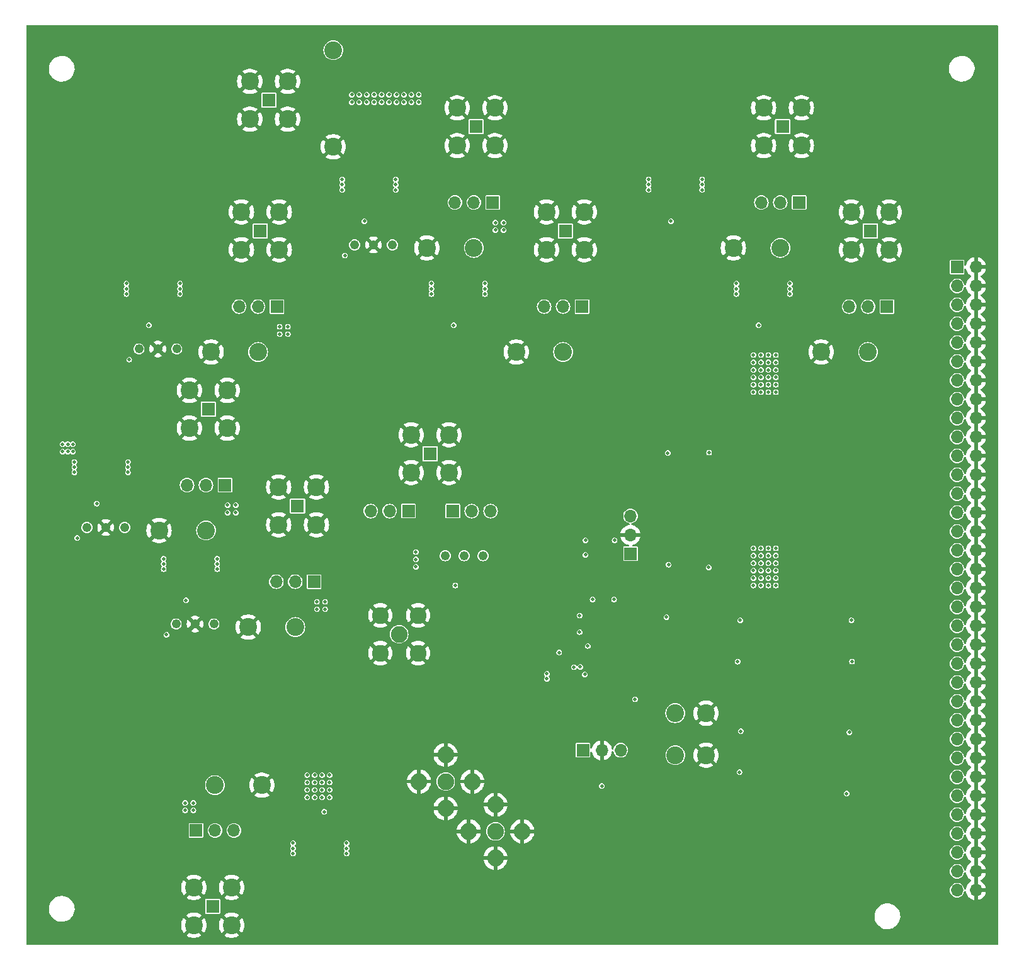
<source format=gbr>
%TF.GenerationSoftware,KiCad,Pcbnew,7.0.1-0*%
%TF.CreationDate,2023-04-17T18:56:10+01:00*%
%TF.ProjectId,cyborg65r2_pcb,6379626f-7267-4363-9572-325f7063622e,rev?*%
%TF.SameCoordinates,Original*%
%TF.FileFunction,Copper,L2,Inr*%
%TF.FilePolarity,Positive*%
%FSLAX46Y46*%
G04 Gerber Fmt 4.6, Leading zero omitted, Abs format (unit mm)*
G04 Created by KiCad (PCBNEW 7.0.1-0) date 2023-04-17 18:56:10*
%MOMM*%
%LPD*%
G01*
G04 APERTURE LIST*
%TA.AperFunction,ComponentPad*%
%ADD10R,1.785000X1.785000*%
%TD*%
%TA.AperFunction,ComponentPad*%
%ADD11C,2.400000*%
%TD*%
%TA.AperFunction,ComponentPad*%
%ADD12C,1.240000*%
%TD*%
%TA.AperFunction,ComponentPad*%
%ADD13R,1.700000X1.700000*%
%TD*%
%TA.AperFunction,ComponentPad*%
%ADD14O,1.700000X1.700000*%
%TD*%
%TA.AperFunction,ComponentPad*%
%ADD15C,2.250000*%
%TD*%
%TA.AperFunction,ViaPad*%
%ADD16C,0.500000*%
%TD*%
G04 APERTURE END LIST*
D10*
%TO.N,Net-(J19-CNTR)*%
%TO.C,J19*%
X130700000Y-58800000D03*
D11*
%TO.N,GND*%
X128160000Y-61340000D03*
X133240000Y-61340000D03*
X133240000Y-56260000D03*
X128160000Y-56260000D03*
%TD*%
D10*
%TO.N,Net-(J26-CNTR)*%
%TO.C,J26*%
X123700000Y-82800000D03*
D11*
%TO.N,GND*%
X121160000Y-85340000D03*
X126240000Y-85340000D03*
X126240000Y-80260000D03*
X121160000Y-80260000D03*
%TD*%
%TO.N,/CLKRS*%
%TO.C,J42*%
X186480000Y-123680000D03*
%TD*%
%TO.N,VDDD1P2*%
%TO.C,J9*%
X171400000Y-75100000D03*
%TD*%
%TO.N,VDDOSC*%
%TO.C,J21*%
X135400000Y-112100000D03*
%TD*%
D12*
%TO.N,Net-(U7-SET)*%
%TO.C,VR2*%
X119370000Y-111700000D03*
%TO.N,GND*%
X121910000Y-111700000D03*
%TO.N,unconnected-(VR2-CW-Pad3)*%
X124450000Y-111700000D03*
%TD*%
D13*
%TO.N,Net-(J36-Pin_1)*%
%TO.C,J38*%
X150625000Y-96500000D03*
D14*
%TO.N,/IREF*%
X148085000Y-96500000D03*
%TO.N,/IREF/IREF_INT*%
X145545000Y-96500000D03*
%TD*%
D13*
%TO.N,/SDA*%
%TO.C,J41*%
X180460000Y-102245000D03*
D14*
%TO.N,GND*%
X180460000Y-99705000D03*
%TO.N,/SCL*%
X180460000Y-97165000D03*
%TD*%
D11*
%TO.N,VDD3P3*%
%TO.C,J1*%
X212400000Y-75100000D03*
%TD*%
%TO.N,VDDCCO*%
%TO.C,J29*%
X159400000Y-61100000D03*
%TD*%
D13*
%TO.N,Net-(J36-Pin_1)*%
%TO.C,J36*%
X156575000Y-96500000D03*
D14*
%TO.N,Net-(J36-Pin_2)*%
X159115000Y-96500000D03*
%TO.N,VDDCCO*%
X161655000Y-96500000D03*
%TD*%
D15*
%TO.N,Net-(J47-CNTR)*%
%TO.C,J47*%
X149360000Y-113060000D03*
%TO.N,GND*%
X151900000Y-115600000D03*
X151900000Y-110520000D03*
X146820000Y-110520000D03*
X146820000Y-115600000D03*
%TD*%
D10*
%TO.N,Net-(J15-CNTR)*%
%TO.C,J15*%
X124290000Y-149660000D03*
D11*
%TO.N,GND*%
X126830000Y-147120000D03*
X121750000Y-147120000D03*
X121750000Y-152200000D03*
X126830000Y-152200000D03*
%TD*%
%TO.N,VREF*%
%TO.C,J17*%
X130400000Y-75100000D03*
%TD*%
%TO.N,GND*%
%TO.C,J2*%
X206100000Y-75100000D03*
%TD*%
%TO.N,VDDTQ*%
%TO.C,J23*%
X123400000Y-99100000D03*
%TD*%
%TO.N,GND*%
%TO.C,J18*%
X124090000Y-75100000D03*
%TD*%
D13*
%TO.N,Net-(J19-CNTR)*%
%TO.C,J20*%
X132930000Y-69000000D03*
D14*
%TO.N,Net-(J20-Pin_2)*%
X130390000Y-69000000D03*
%TO.N,/VREF/VREF_INT*%
X127850000Y-69000000D03*
%TD*%
D11*
%TO.N,VDDA2P5*%
%TO.C,J13*%
X124590000Y-133360000D03*
%TD*%
D10*
%TO.N,Net-(J36-Pin_1)*%
%TO.C,J37*%
X153520000Y-88770000D03*
D11*
%TO.N,GND*%
X150980000Y-91310000D03*
X156060000Y-91310000D03*
X156060000Y-86230000D03*
X150980000Y-86230000D03*
%TD*%
D13*
%TO.N,/RSTB*%
%TO.C,J48*%
X174070000Y-128670000D03*
D14*
%TO.N,GND*%
X176610000Y-128670000D03*
%TO.N,/RSTBCLK*%
X179150000Y-128670000D03*
%TD*%
D11*
%TO.N,GND*%
%TO.C,J14*%
X130900000Y-133360000D03*
%TD*%
%TO.N,GND*%
%TO.C,J24*%
X117080000Y-99100000D03*
%TD*%
D10*
%TO.N,Net-(J11-CNTR)*%
%TO.C,J11*%
X171700000Y-58800000D03*
D11*
%TO.N,GND*%
X169160000Y-61340000D03*
X174240000Y-61340000D03*
X174240000Y-56260000D03*
X169160000Y-56260000D03*
%TD*%
D13*
%TO.N,Net-(J15-CNTR)*%
%TO.C,J16*%
X122060000Y-139460000D03*
D14*
%TO.N,Net-(J16-Pin_2)*%
X124600000Y-139460000D03*
%TO.N,/VDDA2P5/VDDA2P5_INT*%
X127140000Y-139460000D03*
%TD*%
D15*
%TO.N,/CLKIN_N*%
%TO.C,J40*%
X162320000Y-139572102D03*
%TO.N,GND*%
X165912102Y-139572102D03*
X162320000Y-135980000D03*
X158727898Y-139572102D03*
X162320000Y-143164204D03*
%TD*%
D13*
%TO.N,Net-(J25-CNTR)*%
%TO.C,J27*%
X137930000Y-106000000D03*
D14*
%TO.N,Net-(J27-Pin_2)*%
X135390000Y-106000000D03*
%TO.N,/VDDACORE/VDDOSC_INT*%
X132850000Y-106000000D03*
%TD*%
D11*
%TO.N,GND*%
%TO.C,J43*%
X190630000Y-123690000D03*
%TD*%
D10*
%TO.N,Net-(J7-CNTR)*%
%TO.C,J7*%
X200900000Y-44800000D03*
D11*
%TO.N,GND*%
X198360000Y-47340000D03*
X203440000Y-47340000D03*
X203440000Y-42260000D03*
X198360000Y-42260000D03*
%TD*%
D12*
%TO.N,Net-(U6-SET)*%
%TO.C,VR1*%
X114370000Y-74700000D03*
%TO.N,GND*%
X116910000Y-74700000D03*
%TO.N,unconnected-(VR1-CW-Pad3)*%
X119450000Y-74700000D03*
%TD*%
D11*
%TO.N,VDDEXT*%
%TO.C,J34*%
X140500000Y-34500000D03*
%TD*%
D13*
%TO.N,Net-(J3-CNTR)*%
%TO.C,J4*%
X214940000Y-69000000D03*
D14*
%TO.N,VDD3P3*%
X212400000Y-69000000D03*
%TO.N,/VDD3P3/VDD3P3_INT*%
X209860000Y-69000000D03*
%TD*%
D11*
%TO.N,VDDD2P5*%
%TO.C,J5*%
X200610000Y-61100000D03*
%TD*%
%TO.N,/CCOUT*%
%TO.C,J44*%
X186490000Y-129330000D03*
%TD*%
D13*
%TO.N,Net-(J26-CNTR)*%
%TO.C,J28*%
X125930000Y-93000000D03*
D14*
%TO.N,Net-(J28-Pin_2)*%
X123390000Y-93000000D03*
%TO.N,/VDDACORE/VDDTQ_INT*%
X120850000Y-93000000D03*
%TD*%
D13*
%TO.N,Net-(J7-CNTR)*%
%TO.C,J8*%
X203140000Y-55000000D03*
D14*
%TO.N,VDDD2P5*%
X200600000Y-55000000D03*
%TO.N,/VDDD2P5/VDDD2P5_INT*%
X198060000Y-55000000D03*
%TD*%
D11*
%TO.N,GND*%
%TO.C,J6*%
X194300000Y-61100000D03*
%TD*%
D12*
%TO.N,Net-(U9-SET)*%
%TO.C,VR4*%
X143370000Y-60700000D03*
%TO.N,GND*%
X145910000Y-60700000D03*
%TO.N,unconnected-(VR4-CW-Pad3)*%
X148450000Y-60700000D03*
%TD*%
D13*
%TO.N,/DIGBUF_LEVSHIFT/AUX_BUF11*%
%TO.C,J46*%
X224370000Y-63670000D03*
D14*
%TO.N,GND*%
X226910000Y-63670000D03*
%TO.N,/DIGBUF_LEVSHIFT/AUX_BUF10*%
X224370000Y-66210000D03*
%TO.N,GND*%
X226910000Y-66210000D03*
%TO.N,/DIGBUF_LEVSHIFT/AUX_BUF9*%
X224370000Y-68750000D03*
%TO.N,GND*%
X226910000Y-68750000D03*
%TO.N,/DIGBUF_LEVSHIFT/AUX_BUF8*%
X224370000Y-71290000D03*
%TO.N,GND*%
X226910000Y-71290000D03*
%TO.N,/DIGBUF_LEVSHIFT/AUX_BUF7*%
X224370000Y-73830000D03*
%TO.N,GND*%
X226910000Y-73830000D03*
%TO.N,/DIGBUF_LEVSHIFT/AUX_BUF6*%
X224370000Y-76370000D03*
%TO.N,GND*%
X226910000Y-76370000D03*
%TO.N,/DIGBUF_LEVSHIFT/AUX_BUF5*%
X224370000Y-78910000D03*
%TO.N,GND*%
X226910000Y-78910000D03*
%TO.N,/DIGBUF_LEVSHIFT/AUX_BUF4*%
X224370000Y-81450000D03*
%TO.N,GND*%
X226910000Y-81450000D03*
%TO.N,/DIGBUF_LEVSHIFT/AUX_BUF3*%
X224370000Y-83990000D03*
%TO.N,GND*%
X226910000Y-83990000D03*
%TO.N,/DIGBUF_LEVSHIFT/AUX_BUF2*%
X224370000Y-86530000D03*
%TO.N,GND*%
X226910000Y-86530000D03*
%TO.N,/DIGBUF_LEVSHIFT/AUX_BUF1*%
X224370000Y-89070000D03*
%TO.N,GND*%
X226910000Y-89070000D03*
%TO.N,/DIGBUF_LEVSHIFT/AUX_BUF0*%
X224370000Y-91610000D03*
%TO.N,GND*%
X226910000Y-91610000D03*
%TO.N,/DIGBUF_LEVSHIFT/CLKRS_BUF*%
X224370000Y-94150000D03*
%TO.N,GND*%
X226910000Y-94150000D03*
%TO.N,/DIGBUF_LEVSHIFT/CCOUT_BUF*%
X224370000Y-96690000D03*
%TO.N,GND*%
X226910000Y-96690000D03*
%TO.N,/DIGBUF_LEVSHIFT/CLKOUT_BUF*%
X224370000Y-99230000D03*
%TO.N,GND*%
X226910000Y-99230000D03*
%TO.N,/DIGBUF_LEVSHIFT/DOUT_BUF0*%
X224370000Y-101770000D03*
%TO.N,GND*%
X226910000Y-101770000D03*
%TO.N,/DIGBUF_LEVSHIFT/DOUT_BUF1*%
X224370000Y-104310000D03*
%TO.N,GND*%
X226910000Y-104310000D03*
%TO.N,/DIGBUF_LEVSHIFT/DOUT_BUF2*%
X224370000Y-106850000D03*
%TO.N,GND*%
X226910000Y-106850000D03*
%TO.N,/DIGBUF_LEVSHIFT/DOUT_BUF3*%
X224370000Y-109390000D03*
%TO.N,GND*%
X226910000Y-109390000D03*
%TO.N,/DIGBUF_LEVSHIFT/DOUT_BUF4*%
X224370000Y-111930000D03*
%TO.N,GND*%
X226910000Y-111930000D03*
%TO.N,/DIGBUF_LEVSHIFT/DOUT_BUF5*%
X224370000Y-114470000D03*
%TO.N,GND*%
X226910000Y-114470000D03*
%TO.N,/DIGBUF_LEVSHIFT/DOUT_BUF6*%
X224370000Y-117010000D03*
%TO.N,GND*%
X226910000Y-117010000D03*
%TO.N,/DIGBUF_LEVSHIFT/DOUT_BUF7*%
X224370000Y-119550000D03*
%TO.N,GND*%
X226910000Y-119550000D03*
%TO.N,/DIGBUF_LEVSHIFT/DOUT_BUF8*%
X224370000Y-122090000D03*
%TO.N,GND*%
X226910000Y-122090000D03*
%TO.N,/DIGBUF_LEVSHIFT/DOUT_BUF9*%
X224370000Y-124630000D03*
%TO.N,GND*%
X226910000Y-124630000D03*
%TO.N,/DIGBUF_LEVSHIFT/DOUT_BUF10*%
X224370000Y-127170000D03*
%TO.N,GND*%
X226910000Y-127170000D03*
%TO.N,/DIGBUF_LEVSHIFT/DOUT_BUF11*%
X224370000Y-129710000D03*
%TO.N,GND*%
X226910000Y-129710000D03*
%TO.N,/DIGBUF_LEVSHIFT/DOUT_BUF12*%
X224370000Y-132250000D03*
%TO.N,GND*%
X226910000Y-132250000D03*
%TO.N,/DIGBUF_LEVSHIFT/DOUT_BUF13*%
X224370000Y-134790000D03*
%TO.N,GND*%
X226910000Y-134790000D03*
%TO.N,/DIGBUF_LEVSHIFT/DOUT_BUF14*%
X224370000Y-137330000D03*
%TO.N,GND*%
X226910000Y-137330000D03*
%TO.N,/DIGBUF_LEVSHIFT/DOUT_BUF15*%
X224370000Y-139870000D03*
%TO.N,GND*%
X226910000Y-139870000D03*
%TO.N,/DIGBUF_LEVSHIFT/DOUT_BUF16*%
X224370000Y-142410000D03*
%TO.N,GND*%
X226910000Y-142410000D03*
%TO.N,/DIGBUF_LEVSHIFT/DOUT_BUF17*%
X224370000Y-144950000D03*
%TO.N,GND*%
X226910000Y-144950000D03*
%TO.N,/DIGBUF_LEVSHIFT/DOUT_BUF18*%
X224370000Y-147490000D03*
%TO.N,GND*%
X226910000Y-147490000D03*
%TD*%
D11*
%TO.N,GND*%
%TO.C,J35*%
X140500000Y-47500000D03*
%TD*%
%TO.N,GND*%
%TO.C,J22*%
X129080000Y-112100000D03*
%TD*%
D10*
%TO.N,Net-(J3-CNTR)*%
%TO.C,J3*%
X212700000Y-58800000D03*
D11*
%TO.N,GND*%
X210160000Y-61340000D03*
X215240000Y-61340000D03*
X215240000Y-56260000D03*
X210160000Y-56260000D03*
%TD*%
D15*
%TO.N,/CLKIN_P*%
%TO.C,J39*%
X155612102Y-132872102D03*
%TO.N,GND*%
X159204204Y-132872102D03*
X155612102Y-129280000D03*
X152020000Y-132872102D03*
X155612102Y-136464204D03*
%TD*%
D10*
%TO.N,Net-(J25-CNTR)*%
%TO.C,J25*%
X135700000Y-95800000D03*
D11*
%TO.N,GND*%
X133160000Y-98340000D03*
X138240000Y-98340000D03*
X138240000Y-93260000D03*
X133160000Y-93260000D03*
%TD*%
%TO.N,GND*%
%TO.C,J10*%
X165100000Y-75100000D03*
%TD*%
D12*
%TO.N,Net-(U8-SET)*%
%TO.C,VR3*%
X107370000Y-98700000D03*
%TO.N,GND*%
X109910000Y-98700000D03*
%TO.N,unconnected-(VR3-CW-Pad3)*%
X112450000Y-98700000D03*
%TD*%
D13*
%TO.N,Net-(J11-CNTR)*%
%TO.C,J12*%
X173935000Y-69000000D03*
D14*
%TO.N,VDDD1P2*%
X171395000Y-69000000D03*
%TO.N,/VDDD1P2/VDD1P2_INT*%
X168855000Y-69000000D03*
%TD*%
D10*
%TO.N,Net-(J31-CNTR)*%
%TO.C,J31*%
X159700000Y-44800000D03*
D11*
%TO.N,GND*%
X157160000Y-47340000D03*
X162240000Y-47340000D03*
X162240000Y-42260000D03*
X157160000Y-42260000D03*
%TD*%
D12*
%TO.N,unconnected-(VR5-CCW-Pad1)*%
%TO.C,VR5*%
X155560000Y-102500000D03*
%TO.N,/IREF/IREF_INT*%
X158100000Y-102500000D03*
%TO.N,Net-(J36-Pin_2)*%
X160640000Y-102500000D03*
%TD*%
D10*
%TO.N,Net-(J33-CNTR)*%
%TO.C,J33*%
X131820000Y-41250000D03*
D11*
%TO.N,GND*%
X134360000Y-43790000D03*
X134360000Y-38710000D03*
X129280000Y-38710000D03*
X129280000Y-43790000D03*
%TD*%
D13*
%TO.N,Net-(J31-CNTR)*%
%TO.C,J32*%
X161930000Y-55000000D03*
D14*
%TO.N,Net-(J32-Pin_2)*%
X159390000Y-55000000D03*
%TO.N,/VDDACORE/VDDCCO_INT*%
X156850000Y-55000000D03*
%TD*%
D11*
%TO.N,GND*%
%TO.C,J30*%
X153080000Y-61100000D03*
%TD*%
%TO.N,GND*%
%TO.C,J45*%
X190630000Y-129330000D03*
%TD*%
D16*
%TO.N,VDDEXT*%
X104800000Y-88500000D03*
X142290000Y-141860000D03*
X143000000Y-40500000D03*
X115700000Y-71500000D03*
X145000000Y-40500000D03*
X112700000Y-67300000D03*
X194700000Y-67300000D03*
X150000000Y-40500000D03*
X120700000Y-108500000D03*
X112700000Y-66600000D03*
X185900000Y-57500000D03*
X104800000Y-87500000D03*
X148000000Y-41500000D03*
X145000000Y-41500000D03*
X142290000Y-142560000D03*
X153700000Y-65900000D03*
X108700000Y-95500000D03*
X156700000Y-71500000D03*
X182900000Y-52600000D03*
X146000000Y-41500000D03*
X141700000Y-51900000D03*
X197700000Y-71500000D03*
X144000000Y-41500000D03*
X105500000Y-88500000D03*
X105700000Y-89900000D03*
X147000000Y-40500000D03*
X153700000Y-66600000D03*
X152000000Y-41500000D03*
X141700000Y-52600000D03*
X105700000Y-90600000D03*
X141700000Y-53300000D03*
X117700000Y-104300000D03*
X104100000Y-87500000D03*
X149000000Y-40500000D03*
X144700000Y-57500000D03*
X182900000Y-51900000D03*
X146000000Y-40500000D03*
X149000000Y-41500000D03*
X143000000Y-41500000D03*
X151000000Y-40500000D03*
X194700000Y-66600000D03*
X139290000Y-136960000D03*
X150000000Y-41500000D03*
X112700000Y-65900000D03*
X105500000Y-87500000D03*
X144000000Y-40500000D03*
X182900000Y-53300000D03*
X142290000Y-141160000D03*
X148000000Y-40500000D03*
X104100000Y-88500000D03*
X147000000Y-41500000D03*
X117700000Y-102900000D03*
X151000000Y-41500000D03*
X152000000Y-40500000D03*
X194700000Y-65900000D03*
X105700000Y-91300000D03*
X117700000Y-103600000D03*
X153700000Y-67300000D03*
%TO.N,/VDD3P3/VDD3P3_INT*%
X201900000Y-67300000D03*
X201900000Y-66600000D03*
X201900000Y-65900000D03*
%TO.N,VDD3P3*%
X185470000Y-88680000D03*
X209510000Y-134500000D03*
X210170000Y-111180000D03*
X191030000Y-88630000D03*
X209890000Y-126250000D03*
X210250000Y-116730000D03*
%TO.N,VDDD2P5*%
X200000000Y-75500000D03*
X198000000Y-78500000D03*
X197000000Y-76500000D03*
X199000000Y-104500000D03*
X198000000Y-80500000D03*
X198000000Y-77500000D03*
X190970000Y-104070000D03*
X198000000Y-105500000D03*
X174402500Y-102375000D03*
X200000000Y-105500000D03*
X197000000Y-106500000D03*
X197000000Y-102500000D03*
X198000000Y-103500000D03*
X199000000Y-77500000D03*
X199000000Y-106500000D03*
X200000000Y-106500000D03*
X199000000Y-101500000D03*
X197000000Y-77500000D03*
X199000000Y-78500000D03*
X198000000Y-76500000D03*
X197000000Y-104500000D03*
X200000000Y-80500000D03*
X199000000Y-80500000D03*
X181080000Y-121820000D03*
X199000000Y-75500000D03*
X200000000Y-76500000D03*
X174402500Y-100435000D03*
X200000000Y-78500000D03*
X198000000Y-79500000D03*
X200000000Y-104500000D03*
X198000000Y-101500000D03*
X200000000Y-102500000D03*
X197000000Y-79500000D03*
X200000000Y-103500000D03*
X176610000Y-133470000D03*
X198000000Y-75500000D03*
X200000000Y-77500000D03*
X198000000Y-106500000D03*
X198000000Y-102500000D03*
X198000000Y-104500000D03*
X194880000Y-116750000D03*
X185580000Y-103710000D03*
X199000000Y-103500000D03*
X199000000Y-79500000D03*
X197000000Y-80500000D03*
X200000000Y-101500000D03*
X195110000Y-131610000D03*
X195200000Y-111190000D03*
X200000000Y-79500000D03*
X197000000Y-105500000D03*
X195290000Y-126100000D03*
X199000000Y-105500000D03*
X199000000Y-76500000D03*
X197000000Y-75500000D03*
X197000000Y-103500000D03*
X197000000Y-101500000D03*
X185290000Y-110760000D03*
X199000000Y-102500000D03*
X197000000Y-78500000D03*
%TO.N,/VDDD2P5/VDDD2P5_INT*%
X190100000Y-51900000D03*
X190100000Y-53300000D03*
X190100000Y-52600000D03*
%TO.N,/VDDD1P2/VDD1P2_INT*%
X160900000Y-67300000D03*
X160900000Y-65900000D03*
X160900000Y-66600000D03*
%TO.N,VDDD1P2*%
X175370000Y-108400000D03*
X178250000Y-108400000D03*
%TO.N,/VDDA2P5/VDDA2P5_INT*%
X135090000Y-141160000D03*
X135090000Y-142560000D03*
X135090000Y-141860000D03*
%TO.N,VDDA2P5*%
X140000000Y-132000000D03*
X138000000Y-135000000D03*
X121690000Y-136760000D03*
X121690000Y-135760000D03*
X140000000Y-133000000D03*
X120590000Y-136760000D03*
X140000000Y-134000000D03*
X138000000Y-134000000D03*
X138000000Y-133000000D03*
X120590000Y-135760000D03*
X138000000Y-132000000D03*
X140000000Y-135000000D03*
X139000000Y-135000000D03*
X174330000Y-118470000D03*
X137000000Y-133000000D03*
X139000000Y-134000000D03*
X139000000Y-133000000D03*
X139000000Y-132000000D03*
X137000000Y-135000000D03*
X137000000Y-132000000D03*
X137000000Y-134000000D03*
%TO.N,/VREF/VREF_INT*%
X119900000Y-65900000D03*
X119900000Y-66600000D03*
X119900000Y-67300000D03*
%TO.N,VREF*%
X133300000Y-71700000D03*
X133300000Y-72700000D03*
X134400000Y-71700000D03*
X170880000Y-115535500D03*
X134400000Y-72700000D03*
X113070000Y-76120000D03*
%TO.N,/VDDACORE/VDDTQ_INT*%
X112900000Y-89900000D03*
X112900000Y-90600000D03*
X112900000Y-91300000D03*
%TO.N,/VDDACORE/VDDCCO_INT*%
X148900000Y-51900000D03*
X148900000Y-53300000D03*
X148900000Y-52600000D03*
%TO.N,VDDOSC*%
X169230000Y-119050000D03*
X139400000Y-109700000D03*
X138300000Y-109700000D03*
X169230000Y-118380000D03*
X138300000Y-108700000D03*
X139400000Y-108700000D03*
X118070000Y-113120000D03*
%TO.N,VDDTQ*%
X127400000Y-95700000D03*
X126300000Y-96700000D03*
X126300000Y-95700000D03*
X127400000Y-96700000D03*
X106070000Y-100120000D03*
X173700000Y-117460000D03*
X172870000Y-117500000D03*
%TO.N,/VDDACORE/VDDOSC_INT*%
X124900000Y-104300000D03*
X124900000Y-103600000D03*
X124900000Y-102900000D03*
%TO.N,/IREF*%
X151600000Y-102000000D03*
X151600000Y-104000000D03*
X151600000Y-103000000D03*
X174710000Y-114640000D03*
%TO.N,/SDA*%
X178330000Y-100435000D03*
%TO.N,/RSTB*%
X173630000Y-110550000D03*
%TO.N,GND*%
X208370000Y-110510000D03*
X186960000Y-86370000D03*
X212420000Y-118110000D03*
X168430000Y-116460000D03*
X176710000Y-139920000D03*
X116200000Y-92000000D03*
X146000000Y-35500000D03*
X197310000Y-121160000D03*
X108500000Y-68100000D03*
X197700000Y-70800000D03*
X183110000Y-101289000D03*
X208370000Y-125440000D03*
X186500000Y-56200000D03*
X178700000Y-52200000D03*
X121300000Y-107200000D03*
X190500000Y-68700000D03*
X148500000Y-46500000D03*
X174360000Y-119420000D03*
X108700000Y-94800000D03*
X146490000Y-140360000D03*
X192751000Y-133040000D03*
X149500000Y-66200000D03*
X176020000Y-110600000D03*
X116100000Y-89400000D03*
X108500000Y-65600000D03*
X197051000Y-116460000D03*
X169420000Y-120130000D03*
X139290000Y-137660000D03*
X190810000Y-90670000D03*
X190810000Y-101739000D03*
X176810000Y-106460000D03*
X138690000Y-138260000D03*
X208120000Y-121380000D03*
X131790000Y-140460000D03*
X188760000Y-90420000D03*
X152100000Y-51400000D03*
X101500000Y-89600000D03*
X123100000Y-65400000D03*
X113500000Y-105100000D03*
X198300000Y-70200000D03*
X176660000Y-142370000D03*
X195010000Y-90920000D03*
X149500000Y-68100000D03*
X184860000Y-90420000D03*
X179640000Y-124500000D03*
X148500000Y-35500000D03*
X176990000Y-119960000D03*
X137500000Y-54700000D03*
X131890000Y-143060000D03*
X192751000Y-112610000D03*
X128100000Y-102400000D03*
X152200000Y-54000000D03*
X113500000Y-102600000D03*
X194310000Y-90920000D03*
X109300000Y-94800000D03*
X156700000Y-70200000D03*
X190500000Y-65600000D03*
X196801000Y-110510000D03*
X149500000Y-65600000D03*
X145300000Y-56200000D03*
X121300000Y-107800000D03*
X144700000Y-56800000D03*
X156700000Y-70800000D03*
X178700000Y-51600000D03*
X190500000Y-66200000D03*
X123200000Y-68000000D03*
X116300000Y-70800000D03*
X109300000Y-94200000D03*
X196801000Y-114410000D03*
X146490000Y-142860000D03*
X108500000Y-66200000D03*
X178700000Y-54700000D03*
X157300000Y-70200000D03*
X208120000Y-116460000D03*
X146490000Y-139760000D03*
X196801000Y-125440000D03*
X184860000Y-101989000D03*
X148600000Y-103000000D03*
X208114000Y-135890000D03*
X115700000Y-70200000D03*
X188760000Y-101989000D03*
X185900000Y-56800000D03*
X178700000Y-54100000D03*
X151000000Y-46500000D03*
X208370000Y-114410000D03*
X208120000Y-131390000D03*
X192460000Y-86370000D03*
X144700000Y-56200000D03*
X212420000Y-133040000D03*
X207725000Y-119595000D03*
X197501000Y-123690000D03*
X208114000Y-134390000D03*
X120700000Y-107200000D03*
X164200000Y-68000000D03*
X101500000Y-92100000D03*
X137500000Y-52200000D03*
X205100000Y-65400000D03*
X193300000Y-51400000D03*
X137500000Y-54100000D03*
X101500000Y-92700000D03*
X208370000Y-129340000D03*
X195010000Y-101489000D03*
X137500000Y-51600000D03*
X113500000Y-103200000D03*
X192460000Y-106039000D03*
X138690000Y-137660000D03*
X197103970Y-119603970D03*
X108500000Y-68700000D03*
X128200000Y-105000000D03*
X197501000Y-108760000D03*
X146000000Y-46500000D03*
X149500000Y-68700000D03*
X185900000Y-56200000D03*
X186500000Y-56800000D03*
X212420000Y-127540000D03*
X192751000Y-127540000D03*
X113500000Y-105700000D03*
X189640000Y-111330000D03*
X197700000Y-70200000D03*
X120700000Y-107800000D03*
X198300000Y-70800000D03*
X212420000Y-112610000D03*
X116300000Y-70200000D03*
X115700000Y-70800000D03*
X190500000Y-68100000D03*
X207670000Y-108760000D03*
X171170000Y-111850000D03*
X151000000Y-35500000D03*
X164100000Y-65400000D03*
X192751000Y-118110000D03*
X183110000Y-91120000D03*
X157300000Y-70800000D03*
X186960000Y-106039000D03*
X193400000Y-54000000D03*
X197180000Y-134660000D03*
X174682937Y-113807063D03*
X145300000Y-56800000D03*
X143500000Y-46500000D03*
X175230000Y-118220000D03*
X108700000Y-94200000D03*
X147600000Y-103000000D03*
X139290000Y-138260000D03*
X146490000Y-142260000D03*
X143500000Y-35500000D03*
X207670000Y-123690000D03*
X194310000Y-101489000D03*
X205200000Y-68000000D03*
X101500000Y-90200000D03*
X197170000Y-130540000D03*
%TO.N,VDDCCO*%
X173620000Y-112780000D03*
X156900000Y-106500000D03*
X163400000Y-58700000D03*
X142070000Y-62120000D03*
X162300000Y-58700000D03*
X162300000Y-57700000D03*
X163400000Y-57700000D03*
%TD*%
%TA.AperFunction,Conductor*%
%TO.N,GND*%
G36*
X229810500Y-31144113D02*
G01*
X229855887Y-31189500D01*
X229872500Y-31251500D01*
X229872500Y-154748500D01*
X229855887Y-154810500D01*
X229810500Y-154855887D01*
X229748500Y-154872500D01*
X99351500Y-154872500D01*
X99289500Y-154855887D01*
X99244113Y-154810500D01*
X99227500Y-154748500D01*
X99227500Y-153566737D01*
X120736813Y-153566737D01*
X120897619Y-153676372D01*
X121127179Y-153786922D01*
X121370654Y-153862025D01*
X121622603Y-153900000D01*
X121877397Y-153900000D01*
X122129345Y-153862025D01*
X122372823Y-153786921D01*
X122602383Y-153676372D01*
X122763185Y-153566737D01*
X125816813Y-153566737D01*
X125977619Y-153676372D01*
X126207179Y-153786922D01*
X126450654Y-153862025D01*
X126702603Y-153900000D01*
X126957397Y-153900000D01*
X127209345Y-153862025D01*
X127452823Y-153786921D01*
X127682383Y-153676372D01*
X127843185Y-153566737D01*
X126830000Y-152553553D01*
X125816813Y-153566737D01*
X122763185Y-153566737D01*
X121750000Y-152553553D01*
X120736813Y-153566737D01*
X99227500Y-153566737D01*
X99227500Y-152200000D01*
X120045232Y-152200000D01*
X120064273Y-152454080D01*
X120120971Y-152702491D01*
X120214057Y-152939668D01*
X120341456Y-153160331D01*
X120383452Y-153212993D01*
X120383453Y-153212993D01*
X121396447Y-152200001D01*
X121396447Y-152200000D01*
X122103553Y-152200000D01*
X123116545Y-153212993D01*
X123116546Y-153212992D01*
X123158545Y-153160328D01*
X123285942Y-152939669D01*
X123379028Y-152702491D01*
X123435726Y-152454080D01*
X123454767Y-152200000D01*
X123454767Y-152199999D01*
X125125232Y-152199999D01*
X125144273Y-152454080D01*
X125200971Y-152702491D01*
X125294057Y-152939668D01*
X125421456Y-153160331D01*
X125463452Y-153212993D01*
X125463453Y-153212993D01*
X126476447Y-152200001D01*
X126476447Y-152200000D01*
X127183553Y-152200000D01*
X128196545Y-153212993D01*
X128196546Y-153212992D01*
X128238545Y-153160328D01*
X128365942Y-152939669D01*
X128459028Y-152702491D01*
X128515726Y-152454080D01*
X128534767Y-152200000D01*
X128515726Y-151945919D01*
X128459028Y-151697508D01*
X128365942Y-151460330D01*
X128238545Y-151239671D01*
X128196546Y-151187005D01*
X127183553Y-152200000D01*
X126476447Y-152200000D01*
X126476447Y-152199999D01*
X125463453Y-151187006D01*
X125421453Y-151239673D01*
X125294057Y-151460331D01*
X125200971Y-151697508D01*
X125144273Y-151945919D01*
X125125232Y-152199999D01*
X123454767Y-152199999D01*
X123435726Y-151945919D01*
X123379028Y-151697508D01*
X123285942Y-151460330D01*
X123158545Y-151239671D01*
X123116546Y-151187005D01*
X122103553Y-152200000D01*
X121396447Y-152200000D01*
X120383453Y-151187006D01*
X120341453Y-151239673D01*
X120214057Y-151460331D01*
X120120971Y-151697508D01*
X120064273Y-151945919D01*
X120045232Y-152200000D01*
X99227500Y-152200000D01*
X99227500Y-149933637D01*
X102268686Y-149933637D01*
X102273774Y-150066362D01*
X102278847Y-150198699D01*
X102304287Y-150329872D01*
X102329351Y-150459107D01*
X102419009Y-150708742D01*
X102545730Y-150941779D01*
X102628480Y-151050336D01*
X102706534Y-151152733D01*
X102897657Y-151336670D01*
X103114617Y-151489277D01*
X103352331Y-151606976D01*
X103605225Y-151687009D01*
X103867372Y-151727500D01*
X104066220Y-151727500D01*
X104066222Y-151727500D01*
X104090964Y-151725600D01*
X104264478Y-151712279D01*
X104522756Y-151651839D01*
X104687005Y-151585641D01*
X104768778Y-151552684D01*
X104768780Y-151552682D01*
X104768782Y-151552682D01*
X104996788Y-151417131D01*
X105201430Y-151248364D01*
X105377912Y-151050336D01*
X105448215Y-150941776D01*
X105518489Y-150833261D01*
X120736813Y-150833261D01*
X121750000Y-151846447D01*
X121750001Y-151846447D01*
X122763185Y-150833261D01*
X125816813Y-150833261D01*
X126830000Y-151846447D01*
X126830001Y-151846447D01*
X127742809Y-150933637D01*
X213268686Y-150933637D01*
X213273160Y-151050333D01*
X213278847Y-151198699D01*
X213321210Y-151417131D01*
X213329351Y-151459107D01*
X213419009Y-151708742D01*
X213545730Y-151941779D01*
X213628480Y-152050336D01*
X213706534Y-152152733D01*
X213897657Y-152336670D01*
X214114617Y-152489277D01*
X214352331Y-152606976D01*
X214605225Y-152687009D01*
X214867372Y-152727500D01*
X215066220Y-152727500D01*
X215066222Y-152727500D01*
X215090964Y-152725600D01*
X215264478Y-152712279D01*
X215522756Y-152651839D01*
X215634069Y-152606976D01*
X215768778Y-152552684D01*
X215768780Y-152552682D01*
X215768782Y-152552682D01*
X215996788Y-152417131D01*
X216201430Y-152248364D01*
X216377912Y-152050336D01*
X216522096Y-151827690D01*
X216630604Y-151585643D01*
X216700892Y-151329869D01*
X216731313Y-151066363D01*
X216721153Y-150801301D01*
X216670650Y-150540897D01*
X216580989Y-150291254D01*
X216454271Y-150058224D01*
X216454269Y-150058220D01*
X216293466Y-149847267D01*
X216102344Y-149663331D01*
X215987950Y-149582868D01*
X215885383Y-149510723D01*
X215647669Y-149393024D01*
X215647665Y-149393022D01*
X215394777Y-149312991D01*
X215220010Y-149285996D01*
X215132628Y-149272500D01*
X214933780Y-149272500D01*
X214933778Y-149272500D01*
X214735522Y-149287721D01*
X214477241Y-149348161D01*
X214231221Y-149447315D01*
X214003212Y-149582868D01*
X213798568Y-149751636D01*
X213622085Y-149949666D01*
X213477904Y-150172307D01*
X213369395Y-150414358D01*
X213299108Y-150670127D01*
X213268686Y-150933637D01*
X127742809Y-150933637D01*
X127843185Y-150833261D01*
X127682379Y-150723625D01*
X127452823Y-150613078D01*
X127209345Y-150537974D01*
X126957397Y-150500000D01*
X126702603Y-150500000D01*
X126450654Y-150537974D01*
X126207179Y-150613077D01*
X125977615Y-150723628D01*
X125816813Y-150833261D01*
X122763185Y-150833261D01*
X122602379Y-150723625D01*
X122372823Y-150613078D01*
X122217148Y-150565058D01*
X123270000Y-150565058D01*
X123277397Y-150602247D01*
X123305577Y-150644422D01*
X123344048Y-150670127D01*
X123347752Y-150672602D01*
X123384942Y-150680000D01*
X125195058Y-150680000D01*
X125232248Y-150672602D01*
X125274422Y-150644422D01*
X125302602Y-150602248D01*
X125310000Y-150565058D01*
X125310000Y-148754942D01*
X125302602Y-148717752D01*
X125295365Y-148706921D01*
X125274422Y-148675577D01*
X125232247Y-148647397D01*
X125195058Y-148640000D01*
X123384942Y-148640000D01*
X123347752Y-148647397D01*
X123305577Y-148675577D01*
X123277397Y-148717752D01*
X123270000Y-148754942D01*
X123270000Y-150565058D01*
X122217148Y-150565058D01*
X122129345Y-150537974D01*
X121877397Y-150500000D01*
X121622603Y-150500000D01*
X121370654Y-150537974D01*
X121127179Y-150613077D01*
X120897615Y-150723628D01*
X120736813Y-150833261D01*
X105518489Y-150833261D01*
X105522095Y-150827692D01*
X105522096Y-150827690D01*
X105630604Y-150585643D01*
X105700892Y-150329869D01*
X105731313Y-150066363D01*
X105721153Y-149801301D01*
X105670650Y-149540897D01*
X105580989Y-149291254D01*
X105454271Y-149058224D01*
X105454269Y-149058220D01*
X105293466Y-148847267D01*
X105147637Y-148706921D01*
X105102343Y-148663330D01*
X104885383Y-148510723D01*
X104836939Y-148486737D01*
X120736813Y-148486737D01*
X120897619Y-148596372D01*
X121127179Y-148706922D01*
X121370654Y-148782025D01*
X121622603Y-148820000D01*
X121877397Y-148820000D01*
X122129345Y-148782025D01*
X122372823Y-148706921D01*
X122602383Y-148596372D01*
X122763185Y-148486737D01*
X125816813Y-148486737D01*
X125977619Y-148596372D01*
X126207179Y-148706922D01*
X126450654Y-148782025D01*
X126702603Y-148820000D01*
X126957397Y-148820000D01*
X127209345Y-148782025D01*
X127452823Y-148706921D01*
X127682383Y-148596372D01*
X127843185Y-148486737D01*
X126830000Y-147473553D01*
X125816813Y-148486737D01*
X122763185Y-148486737D01*
X121750000Y-147473553D01*
X120736813Y-148486737D01*
X104836939Y-148486737D01*
X104647669Y-148393024D01*
X104647665Y-148393022D01*
X104394777Y-148312991D01*
X104220010Y-148285997D01*
X104132628Y-148272500D01*
X103933780Y-148272500D01*
X103933778Y-148272500D01*
X103735522Y-148287721D01*
X103477241Y-148348161D01*
X103231221Y-148447315D01*
X103003212Y-148582868D01*
X102798568Y-148751636D01*
X102622085Y-148949666D01*
X102477904Y-149172307D01*
X102369395Y-149414358D01*
X102299108Y-149670127D01*
X102268686Y-149933637D01*
X99227500Y-149933637D01*
X99227500Y-147120000D01*
X120045232Y-147120000D01*
X120064273Y-147374080D01*
X120120971Y-147622491D01*
X120214057Y-147859668D01*
X120341456Y-148080331D01*
X120383452Y-148132993D01*
X120383453Y-148132993D01*
X121396447Y-147120001D01*
X121396447Y-147120000D01*
X122103553Y-147120000D01*
X123116545Y-148132993D01*
X123116546Y-148132992D01*
X123158545Y-148080328D01*
X123285942Y-147859669D01*
X123379028Y-147622491D01*
X123435726Y-147374080D01*
X123454767Y-147120000D01*
X125125232Y-147120000D01*
X125144273Y-147374080D01*
X125200971Y-147622491D01*
X125294057Y-147859668D01*
X125421456Y-148080331D01*
X125463452Y-148132993D01*
X125463453Y-148132993D01*
X126476447Y-147120001D01*
X126476447Y-147120000D01*
X127183553Y-147120000D01*
X128196545Y-148132993D01*
X128196546Y-148132992D01*
X128238545Y-148080328D01*
X128365942Y-147859669D01*
X128459028Y-147622491D01*
X128489268Y-147490000D01*
X223387770Y-147490000D01*
X223406643Y-147681625D01*
X223462537Y-147865883D01*
X223509366Y-147953492D01*
X223553306Y-148035698D01*
X223675459Y-148184541D01*
X223824302Y-148306694D01*
X223901881Y-148348161D01*
X223994116Y-148397462D01*
X224074349Y-148421800D01*
X224178376Y-148453357D01*
X224370000Y-148472230D01*
X224561624Y-148453357D01*
X224745883Y-148397462D01*
X224915698Y-148306694D01*
X225064541Y-148184541D01*
X225186694Y-148035698D01*
X225277462Y-147865883D01*
X225332011Y-147686057D01*
X225368506Y-147629187D01*
X225429405Y-147599894D01*
X225496619Y-147606884D01*
X225550187Y-147648081D01*
X225574199Y-147711248D01*
X225575430Y-147725318D01*
X225636569Y-147953492D01*
X225736399Y-148167576D01*
X225871893Y-148361081D01*
X226038918Y-148528106D01*
X226232423Y-148663600D01*
X226446507Y-148763430D01*
X226659999Y-148820635D01*
X226660000Y-148820636D01*
X226660000Y-147740000D01*
X227160000Y-147740000D01*
X227160000Y-148820635D01*
X227373492Y-148763430D01*
X227587576Y-148663600D01*
X227781081Y-148528106D01*
X227948106Y-148361081D01*
X228083600Y-148167576D01*
X228183430Y-147953492D01*
X228240636Y-147740000D01*
X227160000Y-147740000D01*
X226660000Y-147740000D01*
X226660000Y-145200000D01*
X227160000Y-145200000D01*
X227160000Y-147240000D01*
X228240636Y-147240000D01*
X228240635Y-147239999D01*
X228183430Y-147026507D01*
X228083599Y-146812421D01*
X227948109Y-146618921D01*
X227781081Y-146451893D01*
X227594968Y-146321575D01*
X227556103Y-146277257D01*
X227542092Y-146220000D01*
X227556103Y-146162743D01*
X227594968Y-146118425D01*
X227781081Y-145988106D01*
X227948106Y-145821081D01*
X228083600Y-145627576D01*
X228183430Y-145413492D01*
X228240636Y-145200000D01*
X227160000Y-145200000D01*
X226660000Y-145200000D01*
X226660000Y-142660000D01*
X227160000Y-142660000D01*
X227160000Y-144700000D01*
X228240636Y-144700000D01*
X228240635Y-144699999D01*
X228183430Y-144486507D01*
X228083599Y-144272421D01*
X227948109Y-144078921D01*
X227781080Y-143911892D01*
X227594968Y-143781574D01*
X227556102Y-143737255D01*
X227542092Y-143679999D01*
X227556103Y-143622742D01*
X227594969Y-143578424D01*
X227781078Y-143448109D01*
X227948106Y-143281081D01*
X228083600Y-143087576D01*
X228183430Y-142873492D01*
X228240636Y-142660000D01*
X227160000Y-142660000D01*
X226660000Y-142660000D01*
X226660000Y-140120000D01*
X227160000Y-140120000D01*
X227160000Y-142160000D01*
X228240636Y-142160000D01*
X228240635Y-142159999D01*
X228183430Y-141946507D01*
X228083599Y-141732421D01*
X227948109Y-141538921D01*
X227781081Y-141371893D01*
X227594968Y-141241575D01*
X227556103Y-141197257D01*
X227542092Y-141140000D01*
X227556103Y-141082743D01*
X227594968Y-141038425D01*
X227781081Y-140908106D01*
X227948106Y-140741081D01*
X228083600Y-140547576D01*
X228183430Y-140333492D01*
X228240636Y-140120000D01*
X227160000Y-140120000D01*
X226660000Y-140120000D01*
X226660000Y-137580000D01*
X227160000Y-137580000D01*
X227160000Y-139620000D01*
X228240636Y-139620000D01*
X228240635Y-139619999D01*
X228183430Y-139406507D01*
X228083599Y-139192421D01*
X227948109Y-138998921D01*
X227781081Y-138831893D01*
X227594968Y-138701575D01*
X227556103Y-138657257D01*
X227542092Y-138600000D01*
X227556103Y-138542743D01*
X227594968Y-138498425D01*
X227781081Y-138368106D01*
X227948106Y-138201081D01*
X228083600Y-138007576D01*
X228183430Y-137793492D01*
X228240636Y-137580000D01*
X227160000Y-137580000D01*
X226660000Y-137580000D01*
X226660000Y-135040000D01*
X227160000Y-135040000D01*
X227160000Y-137080000D01*
X228240636Y-137080000D01*
X228240635Y-137079999D01*
X228183430Y-136866507D01*
X228083599Y-136652421D01*
X227948109Y-136458921D01*
X227781080Y-136291892D01*
X227594968Y-136161574D01*
X227556102Y-136117255D01*
X227542092Y-136059999D01*
X227556103Y-136002742D01*
X227594969Y-135958424D01*
X227781078Y-135828109D01*
X227948106Y-135661081D01*
X228083600Y-135467576D01*
X228183430Y-135253492D01*
X228240636Y-135040000D01*
X227160000Y-135040000D01*
X226660000Y-135040000D01*
X226660000Y-132500000D01*
X227160000Y-132500000D01*
X227160000Y-134540000D01*
X228240636Y-134540000D01*
X228240635Y-134539999D01*
X228183430Y-134326507D01*
X228083599Y-134112421D01*
X227948109Y-133918921D01*
X227781081Y-133751893D01*
X227594968Y-133621575D01*
X227556103Y-133577257D01*
X227542092Y-133520000D01*
X227556103Y-133462743D01*
X227594968Y-133418425D01*
X227781081Y-133288106D01*
X227948106Y-133121081D01*
X228083600Y-132927576D01*
X228183430Y-132713492D01*
X228240636Y-132500000D01*
X227160000Y-132500000D01*
X226660000Y-132500000D01*
X226660000Y-129960000D01*
X227160000Y-129960000D01*
X227160000Y-132000000D01*
X228240636Y-132000000D01*
X228240635Y-131999999D01*
X228183430Y-131786507D01*
X228083599Y-131572421D01*
X227948109Y-131378921D01*
X227781081Y-131211893D01*
X227594968Y-131081575D01*
X227556103Y-131037257D01*
X227542092Y-130980000D01*
X227556103Y-130922743D01*
X227594968Y-130878425D01*
X227781081Y-130748106D01*
X227948106Y-130581081D01*
X228083600Y-130387576D01*
X228183430Y-130173492D01*
X228240636Y-129960000D01*
X227160000Y-129960000D01*
X226660000Y-129960000D01*
X226660000Y-127420000D01*
X227160000Y-127420000D01*
X227160000Y-129460000D01*
X228240636Y-129460000D01*
X228240635Y-129459999D01*
X228183430Y-129246507D01*
X228083599Y-129032421D01*
X227948109Y-128838921D01*
X227781080Y-128671892D01*
X227594968Y-128541574D01*
X227556102Y-128497255D01*
X227542092Y-128439999D01*
X227556103Y-128382742D01*
X227594969Y-128338424D01*
X227781078Y-128208109D01*
X227948106Y-128041081D01*
X228083600Y-127847576D01*
X228183430Y-127633492D01*
X228240636Y-127420000D01*
X227160000Y-127420000D01*
X226660000Y-127420000D01*
X226660000Y-124880000D01*
X227160000Y-124880000D01*
X227160000Y-126920000D01*
X228240636Y-126920000D01*
X228240635Y-126919999D01*
X228183430Y-126706507D01*
X228083599Y-126492421D01*
X227948109Y-126298921D01*
X227781081Y-126131893D01*
X227594968Y-126001575D01*
X227556103Y-125957257D01*
X227542092Y-125900000D01*
X227556103Y-125842743D01*
X227594968Y-125798425D01*
X227781081Y-125668106D01*
X227948106Y-125501081D01*
X228083600Y-125307576D01*
X228183430Y-125093492D01*
X228240636Y-124880000D01*
X227160000Y-124880000D01*
X226660000Y-124880000D01*
X226660000Y-122340000D01*
X227160000Y-122340000D01*
X227160000Y-124380000D01*
X228240636Y-124380000D01*
X228240635Y-124379999D01*
X228183430Y-124166507D01*
X228083599Y-123952421D01*
X227948109Y-123758921D01*
X227781081Y-123591893D01*
X227594968Y-123461575D01*
X227556103Y-123417257D01*
X227542092Y-123360000D01*
X227556103Y-123302743D01*
X227594968Y-123258425D01*
X227781081Y-123128106D01*
X227948106Y-122961081D01*
X228083600Y-122767576D01*
X228183430Y-122553492D01*
X228240636Y-122340000D01*
X227160000Y-122340000D01*
X226660000Y-122340000D01*
X226660000Y-119800000D01*
X227160000Y-119800000D01*
X227160000Y-121840000D01*
X228240636Y-121840000D01*
X228240635Y-121839999D01*
X228183430Y-121626507D01*
X228083599Y-121412421D01*
X227948109Y-121218921D01*
X227781080Y-121051892D01*
X227594968Y-120921574D01*
X227556102Y-120877255D01*
X227542092Y-120819999D01*
X227556103Y-120762742D01*
X227594969Y-120718424D01*
X227781078Y-120588109D01*
X227948106Y-120421081D01*
X228083600Y-120227576D01*
X228183430Y-120013492D01*
X228240636Y-119800000D01*
X227160000Y-119800000D01*
X226660000Y-119800000D01*
X226660000Y-117260000D01*
X227160000Y-117260000D01*
X227160000Y-119300000D01*
X228240636Y-119300000D01*
X228240635Y-119299999D01*
X228183430Y-119086507D01*
X228083599Y-118872421D01*
X227948109Y-118678921D01*
X227781081Y-118511893D01*
X227594968Y-118381575D01*
X227556103Y-118337257D01*
X227542092Y-118280000D01*
X227556103Y-118222743D01*
X227594968Y-118178425D01*
X227781081Y-118048106D01*
X227948106Y-117881081D01*
X228083600Y-117687576D01*
X228183430Y-117473492D01*
X228240636Y-117260000D01*
X227160000Y-117260000D01*
X226660000Y-117260000D01*
X226660000Y-114720000D01*
X227160000Y-114720000D01*
X227160000Y-116760000D01*
X228240636Y-116760000D01*
X228240635Y-116759999D01*
X228183430Y-116546507D01*
X228083599Y-116332421D01*
X227948109Y-116138921D01*
X227781081Y-115971893D01*
X227594968Y-115841575D01*
X227556103Y-115797257D01*
X227542092Y-115740000D01*
X227556103Y-115682743D01*
X227594968Y-115638425D01*
X227781081Y-115508106D01*
X227948106Y-115341081D01*
X228083600Y-115147576D01*
X228183430Y-114933492D01*
X228240636Y-114720000D01*
X227160000Y-114720000D01*
X226660000Y-114720000D01*
X226660000Y-112180000D01*
X227160000Y-112180000D01*
X227160000Y-114220000D01*
X228240636Y-114220000D01*
X228240635Y-114219999D01*
X228183430Y-114006507D01*
X228083599Y-113792421D01*
X227948109Y-113598921D01*
X227781080Y-113431892D01*
X227594968Y-113301574D01*
X227556102Y-113257255D01*
X227542092Y-113199999D01*
X227556103Y-113142742D01*
X227594969Y-113098424D01*
X227781078Y-112968109D01*
X227948106Y-112801081D01*
X228083600Y-112607576D01*
X228183430Y-112393492D01*
X228240636Y-112180000D01*
X227160000Y-112180000D01*
X226660000Y-112180000D01*
X226660000Y-109640000D01*
X227160000Y-109640000D01*
X227160000Y-111680000D01*
X228240636Y-111680000D01*
X228240635Y-111679999D01*
X228183430Y-111466507D01*
X228083599Y-111252421D01*
X227948109Y-111058921D01*
X227781081Y-110891893D01*
X227594968Y-110761575D01*
X227556103Y-110717257D01*
X227542092Y-110660000D01*
X227556103Y-110602743D01*
X227594968Y-110558425D01*
X227781081Y-110428106D01*
X227948106Y-110261081D01*
X228083600Y-110067576D01*
X228183430Y-109853492D01*
X228240636Y-109640000D01*
X227160000Y-109640000D01*
X226660000Y-109640000D01*
X226660000Y-107100000D01*
X227160000Y-107100000D01*
X227160000Y-109140000D01*
X228240636Y-109140000D01*
X228240635Y-109139999D01*
X228183430Y-108926507D01*
X228083599Y-108712421D01*
X227948109Y-108518921D01*
X227781081Y-108351893D01*
X227594968Y-108221575D01*
X227556103Y-108177257D01*
X227542092Y-108120000D01*
X227556103Y-108062743D01*
X227594968Y-108018425D01*
X227781081Y-107888106D01*
X227948106Y-107721081D01*
X228083600Y-107527576D01*
X228183430Y-107313492D01*
X228240636Y-107100000D01*
X227160000Y-107100000D01*
X226660000Y-107100000D01*
X226660000Y-104560000D01*
X227160000Y-104560000D01*
X227160000Y-106600000D01*
X228240636Y-106600000D01*
X228240635Y-106599999D01*
X228183430Y-106386507D01*
X228083599Y-106172421D01*
X227948109Y-105978921D01*
X227781080Y-105811892D01*
X227594968Y-105681574D01*
X227556102Y-105637255D01*
X227542092Y-105579999D01*
X227556103Y-105522742D01*
X227594969Y-105478424D01*
X227781078Y-105348109D01*
X227948106Y-105181081D01*
X228083600Y-104987576D01*
X228183430Y-104773492D01*
X228240636Y-104560000D01*
X227160000Y-104560000D01*
X226660000Y-104560000D01*
X226660000Y-102020000D01*
X227160000Y-102020000D01*
X227160000Y-104060000D01*
X228240636Y-104060000D01*
X228240635Y-104059999D01*
X228183430Y-103846507D01*
X228083599Y-103632421D01*
X227948109Y-103438921D01*
X227781081Y-103271893D01*
X227594968Y-103141575D01*
X227556103Y-103097257D01*
X227542092Y-103040000D01*
X227556103Y-102982743D01*
X227594968Y-102938425D01*
X227781081Y-102808106D01*
X227948106Y-102641081D01*
X228083600Y-102447576D01*
X228183430Y-102233492D01*
X228240636Y-102020000D01*
X227160000Y-102020000D01*
X226660000Y-102020000D01*
X226660000Y-99480000D01*
X227160000Y-99480000D01*
X227160000Y-101520000D01*
X228240636Y-101520000D01*
X228240635Y-101519999D01*
X228183430Y-101306507D01*
X228083599Y-101092421D01*
X227948109Y-100898921D01*
X227781081Y-100731893D01*
X227594968Y-100601575D01*
X227556103Y-100557257D01*
X227542092Y-100500000D01*
X227556103Y-100442743D01*
X227594968Y-100398425D01*
X227781081Y-100268106D01*
X227948106Y-100101081D01*
X228083600Y-99907576D01*
X228183430Y-99693492D01*
X228240636Y-99480000D01*
X227160000Y-99480000D01*
X226660000Y-99480000D01*
X226660000Y-96940000D01*
X227160000Y-96940000D01*
X227160000Y-98980000D01*
X228240636Y-98980000D01*
X228240635Y-98979999D01*
X228183430Y-98766507D01*
X228083599Y-98552421D01*
X227948109Y-98358921D01*
X227781080Y-98191892D01*
X227594968Y-98061574D01*
X227556102Y-98017255D01*
X227542092Y-97959999D01*
X227556103Y-97902742D01*
X227594969Y-97858424D01*
X227781078Y-97728109D01*
X227948106Y-97561081D01*
X228083600Y-97367576D01*
X228183430Y-97153492D01*
X228240636Y-96940000D01*
X227160000Y-96940000D01*
X226660000Y-96940000D01*
X226660000Y-94400000D01*
X227160000Y-94400000D01*
X227160000Y-96440000D01*
X228240636Y-96440000D01*
X228240635Y-96439999D01*
X228183430Y-96226507D01*
X228083599Y-96012421D01*
X227948109Y-95818921D01*
X227781080Y-95651892D01*
X227594968Y-95521574D01*
X227556102Y-95477255D01*
X227542092Y-95419999D01*
X227556103Y-95362742D01*
X227594969Y-95318424D01*
X227781078Y-95188109D01*
X227948106Y-95021081D01*
X228083600Y-94827576D01*
X228183430Y-94613492D01*
X228240636Y-94400000D01*
X227160000Y-94400000D01*
X226660000Y-94400000D01*
X226660000Y-91860000D01*
X227160000Y-91860000D01*
X227160000Y-93900000D01*
X228240636Y-93900000D01*
X228240635Y-93899999D01*
X228183430Y-93686507D01*
X228083599Y-93472421D01*
X227948109Y-93278921D01*
X227781081Y-93111893D01*
X227594968Y-92981575D01*
X227556103Y-92937257D01*
X227542092Y-92880000D01*
X227556103Y-92822743D01*
X227594968Y-92778425D01*
X227781081Y-92648106D01*
X227948106Y-92481081D01*
X228083600Y-92287576D01*
X228183430Y-92073492D01*
X228240636Y-91860000D01*
X227160000Y-91860000D01*
X226660000Y-91860000D01*
X226660000Y-89320000D01*
X227160000Y-89320000D01*
X227160000Y-91360000D01*
X228240636Y-91360000D01*
X228240635Y-91359999D01*
X228183430Y-91146507D01*
X228083599Y-90932421D01*
X227948109Y-90738921D01*
X227781081Y-90571893D01*
X227594968Y-90441575D01*
X227556103Y-90397257D01*
X227542092Y-90340000D01*
X227556103Y-90282743D01*
X227594968Y-90238425D01*
X227781081Y-90108106D01*
X227948106Y-89941081D01*
X228083600Y-89747576D01*
X228183430Y-89533492D01*
X228240636Y-89320000D01*
X227160000Y-89320000D01*
X226660000Y-89320000D01*
X226660000Y-86780000D01*
X227160000Y-86780000D01*
X227160000Y-88820000D01*
X228240636Y-88820000D01*
X228240635Y-88819999D01*
X228183430Y-88606507D01*
X228083599Y-88392421D01*
X227948109Y-88198921D01*
X227781081Y-88031893D01*
X227594968Y-87901575D01*
X227556103Y-87857257D01*
X227542092Y-87800000D01*
X227556103Y-87742743D01*
X227594968Y-87698425D01*
X227781081Y-87568106D01*
X227948106Y-87401081D01*
X228083600Y-87207576D01*
X228183430Y-86993492D01*
X228240636Y-86780000D01*
X227160000Y-86780000D01*
X226660000Y-86780000D01*
X226660000Y-84240000D01*
X227160000Y-84240000D01*
X227160000Y-86280000D01*
X228240636Y-86280000D01*
X228240635Y-86279999D01*
X228183430Y-86066507D01*
X228083599Y-85852421D01*
X227948109Y-85658921D01*
X227781081Y-85491893D01*
X227594968Y-85361575D01*
X227556103Y-85317257D01*
X227542092Y-85260000D01*
X227556103Y-85202743D01*
X227594968Y-85158425D01*
X227781081Y-85028106D01*
X227948106Y-84861081D01*
X228083600Y-84667576D01*
X228183430Y-84453492D01*
X228240636Y-84240000D01*
X227160000Y-84240000D01*
X226660000Y-84240000D01*
X226660000Y-81700000D01*
X227160000Y-81700000D01*
X227160000Y-83740000D01*
X228240636Y-83740000D01*
X228240635Y-83739999D01*
X228183430Y-83526507D01*
X228083599Y-83312421D01*
X227948109Y-83118921D01*
X227781080Y-82951892D01*
X227594968Y-82821574D01*
X227556102Y-82777255D01*
X227542092Y-82719999D01*
X227556103Y-82662742D01*
X227594969Y-82618424D01*
X227781078Y-82488109D01*
X227948106Y-82321081D01*
X228083600Y-82127576D01*
X228183430Y-81913492D01*
X228240636Y-81700000D01*
X227160000Y-81700000D01*
X226660000Y-81700000D01*
X226660000Y-79160000D01*
X227160000Y-79160000D01*
X227160000Y-81200000D01*
X228240636Y-81200000D01*
X228240635Y-81199999D01*
X228183430Y-80986507D01*
X228083599Y-80772421D01*
X227948109Y-80578921D01*
X227781081Y-80411893D01*
X227594968Y-80281575D01*
X227556103Y-80237257D01*
X227542092Y-80180000D01*
X227556103Y-80122743D01*
X227594968Y-80078425D01*
X227781081Y-79948106D01*
X227948106Y-79781081D01*
X228083600Y-79587576D01*
X228183430Y-79373492D01*
X228240636Y-79160000D01*
X227160000Y-79160000D01*
X226660000Y-79160000D01*
X226660000Y-76620000D01*
X227160000Y-76620000D01*
X227160000Y-78660000D01*
X228240636Y-78660000D01*
X228240635Y-78659999D01*
X228183430Y-78446507D01*
X228083599Y-78232421D01*
X227948109Y-78038921D01*
X227781081Y-77871893D01*
X227594968Y-77741575D01*
X227556103Y-77697257D01*
X227542092Y-77640000D01*
X227556103Y-77582743D01*
X227594968Y-77538425D01*
X227781081Y-77408106D01*
X227948106Y-77241081D01*
X228083600Y-77047576D01*
X228183430Y-76833492D01*
X228240636Y-76620000D01*
X227160000Y-76620000D01*
X226660000Y-76620000D01*
X226660000Y-74080000D01*
X227160000Y-74080000D01*
X227160000Y-76120000D01*
X228240636Y-76120000D01*
X228240635Y-76119999D01*
X228183430Y-75906507D01*
X228083599Y-75692421D01*
X227948109Y-75498921D01*
X227781081Y-75331893D01*
X227594968Y-75201575D01*
X227556103Y-75157257D01*
X227542092Y-75100000D01*
X227556103Y-75042743D01*
X227594968Y-74998425D01*
X227781081Y-74868106D01*
X227948106Y-74701081D01*
X228083600Y-74507576D01*
X228183430Y-74293492D01*
X228240636Y-74080000D01*
X227160000Y-74080000D01*
X226660000Y-74080000D01*
X226660000Y-71540000D01*
X227160000Y-71540000D01*
X227160000Y-73580000D01*
X228240636Y-73580000D01*
X228240635Y-73579999D01*
X228183430Y-73366507D01*
X228083599Y-73152421D01*
X227948109Y-72958921D01*
X227781080Y-72791892D01*
X227594968Y-72661574D01*
X227556102Y-72617255D01*
X227542092Y-72559999D01*
X227556103Y-72502742D01*
X227594969Y-72458424D01*
X227781078Y-72328109D01*
X227948106Y-72161081D01*
X228083600Y-71967576D01*
X228183430Y-71753492D01*
X228240636Y-71540000D01*
X227160000Y-71540000D01*
X226660000Y-71540000D01*
X226660000Y-69000000D01*
X227160000Y-69000000D01*
X227160000Y-71040000D01*
X228240636Y-71040000D01*
X228240635Y-71039999D01*
X228183430Y-70826507D01*
X228083599Y-70612421D01*
X227948109Y-70418921D01*
X227781081Y-70251893D01*
X227594968Y-70121575D01*
X227556103Y-70077257D01*
X227542092Y-70020000D01*
X227556103Y-69962743D01*
X227594968Y-69918425D01*
X227781081Y-69788106D01*
X227948106Y-69621081D01*
X228083600Y-69427576D01*
X228183430Y-69213492D01*
X228240636Y-69000000D01*
X227160000Y-69000000D01*
X226660000Y-69000000D01*
X226660000Y-66460000D01*
X227160000Y-66460000D01*
X227160000Y-68500000D01*
X228240636Y-68500000D01*
X228240635Y-68499999D01*
X228183430Y-68286507D01*
X228083599Y-68072421D01*
X227948109Y-67878921D01*
X227781081Y-67711893D01*
X227594968Y-67581575D01*
X227556103Y-67537257D01*
X227542092Y-67480000D01*
X227556103Y-67422743D01*
X227594968Y-67378425D01*
X227781081Y-67248106D01*
X227948106Y-67081081D01*
X228083600Y-66887576D01*
X228183430Y-66673492D01*
X228240636Y-66460000D01*
X227160000Y-66460000D01*
X226660000Y-66460000D01*
X226660000Y-63920000D01*
X227160000Y-63920000D01*
X227160000Y-65960000D01*
X228240636Y-65960000D01*
X228240635Y-65959999D01*
X228183430Y-65746507D01*
X228083599Y-65532421D01*
X227948109Y-65338921D01*
X227781080Y-65171892D01*
X227594968Y-65041574D01*
X227556102Y-64997255D01*
X227542092Y-64939999D01*
X227556103Y-64882742D01*
X227594969Y-64838424D01*
X227781078Y-64708109D01*
X227948106Y-64541081D01*
X228083600Y-64347576D01*
X228183430Y-64133492D01*
X228240636Y-63920000D01*
X227160000Y-63920000D01*
X226660000Y-63920000D01*
X226660000Y-62339364D01*
X227160000Y-62339364D01*
X227160000Y-63420000D01*
X228240636Y-63420000D01*
X228240635Y-63419999D01*
X228183430Y-63206507D01*
X228083599Y-62992421D01*
X227948109Y-62798921D01*
X227781081Y-62631893D01*
X227587576Y-62496399D01*
X227373492Y-62396569D01*
X227160000Y-62339364D01*
X226660000Y-62339364D01*
X226659999Y-62339364D01*
X226446507Y-62396569D01*
X226232421Y-62496400D01*
X226038921Y-62631890D01*
X225871890Y-62798921D01*
X225736400Y-62992421D01*
X225636569Y-63206507D01*
X225591275Y-63375548D01*
X225562922Y-63427227D01*
X225513910Y-63459976D01*
X225455315Y-63466393D01*
X225400376Y-63445029D01*
X225361511Y-63400711D01*
X225347500Y-63343454D01*
X225347500Y-62807442D01*
X225340102Y-62770252D01*
X225311922Y-62728077D01*
X225269747Y-62699897D01*
X225232558Y-62692500D01*
X223507442Y-62692500D01*
X223470252Y-62699897D01*
X223428077Y-62728077D01*
X223399897Y-62770252D01*
X223392500Y-62807442D01*
X223392500Y-64532558D01*
X223399897Y-64569747D01*
X223428077Y-64611922D01*
X223470251Y-64640101D01*
X223470252Y-64640102D01*
X223507442Y-64647500D01*
X225232558Y-64647500D01*
X225269748Y-64640102D01*
X225311922Y-64611922D01*
X225340102Y-64569748D01*
X225347500Y-64532558D01*
X225347500Y-63996546D01*
X225361511Y-63939289D01*
X225400376Y-63894971D01*
X225455315Y-63873607D01*
X225513910Y-63880024D01*
X225562922Y-63912773D01*
X225591275Y-63964452D01*
X225636569Y-64133492D01*
X225736399Y-64347576D01*
X225871893Y-64541081D01*
X226038918Y-64708106D01*
X226225031Y-64838425D01*
X226263896Y-64882743D01*
X226277907Y-64940000D01*
X226263896Y-64997257D01*
X226225031Y-65041575D01*
X226038918Y-65171893D01*
X225871890Y-65338921D01*
X225736400Y-65532421D01*
X225636569Y-65746507D01*
X225575430Y-65974681D01*
X225574199Y-65988752D01*
X225550187Y-66051919D01*
X225496619Y-66093115D01*
X225429404Y-66100105D01*
X225368506Y-66070812D01*
X225332011Y-66013938D01*
X225277462Y-65834116D01*
X225230633Y-65746507D01*
X225186694Y-65664302D01*
X225064541Y-65515459D01*
X224915698Y-65393306D01*
X224904731Y-65387444D01*
X224745883Y-65302537D01*
X224561625Y-65246643D01*
X224370000Y-65227770D01*
X224178374Y-65246643D01*
X223994116Y-65302537D01*
X223824303Y-65393305D01*
X223675459Y-65515459D01*
X223553305Y-65664303D01*
X223462537Y-65834116D01*
X223406643Y-66018374D01*
X223387770Y-66210000D01*
X223406643Y-66401625D01*
X223462537Y-66585883D01*
X223509366Y-66673492D01*
X223553306Y-66755698D01*
X223675459Y-66904541D01*
X223824302Y-67026694D01*
X223909209Y-67072077D01*
X223994116Y-67117462D01*
X224074349Y-67141800D01*
X224178376Y-67173357D01*
X224370000Y-67192230D01*
X224561624Y-67173357D01*
X224745883Y-67117462D01*
X224915698Y-67026694D01*
X225064541Y-66904541D01*
X225186694Y-66755698D01*
X225277462Y-66585883D01*
X225332011Y-66406057D01*
X225368506Y-66349187D01*
X225429405Y-66319894D01*
X225496619Y-66326884D01*
X225550187Y-66368081D01*
X225574199Y-66431248D01*
X225575430Y-66445318D01*
X225636569Y-66673492D01*
X225736399Y-66887576D01*
X225871893Y-67081081D01*
X226038918Y-67248106D01*
X226225031Y-67378425D01*
X226263896Y-67422743D01*
X226277907Y-67480000D01*
X226263896Y-67537257D01*
X226225031Y-67581575D01*
X226038918Y-67711893D01*
X225871890Y-67878921D01*
X225736400Y-68072421D01*
X225636569Y-68286507D01*
X225575430Y-68514681D01*
X225574199Y-68528752D01*
X225550187Y-68591919D01*
X225496619Y-68633115D01*
X225429404Y-68640105D01*
X225368506Y-68610812D01*
X225332011Y-68553938D01*
X225277462Y-68374116D01*
X225230633Y-68286507D01*
X225186694Y-68204302D01*
X225064541Y-68055459D01*
X224915698Y-67933306D01*
X224904731Y-67927444D01*
X224745883Y-67842537D01*
X224561625Y-67786643D01*
X224370000Y-67767770D01*
X224178374Y-67786643D01*
X223994116Y-67842537D01*
X223824303Y-67933305D01*
X223675459Y-68055459D01*
X223553305Y-68204303D01*
X223462537Y-68374116D01*
X223406643Y-68558374D01*
X223387770Y-68749999D01*
X223406643Y-68941625D01*
X223462537Y-69125883D01*
X223509366Y-69213492D01*
X223553306Y-69295698D01*
X223675459Y-69444541D01*
X223824302Y-69566694D01*
X223909209Y-69612078D01*
X223994116Y-69657462D01*
X224074349Y-69681800D01*
X224178376Y-69713357D01*
X224370000Y-69732230D01*
X224561624Y-69713357D01*
X224745883Y-69657462D01*
X224915698Y-69566694D01*
X225064541Y-69444541D01*
X225186694Y-69295698D01*
X225277462Y-69125883D01*
X225332011Y-68946057D01*
X225368506Y-68889187D01*
X225429405Y-68859894D01*
X225496619Y-68866884D01*
X225550187Y-68908081D01*
X225574199Y-68971248D01*
X225575430Y-68985318D01*
X225636569Y-69213492D01*
X225736399Y-69427576D01*
X225871893Y-69621081D01*
X226038918Y-69788106D01*
X226225031Y-69918425D01*
X226263896Y-69962743D01*
X226277907Y-70020000D01*
X226263896Y-70077257D01*
X226225031Y-70121575D01*
X226038918Y-70251893D01*
X225871890Y-70418921D01*
X225736400Y-70612421D01*
X225636569Y-70826507D01*
X225575430Y-71054681D01*
X225574199Y-71068752D01*
X225550187Y-71131919D01*
X225496619Y-71173115D01*
X225429404Y-71180105D01*
X225368506Y-71150812D01*
X225332011Y-71093938D01*
X225277462Y-70914116D01*
X225230633Y-70826507D01*
X225186694Y-70744302D01*
X225064541Y-70595459D01*
X224915698Y-70473306D01*
X224904731Y-70467444D01*
X224745883Y-70382537D01*
X224561625Y-70326643D01*
X224370000Y-70307770D01*
X224178374Y-70326643D01*
X223994116Y-70382537D01*
X223824303Y-70473305D01*
X223675459Y-70595459D01*
X223553305Y-70744303D01*
X223462537Y-70914116D01*
X223406643Y-71098374D01*
X223387770Y-71290000D01*
X223406643Y-71481625D01*
X223462537Y-71665883D01*
X223493952Y-71724655D01*
X223553306Y-71835698D01*
X223675459Y-71984541D01*
X223824302Y-72106694D01*
X223909209Y-72152078D01*
X223994116Y-72197462D01*
X224074349Y-72221800D01*
X224178376Y-72253357D01*
X224370000Y-72272230D01*
X224561624Y-72253357D01*
X224745883Y-72197462D01*
X224915698Y-72106694D01*
X225064541Y-71984541D01*
X225186694Y-71835698D01*
X225277462Y-71665883D01*
X225332011Y-71486057D01*
X225368506Y-71429187D01*
X225429405Y-71399894D01*
X225496619Y-71406884D01*
X225550187Y-71448081D01*
X225574199Y-71511248D01*
X225575430Y-71525318D01*
X225636569Y-71753492D01*
X225736399Y-71967576D01*
X225871893Y-72161081D01*
X226038918Y-72328106D01*
X226225031Y-72458425D01*
X226263896Y-72502743D01*
X226277907Y-72560000D01*
X226263896Y-72617257D01*
X226225031Y-72661575D01*
X226038918Y-72791893D01*
X225871890Y-72958921D01*
X225736400Y-73152421D01*
X225636569Y-73366507D01*
X225575430Y-73594681D01*
X225574199Y-73608752D01*
X225550187Y-73671919D01*
X225496619Y-73713115D01*
X225429404Y-73720105D01*
X225368506Y-73690812D01*
X225332011Y-73633938D01*
X225277462Y-73454116D01*
X225230633Y-73366507D01*
X225186694Y-73284302D01*
X225064541Y-73135459D01*
X224915698Y-73013306D01*
X224904731Y-73007444D01*
X224745883Y-72922537D01*
X224561625Y-72866643D01*
X224465812Y-72857206D01*
X224370000Y-72847770D01*
X224369999Y-72847770D01*
X224178374Y-72866643D01*
X223994116Y-72922537D01*
X223824303Y-73013305D01*
X223675459Y-73135459D01*
X223553305Y-73284303D01*
X223462537Y-73454116D01*
X223406643Y-73638374D01*
X223387770Y-73830000D01*
X223406643Y-74021625D01*
X223462537Y-74205883D01*
X223537670Y-74346446D01*
X223553306Y-74375698D01*
X223675459Y-74524541D01*
X223824302Y-74646694D01*
X223909209Y-74692077D01*
X223994116Y-74737462D01*
X224023736Y-74746447D01*
X224178376Y-74793357D01*
X224370000Y-74812230D01*
X224561624Y-74793357D01*
X224745883Y-74737462D01*
X224915698Y-74646694D01*
X225064541Y-74524541D01*
X225186694Y-74375698D01*
X225277462Y-74205883D01*
X225332011Y-74026057D01*
X225368506Y-73969187D01*
X225429405Y-73939894D01*
X225496619Y-73946884D01*
X225550187Y-73988081D01*
X225574199Y-74051248D01*
X225575430Y-74065318D01*
X225636569Y-74293492D01*
X225736399Y-74507576D01*
X225871893Y-74701081D01*
X226038918Y-74868106D01*
X226225031Y-74998425D01*
X226263896Y-75042743D01*
X226277907Y-75100000D01*
X226263896Y-75157257D01*
X226225031Y-75201575D01*
X226038918Y-75331893D01*
X225871890Y-75498921D01*
X225736400Y-75692421D01*
X225636569Y-75906507D01*
X225575430Y-76134681D01*
X225574199Y-76148752D01*
X225550187Y-76211919D01*
X225496619Y-76253115D01*
X225429404Y-76260105D01*
X225368506Y-76230812D01*
X225332011Y-76173938D01*
X225277462Y-75994116D01*
X225215143Y-75877527D01*
X225186694Y-75824302D01*
X225064541Y-75675459D01*
X224915698Y-75553306D01*
X224904731Y-75547444D01*
X224745883Y-75462537D01*
X224561625Y-75406643D01*
X224370000Y-75387770D01*
X224178374Y-75406643D01*
X223994116Y-75462537D01*
X223824303Y-75553305D01*
X223675459Y-75675459D01*
X223553305Y-75824303D01*
X223462537Y-75994116D01*
X223406643Y-76178374D01*
X223387770Y-76369999D01*
X223406643Y-76561625D01*
X223462537Y-76745883D01*
X223532903Y-76877527D01*
X223553306Y-76915698D01*
X223675459Y-77064541D01*
X223824302Y-77186694D01*
X223909209Y-77232077D01*
X223994116Y-77277462D01*
X224074349Y-77301800D01*
X224178376Y-77333357D01*
X224370000Y-77352230D01*
X224561624Y-77333357D01*
X224745883Y-77277462D01*
X224915698Y-77186694D01*
X225064541Y-77064541D01*
X225186694Y-76915698D01*
X225277462Y-76745883D01*
X225332011Y-76566057D01*
X225368506Y-76509187D01*
X225429405Y-76479894D01*
X225496619Y-76486884D01*
X225550187Y-76528081D01*
X225574199Y-76591248D01*
X225575430Y-76605318D01*
X225636569Y-76833492D01*
X225736399Y-77047576D01*
X225871893Y-77241081D01*
X226038918Y-77408106D01*
X226225031Y-77538425D01*
X226263896Y-77582743D01*
X226277907Y-77640000D01*
X226263896Y-77697257D01*
X226225031Y-77741575D01*
X226038918Y-77871893D01*
X225871890Y-78038921D01*
X225736400Y-78232421D01*
X225636569Y-78446507D01*
X225575430Y-78674681D01*
X225574199Y-78688752D01*
X225550187Y-78751919D01*
X225496619Y-78793115D01*
X225429404Y-78800105D01*
X225368506Y-78770812D01*
X225332011Y-78713938D01*
X225277462Y-78534116D01*
X225196096Y-78381892D01*
X225186694Y-78364302D01*
X225064541Y-78215459D01*
X224915698Y-78093306D01*
X224904731Y-78087444D01*
X224745883Y-78002537D01*
X224561625Y-77946643D01*
X224370000Y-77927770D01*
X224178374Y-77946643D01*
X223994116Y-78002537D01*
X223824303Y-78093305D01*
X223675459Y-78215459D01*
X223553305Y-78364303D01*
X223462537Y-78534116D01*
X223406643Y-78718374D01*
X223387770Y-78910000D01*
X223406643Y-79101625D01*
X223462537Y-79285883D01*
X223547444Y-79444731D01*
X223553306Y-79455698D01*
X223675459Y-79604541D01*
X223824302Y-79726694D01*
X223881951Y-79757508D01*
X223994116Y-79817462D01*
X224074349Y-79841800D01*
X224178376Y-79873357D01*
X224370000Y-79892230D01*
X224561624Y-79873357D01*
X224745883Y-79817462D01*
X224915698Y-79726694D01*
X225064541Y-79604541D01*
X225186694Y-79455698D01*
X225277462Y-79285883D01*
X225332011Y-79106057D01*
X225368506Y-79049187D01*
X225429405Y-79019894D01*
X225496619Y-79026884D01*
X225550187Y-79068081D01*
X225574199Y-79131248D01*
X225575430Y-79145318D01*
X225636569Y-79373492D01*
X225736399Y-79587576D01*
X225871893Y-79781081D01*
X226038918Y-79948106D01*
X226225031Y-80078425D01*
X226263896Y-80122743D01*
X226277907Y-80180000D01*
X226263896Y-80237257D01*
X226225031Y-80281575D01*
X226038918Y-80411893D01*
X225871890Y-80578921D01*
X225736400Y-80772421D01*
X225636569Y-80986507D01*
X225575430Y-81214681D01*
X225574199Y-81228752D01*
X225550187Y-81291919D01*
X225496619Y-81333115D01*
X225429404Y-81340105D01*
X225368506Y-81310812D01*
X225332011Y-81253938D01*
X225277462Y-81074116D01*
X225230633Y-80986507D01*
X225186694Y-80904302D01*
X225064541Y-80755459D01*
X224915698Y-80633306D01*
X224878743Y-80613553D01*
X224745883Y-80542537D01*
X224561625Y-80486643D01*
X224397241Y-80470453D01*
X224370000Y-80467770D01*
X224369999Y-80467770D01*
X224178374Y-80486643D01*
X223994116Y-80542537D01*
X223824303Y-80633305D01*
X223675459Y-80755459D01*
X223553305Y-80904303D01*
X223462537Y-81074116D01*
X223406643Y-81258374D01*
X223387770Y-81450000D01*
X223406643Y-81641625D01*
X223462537Y-81825883D01*
X223509366Y-81913492D01*
X223553306Y-81995698D01*
X223675459Y-82144541D01*
X223824302Y-82266694D01*
X223909209Y-82312078D01*
X223994116Y-82357462D01*
X224074349Y-82381800D01*
X224178376Y-82413357D01*
X224370000Y-82432230D01*
X224561624Y-82413357D01*
X224745883Y-82357462D01*
X224915698Y-82266694D01*
X225064541Y-82144541D01*
X225186694Y-81995698D01*
X225277462Y-81825883D01*
X225332011Y-81646057D01*
X225368506Y-81589187D01*
X225429405Y-81559894D01*
X225496619Y-81566884D01*
X225550187Y-81608081D01*
X225574199Y-81671248D01*
X225575430Y-81685318D01*
X225636569Y-81913492D01*
X225736399Y-82127576D01*
X225871893Y-82321081D01*
X226038918Y-82488106D01*
X226225031Y-82618425D01*
X226263896Y-82662743D01*
X226277907Y-82720000D01*
X226263896Y-82777257D01*
X226225031Y-82821575D01*
X226038918Y-82951893D01*
X225871890Y-83118921D01*
X225736400Y-83312421D01*
X225636569Y-83526507D01*
X225575430Y-83754681D01*
X225574199Y-83768752D01*
X225550187Y-83831919D01*
X225496619Y-83873115D01*
X225429404Y-83880105D01*
X225368506Y-83850812D01*
X225332011Y-83793938D01*
X225277462Y-83614116D01*
X225230633Y-83526507D01*
X225186694Y-83444302D01*
X225064541Y-83295459D01*
X224915698Y-83173306D01*
X224904731Y-83167444D01*
X224745883Y-83082537D01*
X224561625Y-83026643D01*
X224370000Y-83007770D01*
X224178374Y-83026643D01*
X223994116Y-83082537D01*
X223824303Y-83173305D01*
X223675459Y-83295459D01*
X223553305Y-83444303D01*
X223462537Y-83614116D01*
X223406643Y-83798374D01*
X223387770Y-83989999D01*
X223406643Y-84181625D01*
X223462537Y-84365883D01*
X223509366Y-84453492D01*
X223553306Y-84535698D01*
X223675459Y-84684541D01*
X223824302Y-84806694D01*
X223881951Y-84837508D01*
X223994116Y-84897462D01*
X224074349Y-84921800D01*
X224178376Y-84953357D01*
X224370000Y-84972230D01*
X224561624Y-84953357D01*
X224745883Y-84897462D01*
X224915698Y-84806694D01*
X225064541Y-84684541D01*
X225186694Y-84535698D01*
X225277462Y-84365883D01*
X225332011Y-84186057D01*
X225368506Y-84129187D01*
X225429405Y-84099894D01*
X225496619Y-84106884D01*
X225550187Y-84148081D01*
X225574199Y-84211248D01*
X225575430Y-84225318D01*
X225636569Y-84453492D01*
X225736399Y-84667576D01*
X225871893Y-84861081D01*
X226038918Y-85028106D01*
X226225031Y-85158425D01*
X226263896Y-85202743D01*
X226277907Y-85260000D01*
X226263896Y-85317257D01*
X226225031Y-85361575D01*
X226038918Y-85491893D01*
X225871890Y-85658921D01*
X225736400Y-85852421D01*
X225636569Y-86066507D01*
X225575430Y-86294681D01*
X225574199Y-86308752D01*
X225550187Y-86371919D01*
X225496619Y-86413115D01*
X225429404Y-86420105D01*
X225368506Y-86390812D01*
X225332011Y-86333938D01*
X225277462Y-86154116D01*
X225230633Y-86066507D01*
X225186694Y-85984302D01*
X225064541Y-85835459D01*
X224915698Y-85713306D01*
X224878743Y-85693553D01*
X224745883Y-85622537D01*
X224561625Y-85566643D01*
X224370000Y-85547770D01*
X224178374Y-85566643D01*
X223994116Y-85622537D01*
X223824303Y-85713305D01*
X223675459Y-85835459D01*
X223553305Y-85984303D01*
X223462537Y-86154116D01*
X223406643Y-86338374D01*
X223387770Y-86530000D01*
X223406643Y-86721625D01*
X223462537Y-86905883D01*
X223496632Y-86969669D01*
X223553306Y-87075698D01*
X223675459Y-87224541D01*
X223824302Y-87346694D01*
X223890153Y-87381892D01*
X223994116Y-87437462D01*
X224074349Y-87461800D01*
X224178376Y-87493357D01*
X224370000Y-87512230D01*
X224561624Y-87493357D01*
X224745883Y-87437462D01*
X224915698Y-87346694D01*
X225064541Y-87224541D01*
X225186694Y-87075698D01*
X225277462Y-86905883D01*
X225332011Y-86726057D01*
X225368506Y-86669187D01*
X225429405Y-86639894D01*
X225496619Y-86646884D01*
X225550187Y-86688081D01*
X225574199Y-86751248D01*
X225575430Y-86765318D01*
X225636569Y-86993492D01*
X225736399Y-87207576D01*
X225871893Y-87401081D01*
X226038918Y-87568106D01*
X226225031Y-87698425D01*
X226263896Y-87742743D01*
X226277907Y-87800000D01*
X226263896Y-87857257D01*
X226225031Y-87901575D01*
X226038918Y-88031893D01*
X225871890Y-88198921D01*
X225736400Y-88392421D01*
X225636569Y-88606507D01*
X225575430Y-88834681D01*
X225574199Y-88848752D01*
X225550187Y-88911919D01*
X225496619Y-88953115D01*
X225429404Y-88960105D01*
X225368506Y-88930812D01*
X225332011Y-88873938D01*
X225277462Y-88694116D01*
X225206786Y-88561892D01*
X225186694Y-88524302D01*
X225064541Y-88375459D01*
X224915698Y-88253306D01*
X224904731Y-88247444D01*
X224745883Y-88162537D01*
X224561625Y-88106643D01*
X224465811Y-88097206D01*
X224370000Y-88087770D01*
X224369999Y-88087770D01*
X224178374Y-88106643D01*
X223994116Y-88162537D01*
X223824303Y-88253305D01*
X223675459Y-88375459D01*
X223553305Y-88524303D01*
X223462537Y-88694116D01*
X223406643Y-88878374D01*
X223387770Y-89070000D01*
X223406643Y-89261625D01*
X223462537Y-89445883D01*
X223539992Y-89590789D01*
X223553306Y-89615698D01*
X223675459Y-89764541D01*
X223824302Y-89886694D01*
X223849196Y-89900000D01*
X223994116Y-89977462D01*
X224074349Y-90001800D01*
X224178376Y-90033357D01*
X224370000Y-90052230D01*
X224561624Y-90033357D01*
X224745883Y-89977462D01*
X224915698Y-89886694D01*
X225064541Y-89764541D01*
X225186694Y-89615698D01*
X225277462Y-89445883D01*
X225332011Y-89266057D01*
X225368506Y-89209187D01*
X225429405Y-89179894D01*
X225496619Y-89186884D01*
X225550187Y-89228081D01*
X225574199Y-89291248D01*
X225575430Y-89305318D01*
X225636569Y-89533492D01*
X225736399Y-89747576D01*
X225871893Y-89941081D01*
X226038918Y-90108106D01*
X226225031Y-90238425D01*
X226263896Y-90282743D01*
X226277907Y-90340000D01*
X226263896Y-90397257D01*
X226225031Y-90441575D01*
X226038918Y-90571893D01*
X225871890Y-90738921D01*
X225736400Y-90932421D01*
X225636569Y-91146507D01*
X225575430Y-91374681D01*
X225574199Y-91388752D01*
X225550187Y-91451919D01*
X225496619Y-91493115D01*
X225429404Y-91500105D01*
X225368506Y-91470812D01*
X225332011Y-91413938D01*
X225277462Y-91234116D01*
X225230633Y-91146507D01*
X225186694Y-91064302D01*
X225064541Y-90915459D01*
X224915698Y-90793306D01*
X224904731Y-90787444D01*
X224745883Y-90702537D01*
X224561625Y-90646643D01*
X224465811Y-90637206D01*
X224370000Y-90627770D01*
X224369999Y-90627770D01*
X224178374Y-90646643D01*
X223994116Y-90702537D01*
X223824303Y-90793305D01*
X223675459Y-90915459D01*
X223553305Y-91064303D01*
X223462537Y-91234116D01*
X223406643Y-91418374D01*
X223387770Y-91609999D01*
X223406643Y-91801625D01*
X223462537Y-91985883D01*
X223519546Y-92092538D01*
X223553306Y-92155698D01*
X223675459Y-92304541D01*
X223824302Y-92426694D01*
X223875953Y-92454302D01*
X223994116Y-92517462D01*
X224074349Y-92541800D01*
X224178376Y-92573357D01*
X224370000Y-92592230D01*
X224561624Y-92573357D01*
X224745883Y-92517462D01*
X224915698Y-92426694D01*
X225064541Y-92304541D01*
X225186694Y-92155698D01*
X225277462Y-91985883D01*
X225332011Y-91806057D01*
X225368506Y-91749187D01*
X225429405Y-91719894D01*
X225496619Y-91726884D01*
X225550187Y-91768081D01*
X225574199Y-91831248D01*
X225575430Y-91845318D01*
X225636569Y-92073492D01*
X225736399Y-92287576D01*
X225871893Y-92481081D01*
X226038918Y-92648106D01*
X226225031Y-92778425D01*
X226263896Y-92822743D01*
X226277907Y-92880000D01*
X226263896Y-92937257D01*
X226225031Y-92981575D01*
X226038918Y-93111893D01*
X225871890Y-93278921D01*
X225736400Y-93472421D01*
X225636569Y-93686507D01*
X225575430Y-93914681D01*
X225574199Y-93928752D01*
X225550187Y-93991919D01*
X225496619Y-94033115D01*
X225429404Y-94040105D01*
X225368506Y-94010812D01*
X225332011Y-93953938D01*
X225277462Y-93774116D01*
X225230633Y-93686507D01*
X225186694Y-93604302D01*
X225064541Y-93455459D01*
X224915698Y-93333306D01*
X224904731Y-93327444D01*
X224745883Y-93242537D01*
X224561625Y-93186643D01*
X224370000Y-93167770D01*
X224178374Y-93186643D01*
X223994116Y-93242537D01*
X223824303Y-93333305D01*
X223675459Y-93455459D01*
X223553305Y-93604303D01*
X223462537Y-93774116D01*
X223406643Y-93958374D01*
X223387770Y-94150000D01*
X223406643Y-94341625D01*
X223462537Y-94525883D01*
X223547444Y-94684731D01*
X223553306Y-94695698D01*
X223675459Y-94844541D01*
X223824302Y-94966694D01*
X223909209Y-95012078D01*
X223994116Y-95057462D01*
X224074349Y-95081800D01*
X224178376Y-95113357D01*
X224370000Y-95132230D01*
X224561624Y-95113357D01*
X224745883Y-95057462D01*
X224915698Y-94966694D01*
X225064541Y-94844541D01*
X225186694Y-94695698D01*
X225277462Y-94525883D01*
X225332011Y-94346057D01*
X225368506Y-94289187D01*
X225429405Y-94259894D01*
X225496619Y-94266884D01*
X225550187Y-94308081D01*
X225574199Y-94371248D01*
X225575430Y-94385318D01*
X225636569Y-94613492D01*
X225736399Y-94827576D01*
X225871893Y-95021081D01*
X226038918Y-95188106D01*
X226225031Y-95318425D01*
X226263896Y-95362743D01*
X226277907Y-95420000D01*
X226263896Y-95477257D01*
X226225031Y-95521575D01*
X226038918Y-95651893D01*
X225871890Y-95818921D01*
X225736400Y-96012421D01*
X225636569Y-96226507D01*
X225575430Y-96454681D01*
X225574199Y-96468752D01*
X225550187Y-96531919D01*
X225496619Y-96573115D01*
X225429404Y-96580105D01*
X225368506Y-96550812D01*
X225332011Y-96493938D01*
X225277462Y-96314116D01*
X225217343Y-96201643D01*
X225186694Y-96144302D01*
X225064541Y-95995459D01*
X224915698Y-95873306D01*
X224897352Y-95863500D01*
X224745883Y-95782537D01*
X224561625Y-95726643D01*
X224370000Y-95707770D01*
X224178374Y-95726643D01*
X223994116Y-95782537D01*
X223824303Y-95873305D01*
X223675459Y-95995459D01*
X223553305Y-96144303D01*
X223462537Y-96314116D01*
X223406643Y-96498374D01*
X223387770Y-96689999D01*
X223406643Y-96881625D01*
X223462537Y-97065883D01*
X223531307Y-97194541D01*
X223553306Y-97235698D01*
X223675459Y-97384541D01*
X223824302Y-97506694D01*
X223836246Y-97513078D01*
X223994116Y-97597462D01*
X224062282Y-97618140D01*
X224178376Y-97653357D01*
X224370000Y-97672230D01*
X224561624Y-97653357D01*
X224745883Y-97597462D01*
X224915698Y-97506694D01*
X225064541Y-97384541D01*
X225186694Y-97235698D01*
X225277462Y-97065883D01*
X225332011Y-96886057D01*
X225368506Y-96829187D01*
X225429405Y-96799894D01*
X225496619Y-96806884D01*
X225550187Y-96848081D01*
X225574199Y-96911248D01*
X225575430Y-96925318D01*
X225636569Y-97153492D01*
X225736399Y-97367576D01*
X225871893Y-97561081D01*
X226038918Y-97728106D01*
X226225031Y-97858425D01*
X226263896Y-97902743D01*
X226277907Y-97960000D01*
X226263896Y-98017257D01*
X226225031Y-98061575D01*
X226038918Y-98191893D01*
X225871890Y-98358921D01*
X225736400Y-98552421D01*
X225636569Y-98766507D01*
X225575430Y-98994681D01*
X225574199Y-99008752D01*
X225550187Y-99071919D01*
X225496619Y-99113115D01*
X225429404Y-99120105D01*
X225368506Y-99090812D01*
X225332011Y-99033938D01*
X225277462Y-98854116D01*
X225195085Y-98700001D01*
X225186694Y-98684302D01*
X225064541Y-98535459D01*
X224915698Y-98413306D01*
X224841451Y-98373620D01*
X224745883Y-98322537D01*
X224561625Y-98266643D01*
X224370000Y-98247770D01*
X224178374Y-98266643D01*
X223994116Y-98322537D01*
X223824303Y-98413305D01*
X223675459Y-98535459D01*
X223553305Y-98684303D01*
X223462537Y-98854116D01*
X223406643Y-99038374D01*
X223387770Y-99229999D01*
X223406643Y-99421625D01*
X223462537Y-99605883D01*
X223516520Y-99706877D01*
X223553306Y-99775698D01*
X223675459Y-99924541D01*
X223824302Y-100046694D01*
X223870709Y-100071499D01*
X223994116Y-100137462D01*
X224074349Y-100161800D01*
X224178376Y-100193357D01*
X224370000Y-100212230D01*
X224561624Y-100193357D01*
X224745883Y-100137462D01*
X224915698Y-100046694D01*
X225064541Y-99924541D01*
X225186694Y-99775698D01*
X225277462Y-99605883D01*
X225332011Y-99426057D01*
X225368506Y-99369187D01*
X225429405Y-99339894D01*
X225496619Y-99346884D01*
X225550187Y-99388081D01*
X225574199Y-99451248D01*
X225575430Y-99465318D01*
X225636569Y-99693492D01*
X225736399Y-99907576D01*
X225871893Y-100101081D01*
X226038918Y-100268106D01*
X226225031Y-100398425D01*
X226263896Y-100442743D01*
X226277907Y-100500000D01*
X226263896Y-100557257D01*
X226225031Y-100601575D01*
X226038918Y-100731893D01*
X225871890Y-100898921D01*
X225736400Y-101092421D01*
X225636569Y-101306507D01*
X225575430Y-101534681D01*
X225574199Y-101548752D01*
X225550187Y-101611919D01*
X225496619Y-101653115D01*
X225429404Y-101660105D01*
X225368506Y-101630812D01*
X225332011Y-101573938D01*
X225277462Y-101394116D01*
X225213977Y-101275345D01*
X225186694Y-101224302D01*
X225064541Y-101075459D01*
X224915698Y-100953306D01*
X224904731Y-100947444D01*
X224745883Y-100862537D01*
X224561625Y-100806643D01*
X224370000Y-100787770D01*
X224178374Y-100806643D01*
X223994116Y-100862537D01*
X223824303Y-100953305D01*
X223675459Y-101075459D01*
X223553305Y-101224303D01*
X223462537Y-101394116D01*
X223406643Y-101578374D01*
X223387770Y-101770000D01*
X223406643Y-101961625D01*
X223462537Y-102145883D01*
X223531736Y-102275344D01*
X223553306Y-102315698D01*
X223675459Y-102464541D01*
X223824302Y-102586694D01*
X223891240Y-102622473D01*
X223994116Y-102677462D01*
X224074349Y-102701800D01*
X224178376Y-102733357D01*
X224370000Y-102752230D01*
X224561624Y-102733357D01*
X224745883Y-102677462D01*
X224915698Y-102586694D01*
X225064541Y-102464541D01*
X225186694Y-102315698D01*
X225277462Y-102145883D01*
X225332011Y-101966057D01*
X225368506Y-101909187D01*
X225429405Y-101879894D01*
X225496619Y-101886884D01*
X225550187Y-101928081D01*
X225574199Y-101991248D01*
X225575430Y-102005318D01*
X225636569Y-102233492D01*
X225736399Y-102447576D01*
X225871893Y-102641081D01*
X226038918Y-102808106D01*
X226225031Y-102938425D01*
X226263896Y-102982743D01*
X226277907Y-103040000D01*
X226263896Y-103097257D01*
X226225031Y-103141575D01*
X226038918Y-103271893D01*
X225871890Y-103438921D01*
X225736400Y-103632421D01*
X225636569Y-103846507D01*
X225575430Y-104074681D01*
X225574199Y-104088752D01*
X225550187Y-104151919D01*
X225496619Y-104193115D01*
X225429404Y-104200105D01*
X225368506Y-104170812D01*
X225332011Y-104113938D01*
X225277462Y-103934116D01*
X225210698Y-103809210D01*
X225186694Y-103764302D01*
X225064541Y-103615459D01*
X224915698Y-103493306D01*
X224872943Y-103470453D01*
X224745883Y-103402537D01*
X224561625Y-103346643D01*
X224465812Y-103337206D01*
X224370000Y-103327770D01*
X224369999Y-103327770D01*
X224178374Y-103346643D01*
X223994116Y-103402537D01*
X223824303Y-103493305D01*
X223675459Y-103615459D01*
X223553305Y-103764303D01*
X223462537Y-103934116D01*
X223406643Y-104118374D01*
X223391183Y-104275344D01*
X223387770Y-104310000D01*
X223394587Y-104379211D01*
X223406643Y-104501625D01*
X223462537Y-104685883D01*
X223528458Y-104809211D01*
X223553306Y-104855698D01*
X223675459Y-105004541D01*
X223824302Y-105126694D01*
X223909209Y-105172078D01*
X223994116Y-105217462D01*
X224074349Y-105241800D01*
X224178376Y-105273357D01*
X224370000Y-105292230D01*
X224561624Y-105273357D01*
X224745883Y-105217462D01*
X224915698Y-105126694D01*
X225064541Y-105004541D01*
X225186694Y-104855698D01*
X225277462Y-104685883D01*
X225332011Y-104506057D01*
X225368506Y-104449187D01*
X225429405Y-104419894D01*
X225496619Y-104426884D01*
X225550187Y-104468081D01*
X225574199Y-104531248D01*
X225575430Y-104545318D01*
X225636569Y-104773492D01*
X225736399Y-104987576D01*
X225871893Y-105181081D01*
X226038918Y-105348106D01*
X226225031Y-105478425D01*
X226263896Y-105522743D01*
X226277907Y-105580000D01*
X226263896Y-105637257D01*
X226225031Y-105681575D01*
X226038918Y-105811893D01*
X225871890Y-105978921D01*
X225736400Y-106172421D01*
X225636569Y-106386507D01*
X225575430Y-106614681D01*
X225574199Y-106628752D01*
X225550187Y-106691919D01*
X225496619Y-106733115D01*
X225429404Y-106740105D01*
X225368506Y-106710812D01*
X225332011Y-106653938D01*
X225277462Y-106474116D01*
X225224955Y-106375883D01*
X225186694Y-106304302D01*
X225064541Y-106155459D01*
X224915698Y-106033306D01*
X224853387Y-106000000D01*
X224745883Y-105942537D01*
X224561625Y-105886643D01*
X224370000Y-105867770D01*
X224178374Y-105886643D01*
X223994116Y-105942537D01*
X223824303Y-106033305D01*
X223675459Y-106155459D01*
X223553305Y-106304303D01*
X223462537Y-106474116D01*
X223406643Y-106658374D01*
X223387770Y-106849999D01*
X223406643Y-107041625D01*
X223462537Y-107225883D01*
X223509366Y-107313492D01*
X223553306Y-107395698D01*
X223675459Y-107544541D01*
X223824302Y-107666694D01*
X223909209Y-107712077D01*
X223994116Y-107757462D01*
X224074349Y-107781800D01*
X224178376Y-107813357D01*
X224370000Y-107832230D01*
X224561624Y-107813357D01*
X224745883Y-107757462D01*
X224915698Y-107666694D01*
X225064541Y-107544541D01*
X225186694Y-107395698D01*
X225277462Y-107225883D01*
X225332011Y-107046057D01*
X225368506Y-106989187D01*
X225429405Y-106959894D01*
X225496619Y-106966884D01*
X225550187Y-107008081D01*
X225574199Y-107071248D01*
X225575430Y-107085318D01*
X225636569Y-107313492D01*
X225736399Y-107527576D01*
X225871893Y-107721081D01*
X226038918Y-107888106D01*
X226225031Y-108018425D01*
X226263896Y-108062743D01*
X226277907Y-108120000D01*
X226263896Y-108177257D01*
X226225031Y-108221575D01*
X226038918Y-108351893D01*
X225871890Y-108518921D01*
X225736400Y-108712421D01*
X225636569Y-108926507D01*
X225575430Y-109154681D01*
X225574199Y-109168752D01*
X225550187Y-109231919D01*
X225496619Y-109273115D01*
X225429404Y-109280105D01*
X225368506Y-109250812D01*
X225332011Y-109193938D01*
X225277462Y-109014116D01*
X225221833Y-108910043D01*
X225186694Y-108844302D01*
X225064541Y-108695459D01*
X224915698Y-108573306D01*
X224904731Y-108567444D01*
X224745883Y-108482537D01*
X224561625Y-108426643D01*
X224370000Y-108407770D01*
X224178374Y-108426643D01*
X223994116Y-108482537D01*
X223824303Y-108573305D01*
X223675459Y-108695459D01*
X223553305Y-108844303D01*
X223462537Y-109014116D01*
X223406643Y-109198374D01*
X223387770Y-109390000D01*
X223406643Y-109581625D01*
X223462537Y-109765883D01*
X223509366Y-109853492D01*
X223553306Y-109935698D01*
X223675459Y-110084541D01*
X223824302Y-110206694D01*
X223909209Y-110252078D01*
X223994116Y-110297462D01*
X224074349Y-110321800D01*
X224178376Y-110353357D01*
X224370000Y-110372230D01*
X224561624Y-110353357D01*
X224745883Y-110297462D01*
X224915698Y-110206694D01*
X225064541Y-110084541D01*
X225186694Y-109935698D01*
X225277462Y-109765883D01*
X225332011Y-109586057D01*
X225368506Y-109529187D01*
X225429405Y-109499894D01*
X225496619Y-109506884D01*
X225550187Y-109548081D01*
X225574199Y-109611248D01*
X225575430Y-109625318D01*
X225636569Y-109853492D01*
X225736399Y-110067576D01*
X225871893Y-110261081D01*
X226038918Y-110428106D01*
X226225031Y-110558425D01*
X226263896Y-110602743D01*
X226277907Y-110660000D01*
X226263896Y-110717257D01*
X226225031Y-110761575D01*
X226038918Y-110891893D01*
X225871890Y-111058921D01*
X225736400Y-111252421D01*
X225636569Y-111466507D01*
X225575430Y-111694681D01*
X225574199Y-111708752D01*
X225550187Y-111771919D01*
X225496619Y-111813115D01*
X225429404Y-111820105D01*
X225368506Y-111790812D01*
X225332011Y-111733938D01*
X225277462Y-111554116D01*
X225202918Y-111414655D01*
X225186694Y-111384302D01*
X225064541Y-111235459D01*
X224915698Y-111113306D01*
X224894185Y-111101807D01*
X224745883Y-111022537D01*
X224561625Y-110966643D01*
X224370000Y-110947770D01*
X224178374Y-110966643D01*
X223994116Y-111022537D01*
X223824303Y-111113305D01*
X223675459Y-111235459D01*
X223553305Y-111384303D01*
X223462537Y-111554116D01*
X223406643Y-111738374D01*
X223387770Y-111929999D01*
X223406643Y-112121625D01*
X223462537Y-112305883D01*
X223511665Y-112397794D01*
X223553306Y-112475698D01*
X223675459Y-112624541D01*
X223824302Y-112746694D01*
X223886613Y-112780000D01*
X223994116Y-112837462D01*
X224074349Y-112861800D01*
X224178376Y-112893357D01*
X224370000Y-112912230D01*
X224561624Y-112893357D01*
X224745883Y-112837462D01*
X224915698Y-112746694D01*
X225064541Y-112624541D01*
X225186694Y-112475698D01*
X225277462Y-112305883D01*
X225332011Y-112126057D01*
X225368506Y-112069187D01*
X225429405Y-112039894D01*
X225496619Y-112046884D01*
X225550187Y-112088081D01*
X225574199Y-112151248D01*
X225575430Y-112165318D01*
X225636569Y-112393492D01*
X225736399Y-112607576D01*
X225871893Y-112801081D01*
X226038918Y-112968106D01*
X226225031Y-113098425D01*
X226263896Y-113142743D01*
X226277907Y-113200000D01*
X226263896Y-113257257D01*
X226225031Y-113301575D01*
X226038918Y-113431893D01*
X225871890Y-113598921D01*
X225736400Y-113792421D01*
X225636569Y-114006507D01*
X225575430Y-114234681D01*
X225574199Y-114248752D01*
X225550187Y-114311919D01*
X225496619Y-114353115D01*
X225429404Y-114360105D01*
X225368506Y-114330812D01*
X225332011Y-114273938D01*
X225277462Y-114094116D01*
X225221833Y-113990043D01*
X225186694Y-113924302D01*
X225064541Y-113775459D01*
X224915698Y-113653306D01*
X224904731Y-113647444D01*
X224745883Y-113562537D01*
X224561625Y-113506643D01*
X224370000Y-113487770D01*
X224178374Y-113506643D01*
X223994116Y-113562537D01*
X223824303Y-113653305D01*
X223675459Y-113775459D01*
X223553305Y-113924303D01*
X223462537Y-114094116D01*
X223406643Y-114278374D01*
X223387770Y-114469999D01*
X223406643Y-114661625D01*
X223462537Y-114845883D01*
X223509366Y-114933492D01*
X223553306Y-115015698D01*
X223675459Y-115164541D01*
X223824302Y-115286694D01*
X223909209Y-115332077D01*
X223994116Y-115377462D01*
X224074349Y-115401800D01*
X224178376Y-115433357D01*
X224370000Y-115452230D01*
X224561624Y-115433357D01*
X224745883Y-115377462D01*
X224915698Y-115286694D01*
X225064541Y-115164541D01*
X225186694Y-115015698D01*
X225277462Y-114845883D01*
X225332011Y-114666057D01*
X225368506Y-114609187D01*
X225429405Y-114579894D01*
X225496619Y-114586884D01*
X225550187Y-114628081D01*
X225574199Y-114691248D01*
X225575430Y-114705318D01*
X225636569Y-114933492D01*
X225736399Y-115147576D01*
X225871893Y-115341081D01*
X226038918Y-115508106D01*
X226225031Y-115638425D01*
X226263896Y-115682743D01*
X226277907Y-115740000D01*
X226263896Y-115797257D01*
X226225031Y-115841575D01*
X226038918Y-115971893D01*
X225871890Y-116138921D01*
X225736400Y-116332421D01*
X225636569Y-116546507D01*
X225575430Y-116774681D01*
X225574199Y-116788752D01*
X225550187Y-116851919D01*
X225496619Y-116893115D01*
X225429404Y-116900105D01*
X225368506Y-116870812D01*
X225332011Y-116813938D01*
X225277462Y-116634116D01*
X225219322Y-116525345D01*
X225186694Y-116464302D01*
X225064541Y-116315459D01*
X224915698Y-116193306D01*
X224904731Y-116187444D01*
X224745883Y-116102537D01*
X224561625Y-116046643D01*
X224370000Y-116027770D01*
X224178374Y-116046643D01*
X223994116Y-116102537D01*
X223824303Y-116193305D01*
X223675459Y-116315459D01*
X223553305Y-116464303D01*
X223462537Y-116634116D01*
X223406643Y-116818374D01*
X223387770Y-117010000D01*
X223406643Y-117201625D01*
X223462537Y-117385883D01*
X223502154Y-117460000D01*
X223553306Y-117555698D01*
X223675459Y-117704541D01*
X223824302Y-117826694D01*
X223893161Y-117863500D01*
X223994116Y-117917462D01*
X224074349Y-117941800D01*
X224178376Y-117973357D01*
X224370000Y-117992230D01*
X224561624Y-117973357D01*
X224745883Y-117917462D01*
X224915698Y-117826694D01*
X225064541Y-117704541D01*
X225186694Y-117555698D01*
X225277462Y-117385883D01*
X225332011Y-117206057D01*
X225368506Y-117149187D01*
X225429405Y-117119894D01*
X225496619Y-117126884D01*
X225550187Y-117168081D01*
X225574199Y-117231248D01*
X225575430Y-117245318D01*
X225636569Y-117473492D01*
X225736399Y-117687576D01*
X225871893Y-117881081D01*
X226038918Y-118048106D01*
X226225031Y-118178425D01*
X226263896Y-118222743D01*
X226277907Y-118280000D01*
X226263896Y-118337257D01*
X226225031Y-118381575D01*
X226038918Y-118511893D01*
X225871890Y-118678921D01*
X225736400Y-118872421D01*
X225636569Y-119086507D01*
X225575430Y-119314681D01*
X225574199Y-119328752D01*
X225550187Y-119391919D01*
X225496619Y-119433115D01*
X225429404Y-119440105D01*
X225368506Y-119410812D01*
X225332011Y-119353938D01*
X225277462Y-119174116D01*
X225211120Y-119050000D01*
X225186694Y-119004302D01*
X225064541Y-118855459D01*
X224915698Y-118733306D01*
X224881448Y-118714999D01*
X224745883Y-118642537D01*
X224561625Y-118586643D01*
X224370000Y-118567770D01*
X224178374Y-118586643D01*
X223994116Y-118642537D01*
X223824303Y-118733305D01*
X223675459Y-118855459D01*
X223553305Y-119004303D01*
X223462537Y-119174116D01*
X223406643Y-119358374D01*
X223387770Y-119549999D01*
X223406643Y-119741625D01*
X223462537Y-119925883D01*
X223509366Y-120013492D01*
X223553306Y-120095698D01*
X223675459Y-120244541D01*
X223824302Y-120366694D01*
X223909209Y-120412078D01*
X223994116Y-120457462D01*
X224074349Y-120481800D01*
X224178376Y-120513357D01*
X224370000Y-120532230D01*
X224561624Y-120513357D01*
X224745883Y-120457462D01*
X224915698Y-120366694D01*
X225064541Y-120244541D01*
X225186694Y-120095698D01*
X225277462Y-119925883D01*
X225332011Y-119746057D01*
X225368506Y-119689187D01*
X225429405Y-119659894D01*
X225496619Y-119666884D01*
X225550187Y-119708081D01*
X225574199Y-119771248D01*
X225575430Y-119785318D01*
X225636569Y-120013492D01*
X225736399Y-120227576D01*
X225871893Y-120421081D01*
X226038918Y-120588106D01*
X226225031Y-120718425D01*
X226263896Y-120762743D01*
X226277907Y-120820000D01*
X226263896Y-120877257D01*
X226225031Y-120921575D01*
X226038918Y-121051893D01*
X225871890Y-121218921D01*
X225736400Y-121412421D01*
X225636569Y-121626507D01*
X225575430Y-121854681D01*
X225574199Y-121868752D01*
X225550187Y-121931919D01*
X225496619Y-121973115D01*
X225429404Y-121980105D01*
X225368506Y-121950812D01*
X225332011Y-121893938D01*
X225277462Y-121714116D01*
X225213977Y-121595345D01*
X225186694Y-121544302D01*
X225064541Y-121395459D01*
X224915698Y-121273306D01*
X224904731Y-121267444D01*
X224745883Y-121182537D01*
X224561625Y-121126643D01*
X224370000Y-121107770D01*
X224178374Y-121126643D01*
X223994116Y-121182537D01*
X223824303Y-121273305D01*
X223675459Y-121395459D01*
X223553305Y-121544303D01*
X223462537Y-121714116D01*
X223406643Y-121898374D01*
X223387770Y-122090000D01*
X223406643Y-122281625D01*
X223462537Y-122465883D01*
X223509366Y-122553492D01*
X223553306Y-122635698D01*
X223675459Y-122784541D01*
X223824302Y-122906694D01*
X223905939Y-122950330D01*
X223994116Y-122997462D01*
X224047695Y-123013715D01*
X224178376Y-123053357D01*
X224370000Y-123072230D01*
X224561624Y-123053357D01*
X224745883Y-122997462D01*
X224915698Y-122906694D01*
X225064541Y-122784541D01*
X225186694Y-122635698D01*
X225277462Y-122465883D01*
X225332011Y-122286057D01*
X225368506Y-122229187D01*
X225429405Y-122199894D01*
X225496619Y-122206884D01*
X225550187Y-122248081D01*
X225574199Y-122311248D01*
X225575430Y-122325318D01*
X225636569Y-122553492D01*
X225736399Y-122767576D01*
X225871893Y-122961081D01*
X226038918Y-123128106D01*
X226225031Y-123258425D01*
X226263896Y-123302743D01*
X226277907Y-123360000D01*
X226263896Y-123417257D01*
X226225031Y-123461575D01*
X226038918Y-123591893D01*
X225871890Y-123758921D01*
X225736400Y-123952421D01*
X225636569Y-124166507D01*
X225575430Y-124394681D01*
X225574199Y-124408752D01*
X225550187Y-124471919D01*
X225496619Y-124513115D01*
X225429404Y-124520105D01*
X225368506Y-124490812D01*
X225332011Y-124433938D01*
X225277462Y-124254116D01*
X225230633Y-124166507D01*
X225186694Y-124084302D01*
X225064541Y-123935459D01*
X224915698Y-123813306D01*
X224904731Y-123807444D01*
X224745883Y-123722537D01*
X224561625Y-123666643D01*
X224370000Y-123647770D01*
X224178374Y-123666643D01*
X223994116Y-123722537D01*
X223824303Y-123813305D01*
X223675459Y-123935459D01*
X223553305Y-124084303D01*
X223462537Y-124254116D01*
X223406643Y-124438374D01*
X223387770Y-124630000D01*
X223406643Y-124821625D01*
X223462537Y-125005883D01*
X223509366Y-125093492D01*
X223553306Y-125175698D01*
X223675459Y-125324541D01*
X223824302Y-125446694D01*
X223909209Y-125492077D01*
X223994116Y-125537462D01*
X224074349Y-125561800D01*
X224178376Y-125593357D01*
X224370000Y-125612230D01*
X224561624Y-125593357D01*
X224745883Y-125537462D01*
X224915698Y-125446694D01*
X225064541Y-125324541D01*
X225186694Y-125175698D01*
X225277462Y-125005883D01*
X225332011Y-124826057D01*
X225368506Y-124769187D01*
X225429405Y-124739894D01*
X225496619Y-124746884D01*
X225550187Y-124788081D01*
X225574199Y-124851248D01*
X225575430Y-124865318D01*
X225636569Y-125093492D01*
X225736399Y-125307576D01*
X225871893Y-125501081D01*
X226038918Y-125668106D01*
X226225031Y-125798425D01*
X226263896Y-125842743D01*
X226277907Y-125900000D01*
X226263896Y-125957257D01*
X226225031Y-126001575D01*
X226038918Y-126131893D01*
X225871890Y-126298921D01*
X225736400Y-126492421D01*
X225636569Y-126706507D01*
X225575430Y-126934681D01*
X225574199Y-126948752D01*
X225550187Y-127011919D01*
X225496619Y-127053115D01*
X225429404Y-127060105D01*
X225368506Y-127030812D01*
X225332011Y-126973938D01*
X225277462Y-126794116D01*
X225230633Y-126706507D01*
X225186694Y-126624302D01*
X225064541Y-126475459D01*
X224915698Y-126353306D01*
X224862096Y-126324655D01*
X224745883Y-126262537D01*
X224561625Y-126206643D01*
X224370000Y-126187770D01*
X224178374Y-126206643D01*
X223994116Y-126262537D01*
X223824303Y-126353305D01*
X223675459Y-126475459D01*
X223553305Y-126624303D01*
X223462537Y-126794116D01*
X223406643Y-126978374D01*
X223387770Y-127169999D01*
X223406643Y-127361625D01*
X223462537Y-127545883D01*
X223508511Y-127631893D01*
X223553306Y-127715698D01*
X223675459Y-127864541D01*
X223824302Y-127986694D01*
X223882260Y-128017673D01*
X223994116Y-128077462D01*
X224074349Y-128101800D01*
X224178376Y-128133357D01*
X224370000Y-128152230D01*
X224561624Y-128133357D01*
X224745883Y-128077462D01*
X224915698Y-127986694D01*
X225064541Y-127864541D01*
X225186694Y-127715698D01*
X225277462Y-127545883D01*
X225332011Y-127366057D01*
X225368506Y-127309187D01*
X225429405Y-127279894D01*
X225496619Y-127286884D01*
X225550187Y-127328081D01*
X225574199Y-127391248D01*
X225575430Y-127405318D01*
X225636569Y-127633492D01*
X225736399Y-127847576D01*
X225871893Y-128041081D01*
X226038918Y-128208106D01*
X226225031Y-128338425D01*
X226263896Y-128382743D01*
X226277907Y-128440000D01*
X226263896Y-128497257D01*
X226225031Y-128541575D01*
X226038918Y-128671893D01*
X225871890Y-128838921D01*
X225736400Y-129032421D01*
X225636569Y-129246507D01*
X225575430Y-129474681D01*
X225574199Y-129488752D01*
X225550187Y-129551919D01*
X225496619Y-129593115D01*
X225429404Y-129600105D01*
X225368506Y-129570812D01*
X225332011Y-129513938D01*
X225277462Y-129334116D01*
X225214166Y-129215698D01*
X225186694Y-129164302D01*
X225064541Y-129015459D01*
X224915698Y-128893306D01*
X224878844Y-128873607D01*
X224745883Y-128802537D01*
X224561625Y-128746643D01*
X224370000Y-128727770D01*
X224178374Y-128746643D01*
X223994116Y-128802537D01*
X223824303Y-128893305D01*
X223675459Y-129015459D01*
X223553305Y-129164303D01*
X223462537Y-129334116D01*
X223406643Y-129518374D01*
X223387770Y-129710000D01*
X223406643Y-129901625D01*
X223462537Y-130085883D01*
X223509366Y-130173492D01*
X223553306Y-130255698D01*
X223675459Y-130404541D01*
X223824302Y-130526694D01*
X223909209Y-130572078D01*
X223994116Y-130617462D01*
X224074349Y-130641800D01*
X224178376Y-130673357D01*
X224370000Y-130692230D01*
X224561624Y-130673357D01*
X224745883Y-130617462D01*
X224915698Y-130526694D01*
X225064541Y-130404541D01*
X225186694Y-130255698D01*
X225277462Y-130085883D01*
X225332011Y-129906057D01*
X225368506Y-129849187D01*
X225429405Y-129819894D01*
X225496619Y-129826884D01*
X225550187Y-129868081D01*
X225574199Y-129931248D01*
X225575430Y-129945318D01*
X225636569Y-130173492D01*
X225736399Y-130387576D01*
X225871893Y-130581081D01*
X226038918Y-130748106D01*
X226225031Y-130878425D01*
X226263896Y-130922743D01*
X226277907Y-130980000D01*
X226263896Y-131037257D01*
X226225031Y-131081575D01*
X226038918Y-131211893D01*
X225871890Y-131378921D01*
X225736400Y-131572421D01*
X225636569Y-131786507D01*
X225575430Y-132014681D01*
X225574199Y-132028752D01*
X225550187Y-132091919D01*
X225496619Y-132133115D01*
X225429404Y-132140105D01*
X225368506Y-132110812D01*
X225332011Y-132053938D01*
X225277462Y-131874116D01*
X225224667Y-131775344D01*
X225186694Y-131704302D01*
X225064541Y-131555459D01*
X224915698Y-131433306D01*
X224890318Y-131419740D01*
X224745883Y-131342537D01*
X224561625Y-131286643D01*
X224370000Y-131267770D01*
X224178374Y-131286643D01*
X223994116Y-131342537D01*
X223824303Y-131433305D01*
X223675459Y-131555459D01*
X223553305Y-131704303D01*
X223462537Y-131874116D01*
X223406643Y-132058374D01*
X223387770Y-132250000D01*
X223406643Y-132441625D01*
X223462537Y-132625883D01*
X223509366Y-132713492D01*
X223553306Y-132795698D01*
X223675459Y-132944541D01*
X223824302Y-133066694D01*
X223897687Y-133105919D01*
X223994116Y-133157462D01*
X224074349Y-133181800D01*
X224178376Y-133213357D01*
X224370000Y-133232230D01*
X224561624Y-133213357D01*
X224745883Y-133157462D01*
X224915698Y-133066694D01*
X225064541Y-132944541D01*
X225186694Y-132795698D01*
X225277462Y-132625883D01*
X225332011Y-132446057D01*
X225368506Y-132389187D01*
X225429405Y-132359894D01*
X225496619Y-132366884D01*
X225550187Y-132408081D01*
X225574199Y-132471248D01*
X225575430Y-132485318D01*
X225636569Y-132713492D01*
X225736399Y-132927576D01*
X225871893Y-133121081D01*
X226038918Y-133288106D01*
X226225031Y-133418425D01*
X226263896Y-133462743D01*
X226277907Y-133520000D01*
X226263896Y-133577257D01*
X226225031Y-133621575D01*
X226038918Y-133751893D01*
X225871890Y-133918921D01*
X225736400Y-134112421D01*
X225636569Y-134326507D01*
X225575430Y-134554681D01*
X225574199Y-134568752D01*
X225550187Y-134631919D01*
X225496619Y-134673115D01*
X225429404Y-134680105D01*
X225368506Y-134650812D01*
X225332011Y-134593938D01*
X225277462Y-134414116D01*
X225227331Y-134320328D01*
X225186694Y-134244302D01*
X225064541Y-134095459D01*
X224915698Y-133973306D01*
X224892567Y-133960942D01*
X224745883Y-133882537D01*
X224561625Y-133826643D01*
X224370000Y-133807770D01*
X224178374Y-133826643D01*
X223994116Y-133882537D01*
X223824303Y-133973305D01*
X223675459Y-134095459D01*
X223553305Y-134244303D01*
X223462537Y-134414116D01*
X223406643Y-134598374D01*
X223387770Y-134789999D01*
X223406643Y-134981625D01*
X223462537Y-135165883D01*
X223509366Y-135253492D01*
X223553306Y-135335698D01*
X223675459Y-135484541D01*
X223824302Y-135606694D01*
X223890153Y-135641892D01*
X223994116Y-135697462D01*
X224074349Y-135721800D01*
X224178376Y-135753357D01*
X224370000Y-135772230D01*
X224561624Y-135753357D01*
X224745883Y-135697462D01*
X224915698Y-135606694D01*
X225064541Y-135484541D01*
X225186694Y-135335698D01*
X225277462Y-135165883D01*
X225332011Y-134986057D01*
X225368506Y-134929187D01*
X225429405Y-134899894D01*
X225496619Y-134906884D01*
X225550187Y-134948081D01*
X225574199Y-135011248D01*
X225575430Y-135025318D01*
X225636569Y-135253492D01*
X225736399Y-135467576D01*
X225871893Y-135661081D01*
X226038918Y-135828106D01*
X226225031Y-135958425D01*
X226263896Y-136002743D01*
X226277907Y-136060000D01*
X226263896Y-136117257D01*
X226225031Y-136161575D01*
X226038918Y-136291893D01*
X225871890Y-136458921D01*
X225736400Y-136652421D01*
X225636569Y-136866507D01*
X225575430Y-137094681D01*
X225574199Y-137108752D01*
X225550187Y-137171919D01*
X225496619Y-137213115D01*
X225429404Y-137220105D01*
X225368506Y-137190812D01*
X225332011Y-137133938D01*
X225277462Y-136954116D01*
X225217476Y-136841892D01*
X225186694Y-136784302D01*
X225064541Y-136635459D01*
X224915698Y-136513306D01*
X224904731Y-136507444D01*
X224745883Y-136422537D01*
X224561625Y-136366643D01*
X224370000Y-136347770D01*
X224178374Y-136366643D01*
X223994116Y-136422537D01*
X223824303Y-136513305D01*
X223675459Y-136635459D01*
X223553305Y-136784303D01*
X223462537Y-136954116D01*
X223406643Y-137138374D01*
X223387770Y-137330000D01*
X223406643Y-137521625D01*
X223462537Y-137705883D01*
X223503716Y-137782922D01*
X223553306Y-137875698D01*
X223675459Y-138024541D01*
X223824302Y-138146694D01*
X223909209Y-138192077D01*
X223994116Y-138237462D01*
X224046601Y-138253383D01*
X224178376Y-138293357D01*
X224370000Y-138312230D01*
X224561624Y-138293357D01*
X224745883Y-138237462D01*
X224915698Y-138146694D01*
X225064541Y-138024541D01*
X225186694Y-137875698D01*
X225277462Y-137705883D01*
X225332011Y-137526057D01*
X225368506Y-137469187D01*
X225429405Y-137439894D01*
X225496619Y-137446884D01*
X225550187Y-137488081D01*
X225574199Y-137551248D01*
X225575430Y-137565318D01*
X225636569Y-137793492D01*
X225736399Y-138007576D01*
X225871893Y-138201081D01*
X226038918Y-138368106D01*
X226225031Y-138498425D01*
X226263896Y-138542743D01*
X226277907Y-138600000D01*
X226263896Y-138657257D01*
X226225031Y-138701575D01*
X226038918Y-138831893D01*
X225871890Y-138998921D01*
X225736400Y-139192421D01*
X225636569Y-139406507D01*
X225575430Y-139634681D01*
X225574199Y-139648752D01*
X225550187Y-139711919D01*
X225496619Y-139753115D01*
X225429404Y-139760105D01*
X225368506Y-139730812D01*
X225332011Y-139673938D01*
X225277462Y-139494116D01*
X225230633Y-139406507D01*
X225186694Y-139324302D01*
X225064541Y-139175459D01*
X224915698Y-139053306D01*
X224904731Y-139047444D01*
X224745883Y-138962537D01*
X224561625Y-138906643D01*
X224370000Y-138887770D01*
X224178374Y-138906643D01*
X223994116Y-138962537D01*
X223824303Y-139053305D01*
X223675459Y-139175459D01*
X223553305Y-139324303D01*
X223462537Y-139494116D01*
X223406643Y-139678374D01*
X223387770Y-139870000D01*
X223406643Y-140061625D01*
X223462537Y-140245883D01*
X223523400Y-140359748D01*
X223553306Y-140415698D01*
X223675459Y-140564541D01*
X223824302Y-140686694D01*
X223895412Y-140724703D01*
X223994116Y-140777462D01*
X224056873Y-140796499D01*
X224178376Y-140833357D01*
X224370000Y-140852230D01*
X224561624Y-140833357D01*
X224745883Y-140777462D01*
X224915698Y-140686694D01*
X225064541Y-140564541D01*
X225186694Y-140415698D01*
X225277462Y-140245883D01*
X225332011Y-140066057D01*
X225368506Y-140009187D01*
X225429405Y-139979894D01*
X225496619Y-139986884D01*
X225550187Y-140028081D01*
X225574199Y-140091248D01*
X225575430Y-140105318D01*
X225636569Y-140333492D01*
X225736399Y-140547576D01*
X225871893Y-140741081D01*
X226038918Y-140908106D01*
X226225031Y-141038425D01*
X226263896Y-141082743D01*
X226277907Y-141140000D01*
X226263896Y-141197257D01*
X226225031Y-141241575D01*
X226038918Y-141371893D01*
X225871890Y-141538921D01*
X225736400Y-141732421D01*
X225636569Y-141946507D01*
X225575430Y-142174681D01*
X225574199Y-142188752D01*
X225550187Y-142251919D01*
X225496619Y-142293115D01*
X225429404Y-142300105D01*
X225368506Y-142270812D01*
X225332011Y-142213938D01*
X225277462Y-142034116D01*
X225230633Y-141946507D01*
X225186694Y-141864302D01*
X225064541Y-141715459D01*
X224915698Y-141593306D01*
X224842624Y-141554247D01*
X224745883Y-141502537D01*
X224561625Y-141446643D01*
X224465811Y-141437206D01*
X224370000Y-141427770D01*
X224369999Y-141427770D01*
X224178374Y-141446643D01*
X223994116Y-141502537D01*
X223824303Y-141593305D01*
X223675459Y-141715459D01*
X223553305Y-141864303D01*
X223462537Y-142034116D01*
X223406643Y-142218374D01*
X223387770Y-142409999D01*
X223406643Y-142601625D01*
X223462537Y-142785883D01*
X223509366Y-142873492D01*
X223553306Y-142955698D01*
X223675459Y-143104541D01*
X223824302Y-143226694D01*
X223909209Y-143272077D01*
X223994116Y-143317462D01*
X224074349Y-143341800D01*
X224178376Y-143373357D01*
X224370000Y-143392230D01*
X224561624Y-143373357D01*
X224745883Y-143317462D01*
X224915698Y-143226694D01*
X225064541Y-143104541D01*
X225186694Y-142955698D01*
X225277462Y-142785883D01*
X225332011Y-142606057D01*
X225368506Y-142549187D01*
X225429405Y-142519894D01*
X225496619Y-142526884D01*
X225550187Y-142568081D01*
X225574199Y-142631248D01*
X225575430Y-142645318D01*
X225636569Y-142873492D01*
X225736399Y-143087576D01*
X225871893Y-143281081D01*
X226038918Y-143448106D01*
X226225031Y-143578425D01*
X226263896Y-143622743D01*
X226277907Y-143680000D01*
X226263896Y-143737257D01*
X226225031Y-143781575D01*
X226038918Y-143911893D01*
X225871890Y-144078921D01*
X225736400Y-144272421D01*
X225636569Y-144486507D01*
X225575430Y-144714681D01*
X225574199Y-144728752D01*
X225550187Y-144791919D01*
X225496619Y-144833115D01*
X225429404Y-144840105D01*
X225368506Y-144810812D01*
X225332011Y-144753938D01*
X225277462Y-144574116D01*
X225228717Y-144482922D01*
X225186694Y-144404302D01*
X225064541Y-144255459D01*
X224915698Y-144133306D01*
X224895120Y-144122307D01*
X224745883Y-144042537D01*
X224561625Y-143986643D01*
X224370000Y-143967770D01*
X224178374Y-143986643D01*
X223994116Y-144042537D01*
X223824303Y-144133305D01*
X223675459Y-144255459D01*
X223553305Y-144404303D01*
X223462537Y-144574116D01*
X223406643Y-144758374D01*
X223387770Y-144950000D01*
X223406643Y-145141625D01*
X223462537Y-145325883D01*
X223533142Y-145457974D01*
X223553306Y-145495698D01*
X223675459Y-145644541D01*
X223824302Y-145766694D01*
X223909209Y-145812078D01*
X223994116Y-145857462D01*
X224074349Y-145881800D01*
X224178376Y-145913357D01*
X224370000Y-145932230D01*
X224561624Y-145913357D01*
X224745883Y-145857462D01*
X224915698Y-145766694D01*
X225064541Y-145644541D01*
X225186694Y-145495698D01*
X225277462Y-145325883D01*
X225332011Y-145146057D01*
X225368506Y-145089187D01*
X225429405Y-145059894D01*
X225496619Y-145066884D01*
X225550187Y-145108081D01*
X225574199Y-145171248D01*
X225575430Y-145185318D01*
X225636569Y-145413492D01*
X225736399Y-145627576D01*
X225871893Y-145821081D01*
X226038918Y-145988106D01*
X226225031Y-146118425D01*
X226263896Y-146162743D01*
X226277907Y-146220000D01*
X226263896Y-146277257D01*
X226225031Y-146321575D01*
X226038918Y-146451893D01*
X225871890Y-146618921D01*
X225736400Y-146812421D01*
X225636569Y-147026507D01*
X225575430Y-147254681D01*
X225574199Y-147268752D01*
X225550187Y-147331919D01*
X225496619Y-147373115D01*
X225429404Y-147380105D01*
X225368506Y-147350812D01*
X225332011Y-147293938D01*
X225277462Y-147114116D01*
X225230633Y-147026507D01*
X225186694Y-146944302D01*
X225064541Y-146795459D01*
X224915698Y-146673306D01*
X224904731Y-146667444D01*
X224745883Y-146582537D01*
X224561625Y-146526643D01*
X224370000Y-146507770D01*
X224178374Y-146526643D01*
X223994116Y-146582537D01*
X223824303Y-146673305D01*
X223675459Y-146795459D01*
X223553305Y-146944303D01*
X223462537Y-147114116D01*
X223406643Y-147298374D01*
X223387770Y-147490000D01*
X128489268Y-147490000D01*
X128515726Y-147374080D01*
X128534767Y-147120000D01*
X128515726Y-146865919D01*
X128459028Y-146617508D01*
X128365942Y-146380330D01*
X128238545Y-146159671D01*
X128196546Y-146107005D01*
X127183553Y-147120000D01*
X126476447Y-147120000D01*
X126476447Y-147119999D01*
X125463453Y-146107006D01*
X125421453Y-146159673D01*
X125294057Y-146380331D01*
X125200971Y-146617508D01*
X125144273Y-146865919D01*
X125125232Y-147120000D01*
X123454767Y-147120000D01*
X123435726Y-146865919D01*
X123379028Y-146617508D01*
X123285942Y-146380330D01*
X123158545Y-146159671D01*
X123116546Y-146107005D01*
X122103553Y-147120000D01*
X121396447Y-147120000D01*
X120383453Y-146107006D01*
X120341453Y-146159673D01*
X120214057Y-146380331D01*
X120120971Y-146617508D01*
X120064273Y-146865919D01*
X120045232Y-147120000D01*
X99227500Y-147120000D01*
X99227500Y-145753261D01*
X120736813Y-145753261D01*
X121750000Y-146766447D01*
X121750001Y-146766447D01*
X122763185Y-145753261D01*
X125816813Y-145753261D01*
X126830000Y-146766447D01*
X126830001Y-146766447D01*
X127843185Y-145753261D01*
X127682379Y-145643625D01*
X127452823Y-145533078D01*
X127209345Y-145457974D01*
X126957397Y-145420000D01*
X126702603Y-145420000D01*
X126450654Y-145457974D01*
X126207179Y-145533077D01*
X125977615Y-145643628D01*
X125816813Y-145753261D01*
X122763185Y-145753261D01*
X122602379Y-145643625D01*
X122372823Y-145533078D01*
X122129345Y-145457974D01*
X121877397Y-145420000D01*
X121622603Y-145420000D01*
X121370654Y-145457974D01*
X121127179Y-145533077D01*
X120897615Y-145643628D01*
X120736813Y-145753261D01*
X99227500Y-145753261D01*
X99227500Y-143414204D01*
X160709650Y-143414204D01*
X160710043Y-143419198D01*
X160769753Y-143667909D01*
X160867638Y-143904221D01*
X161001281Y-144122307D01*
X161167398Y-144316805D01*
X161361896Y-144482922D01*
X161579982Y-144616565D01*
X161816294Y-144714450D01*
X162065005Y-144774160D01*
X162070000Y-144774554D01*
X162070000Y-143414204D01*
X162570000Y-143414204D01*
X162570000Y-144774554D01*
X162574994Y-144774160D01*
X162823705Y-144714450D01*
X163060017Y-144616565D01*
X163278103Y-144482922D01*
X163472601Y-144316805D01*
X163638718Y-144122307D01*
X163772361Y-143904221D01*
X163870246Y-143667909D01*
X163929956Y-143419198D01*
X163930350Y-143414204D01*
X162570000Y-143414204D01*
X162070000Y-143414204D01*
X160709650Y-143414204D01*
X99227500Y-143414204D01*
X99227500Y-142560000D01*
X134707793Y-142560000D01*
X134726499Y-142678107D01*
X134726500Y-142678108D01*
X134780789Y-142784655D01*
X134865345Y-142869211D01*
X134971892Y-142923500D01*
X135090000Y-142942206D01*
X135208108Y-142923500D01*
X135314655Y-142869211D01*
X135399211Y-142784655D01*
X135453500Y-142678108D01*
X135472206Y-142560000D01*
X141907793Y-142560000D01*
X141926499Y-142678107D01*
X141926500Y-142678108D01*
X141980789Y-142784655D01*
X142065345Y-142869211D01*
X142171892Y-142923500D01*
X142290000Y-142942206D01*
X142408108Y-142923500D01*
X142426352Y-142914204D01*
X160709650Y-142914204D01*
X162070000Y-142914204D01*
X162070000Y-141553854D01*
X162570000Y-141553854D01*
X162570000Y-142914204D01*
X163930349Y-142914204D01*
X163929956Y-142909209D01*
X163870246Y-142660498D01*
X163772361Y-142424186D01*
X163638718Y-142206100D01*
X163472601Y-142011602D01*
X163278103Y-141845485D01*
X163060017Y-141711842D01*
X162823705Y-141613957D01*
X162574994Y-141554247D01*
X162570000Y-141553854D01*
X162070000Y-141553854D01*
X162065005Y-141554247D01*
X161816294Y-141613957D01*
X161579982Y-141711842D01*
X161361896Y-141845485D01*
X161167398Y-142011602D01*
X161001281Y-142206100D01*
X160867638Y-142424186D01*
X160769753Y-142660498D01*
X160710043Y-142909209D01*
X160709650Y-142914204D01*
X142426352Y-142914204D01*
X142514655Y-142869211D01*
X142599211Y-142784655D01*
X142653500Y-142678108D01*
X142672206Y-142560000D01*
X142653500Y-142441892D01*
X142599211Y-142335345D01*
X142561547Y-142297681D01*
X142529453Y-142242094D01*
X142529453Y-142177906D01*
X142561547Y-142122319D01*
X142561546Y-142122319D01*
X142599211Y-142084655D01*
X142653500Y-141978108D01*
X142672206Y-141860000D01*
X142653500Y-141741892D01*
X142599211Y-141635345D01*
X142561547Y-141597681D01*
X142529453Y-141542094D01*
X142529453Y-141477906D01*
X142561547Y-141422319D01*
X142561547Y-141422318D01*
X142599211Y-141384655D01*
X142653500Y-141278108D01*
X142672206Y-141160000D01*
X142653500Y-141041892D01*
X142599211Y-140935345D01*
X142514655Y-140850789D01*
X142472650Y-140829386D01*
X142408107Y-140796499D01*
X142290000Y-140777793D01*
X142171892Y-140796499D01*
X142065344Y-140850789D01*
X141980789Y-140935344D01*
X141926499Y-141041892D01*
X141907793Y-141160000D01*
X141926499Y-141278107D01*
X141980789Y-141384655D01*
X142018453Y-141422319D01*
X142050547Y-141477906D01*
X142050547Y-141542094D01*
X142018453Y-141597681D01*
X141980789Y-141635344D01*
X141926499Y-141741892D01*
X141907793Y-141859999D01*
X141926499Y-141978107D01*
X141980789Y-142084655D01*
X142018453Y-142122319D01*
X142050547Y-142177906D01*
X142050547Y-142242094D01*
X142018453Y-142297681D01*
X141980789Y-142335344D01*
X141926499Y-142441892D01*
X141907793Y-142560000D01*
X135472206Y-142560000D01*
X135453500Y-142441892D01*
X135399211Y-142335345D01*
X135361547Y-142297681D01*
X135329453Y-142242094D01*
X135329453Y-142177906D01*
X135361547Y-142122319D01*
X135361546Y-142122319D01*
X135399211Y-142084655D01*
X135453500Y-141978108D01*
X135472206Y-141860000D01*
X135453500Y-141741892D01*
X135399211Y-141635345D01*
X135361547Y-141597681D01*
X135329453Y-141542094D01*
X135329453Y-141477906D01*
X135361547Y-141422319D01*
X135361547Y-141422318D01*
X135399211Y-141384655D01*
X135453500Y-141278108D01*
X135472206Y-141160000D01*
X135453500Y-141041892D01*
X135399211Y-140935345D01*
X135314655Y-140850789D01*
X135272650Y-140829386D01*
X135208107Y-140796499D01*
X135090000Y-140777793D01*
X134971892Y-140796499D01*
X134865344Y-140850789D01*
X134780789Y-140935344D01*
X134726499Y-141041892D01*
X134707793Y-141160000D01*
X134726499Y-141278107D01*
X134780789Y-141384655D01*
X134818453Y-141422319D01*
X134850547Y-141477906D01*
X134850547Y-141542094D01*
X134818453Y-141597681D01*
X134780789Y-141635344D01*
X134726499Y-141741892D01*
X134707793Y-141859999D01*
X134726499Y-141978107D01*
X134780789Y-142084655D01*
X134818453Y-142122319D01*
X134850547Y-142177906D01*
X134850547Y-142242094D01*
X134818453Y-142297681D01*
X134780789Y-142335344D01*
X134726499Y-142441892D01*
X134707793Y-142560000D01*
X99227500Y-142560000D01*
X99227500Y-140322558D01*
X121082500Y-140322558D01*
X121089897Y-140359747D01*
X121118077Y-140401922D01*
X121138692Y-140415696D01*
X121160252Y-140430102D01*
X121197442Y-140437500D01*
X122922558Y-140437500D01*
X122959748Y-140430102D01*
X123001922Y-140401922D01*
X123030102Y-140359748D01*
X123037500Y-140322558D01*
X123037500Y-139460000D01*
X123617770Y-139460000D01*
X123636643Y-139651625D01*
X123692537Y-139835883D01*
X123769513Y-139979894D01*
X123783306Y-140005698D01*
X123905459Y-140154541D01*
X124054302Y-140276694D01*
X124120578Y-140312119D01*
X124224116Y-140367462D01*
X124266345Y-140380272D01*
X124408376Y-140423357D01*
X124600000Y-140442230D01*
X124791624Y-140423357D01*
X124975883Y-140367462D01*
X125145698Y-140276694D01*
X125294541Y-140154541D01*
X125416694Y-140005698D01*
X125507462Y-139835883D01*
X125563357Y-139651624D01*
X125582230Y-139460000D01*
X126157770Y-139460000D01*
X126176643Y-139651625D01*
X126232537Y-139835883D01*
X126309513Y-139979894D01*
X126323306Y-140005698D01*
X126445459Y-140154541D01*
X126594302Y-140276694D01*
X126660578Y-140312119D01*
X126764116Y-140367462D01*
X126806345Y-140380272D01*
X126948376Y-140423357D01*
X127140000Y-140442230D01*
X127331624Y-140423357D01*
X127515883Y-140367462D01*
X127685698Y-140276694D01*
X127834541Y-140154541D01*
X127956694Y-140005698D01*
X128047462Y-139835883D01*
X128051642Y-139822102D01*
X157117548Y-139822102D01*
X157117941Y-139827096D01*
X157177651Y-140075807D01*
X157275536Y-140312119D01*
X157409179Y-140530205D01*
X157575296Y-140724703D01*
X157769794Y-140890820D01*
X157987880Y-141024463D01*
X158224192Y-141122348D01*
X158472903Y-141182058D01*
X158477898Y-141182452D01*
X158477898Y-139822102D01*
X158977898Y-139822102D01*
X158977898Y-141182452D01*
X158982892Y-141182058D01*
X159231603Y-141122348D01*
X159467915Y-141024463D01*
X159686001Y-140890820D01*
X159880499Y-140724703D01*
X160046616Y-140530205D01*
X160180259Y-140312119D01*
X160278144Y-140075807D01*
X160337854Y-139827096D01*
X160338248Y-139822102D01*
X158977898Y-139822102D01*
X158477898Y-139822102D01*
X157117548Y-139822102D01*
X128051642Y-139822102D01*
X128103357Y-139651624D01*
X128111189Y-139572101D01*
X161062715Y-139572101D01*
X161081816Y-139790424D01*
X161138541Y-140002121D01*
X161231157Y-140200740D01*
X161231160Y-140200744D01*
X161356865Y-140380269D01*
X161511833Y-140535237D01*
X161691358Y-140660942D01*
X161691361Y-140660944D01*
X161828095Y-140724703D01*
X161889984Y-140753562D01*
X162101675Y-140810285D01*
X162247224Y-140823018D01*
X162319999Y-140829386D01*
X162319999Y-140829385D01*
X162320000Y-140829386D01*
X162538325Y-140810285D01*
X162750016Y-140753562D01*
X162948642Y-140660942D01*
X163128167Y-140535237D01*
X163283135Y-140380269D01*
X163408840Y-140200744D01*
X163501460Y-140002118D01*
X163549696Y-139822102D01*
X164301752Y-139822102D01*
X164302145Y-139827096D01*
X164361855Y-140075807D01*
X164459740Y-140312119D01*
X164593383Y-140530205D01*
X164759500Y-140724703D01*
X164953998Y-140890820D01*
X165172084Y-141024463D01*
X165408396Y-141122348D01*
X165657107Y-141182058D01*
X165662102Y-141182452D01*
X165662102Y-139822102D01*
X166162102Y-139822102D01*
X166162102Y-141182452D01*
X166167096Y-141182058D01*
X166415807Y-141122348D01*
X166652119Y-141024463D01*
X166870205Y-140890820D01*
X167064703Y-140724703D01*
X167230820Y-140530205D01*
X167364463Y-140312119D01*
X167462348Y-140075807D01*
X167522058Y-139827096D01*
X167522452Y-139822102D01*
X166162102Y-139822102D01*
X165662102Y-139822102D01*
X164301752Y-139822102D01*
X163549696Y-139822102D01*
X163558183Y-139790427D01*
X163577284Y-139572102D01*
X163558183Y-139353777D01*
X163549696Y-139322102D01*
X164301752Y-139322102D01*
X165662102Y-139322102D01*
X165662102Y-137961752D01*
X166162102Y-137961752D01*
X166162102Y-139322102D01*
X167522451Y-139322102D01*
X167522058Y-139317107D01*
X167462348Y-139068396D01*
X167364463Y-138832084D01*
X167230820Y-138613998D01*
X167064703Y-138419500D01*
X166870205Y-138253383D01*
X166652119Y-138119740D01*
X166415807Y-138021855D01*
X166167096Y-137962145D01*
X166162102Y-137961752D01*
X165662102Y-137961752D01*
X165657107Y-137962145D01*
X165408396Y-138021855D01*
X165172084Y-138119740D01*
X164953998Y-138253383D01*
X164759500Y-138419500D01*
X164593383Y-138613998D01*
X164459740Y-138832084D01*
X164361855Y-139068396D01*
X164302145Y-139317107D01*
X164301752Y-139322102D01*
X163549696Y-139322102D01*
X163501460Y-139142086D01*
X163434702Y-138998921D01*
X163408842Y-138943463D01*
X163369845Y-138887770D01*
X163283135Y-138763935D01*
X163128167Y-138608967D01*
X162948642Y-138483262D01*
X162948638Y-138483259D01*
X162750019Y-138390643D01*
X162750016Y-138390642D01*
X162644170Y-138362280D01*
X162538322Y-138333918D01*
X162320000Y-138314817D01*
X162101677Y-138333918D01*
X161889980Y-138390643D01*
X161691361Y-138483259D01*
X161581405Y-138560252D01*
X161528293Y-138597442D01*
X161511829Y-138608970D01*
X161356868Y-138763931D01*
X161231157Y-138943463D01*
X161138541Y-139142082D01*
X161081816Y-139353779D01*
X161062715Y-139572101D01*
X128111189Y-139572101D01*
X128122230Y-139460000D01*
X128108648Y-139322102D01*
X157117548Y-139322102D01*
X158477898Y-139322102D01*
X158477898Y-137961752D01*
X158977898Y-137961752D01*
X158977898Y-139322102D01*
X160338247Y-139322102D01*
X160337854Y-139317107D01*
X160278144Y-139068396D01*
X160180259Y-138832084D01*
X160046616Y-138613998D01*
X159880499Y-138419500D01*
X159686001Y-138253383D01*
X159467915Y-138119740D01*
X159231603Y-138021855D01*
X158982892Y-137962145D01*
X158977898Y-137961752D01*
X158477898Y-137961752D01*
X158472903Y-137962145D01*
X158224192Y-138021855D01*
X157987880Y-138119740D01*
X157769794Y-138253383D01*
X157575296Y-138419500D01*
X157409179Y-138613998D01*
X157275536Y-138832084D01*
X157177651Y-139068396D01*
X157117941Y-139317107D01*
X157117548Y-139322102D01*
X128108648Y-139322102D01*
X128103357Y-139268376D01*
X128047462Y-139084117D01*
X128047462Y-139084116D01*
X128001924Y-138998921D01*
X127956694Y-138914302D01*
X127834541Y-138765459D01*
X127685698Y-138643306D01*
X127621460Y-138608970D01*
X127515883Y-138552537D01*
X127331625Y-138496643D01*
X127140000Y-138477770D01*
X126948374Y-138496643D01*
X126764116Y-138552537D01*
X126594303Y-138643305D01*
X126445459Y-138765459D01*
X126323305Y-138914303D01*
X126232537Y-139084116D01*
X126176643Y-139268374D01*
X126157770Y-139460000D01*
X125582230Y-139460000D01*
X125563357Y-139268376D01*
X125507462Y-139084117D01*
X125507462Y-139084116D01*
X125461924Y-138998921D01*
X125416694Y-138914302D01*
X125294541Y-138765459D01*
X125145698Y-138643306D01*
X125081460Y-138608970D01*
X124975883Y-138552537D01*
X124791625Y-138496643D01*
X124600000Y-138477770D01*
X124408374Y-138496643D01*
X124224116Y-138552537D01*
X124054303Y-138643305D01*
X123905459Y-138765459D01*
X123783305Y-138914303D01*
X123692537Y-139084116D01*
X123636643Y-139268374D01*
X123617770Y-139460000D01*
X123037500Y-139460000D01*
X123037500Y-138597442D01*
X123030102Y-138560252D01*
X123018403Y-138542743D01*
X123001922Y-138518077D01*
X122959747Y-138489897D01*
X122922558Y-138482500D01*
X121197442Y-138482500D01*
X121160252Y-138489897D01*
X121118077Y-138518077D01*
X121089897Y-138560252D01*
X121082500Y-138597442D01*
X121082500Y-140322558D01*
X99227500Y-140322558D01*
X99227500Y-136759999D01*
X120207793Y-136759999D01*
X120226499Y-136878107D01*
X120272256Y-136967909D01*
X120280789Y-136984655D01*
X120365345Y-137069211D01*
X120471892Y-137123500D01*
X120590000Y-137142206D01*
X120708108Y-137123500D01*
X120814655Y-137069211D01*
X120899211Y-136984655D01*
X120953500Y-136878108D01*
X120972206Y-136760000D01*
X120972206Y-136759999D01*
X121307793Y-136759999D01*
X121326499Y-136878107D01*
X121372256Y-136967909D01*
X121380789Y-136984655D01*
X121465345Y-137069211D01*
X121571892Y-137123500D01*
X121690000Y-137142206D01*
X121808108Y-137123500D01*
X121914655Y-137069211D01*
X121999211Y-136984655D01*
X122011773Y-136960000D01*
X138907793Y-136960000D01*
X138926499Y-137078107D01*
X138954266Y-137132601D01*
X138980789Y-137184655D01*
X139065345Y-137269211D01*
X139171892Y-137323500D01*
X139290000Y-137342206D01*
X139408108Y-137323500D01*
X139514655Y-137269211D01*
X139599211Y-137184655D01*
X139653500Y-137078108D01*
X139672206Y-136960000D01*
X139653500Y-136841892D01*
X139599211Y-136735345D01*
X139578070Y-136714204D01*
X154001752Y-136714204D01*
X154002145Y-136719198D01*
X154061855Y-136967909D01*
X154159740Y-137204221D01*
X154293383Y-137422307D01*
X154459500Y-137616805D01*
X154653998Y-137782922D01*
X154872084Y-137916565D01*
X155108396Y-138014450D01*
X155357107Y-138074160D01*
X155362102Y-138074554D01*
X155362102Y-136714204D01*
X155862102Y-136714204D01*
X155862102Y-138074554D01*
X155867096Y-138074160D01*
X156115807Y-138014450D01*
X156352119Y-137916565D01*
X156570205Y-137782922D01*
X156764703Y-137616805D01*
X156930820Y-137422307D01*
X157064463Y-137204221D01*
X157162348Y-136967909D01*
X157222058Y-136719198D01*
X157222452Y-136714204D01*
X155862102Y-136714204D01*
X155362102Y-136714204D01*
X154001752Y-136714204D01*
X139578070Y-136714204D01*
X139514655Y-136650789D01*
X139484569Y-136635459D01*
X139408107Y-136596499D01*
X139290000Y-136577793D01*
X139171892Y-136596499D01*
X139065344Y-136650789D01*
X138980789Y-136735344D01*
X138926499Y-136841892D01*
X138907793Y-136960000D01*
X122011773Y-136960000D01*
X122053500Y-136878108D01*
X122072206Y-136760000D01*
X122053500Y-136641892D01*
X121999211Y-136535345D01*
X121914655Y-136450789D01*
X121859208Y-136422537D01*
X121808107Y-136396499D01*
X121719546Y-136382473D01*
X121689999Y-136368569D01*
X121660453Y-136382473D01*
X121571892Y-136396499D01*
X121465344Y-136450789D01*
X121380789Y-136535344D01*
X121326499Y-136641892D01*
X121307793Y-136759999D01*
X120972206Y-136759999D01*
X120953500Y-136641892D01*
X120899211Y-136535345D01*
X120814655Y-136450789D01*
X120759208Y-136422537D01*
X120708107Y-136396499D01*
X120619546Y-136382473D01*
X120589999Y-136368569D01*
X120560453Y-136382473D01*
X120471892Y-136396499D01*
X120365344Y-136450789D01*
X120280789Y-136535344D01*
X120226499Y-136641892D01*
X120207793Y-136759999D01*
X99227500Y-136759999D01*
X99227500Y-136230000D01*
X160709650Y-136230000D01*
X160710043Y-136234994D01*
X160769753Y-136483705D01*
X160867638Y-136720017D01*
X161001281Y-136938103D01*
X161167398Y-137132601D01*
X161361896Y-137298718D01*
X161579982Y-137432361D01*
X161816294Y-137530246D01*
X162065005Y-137589956D01*
X162070000Y-137590350D01*
X162070000Y-136230000D01*
X162570000Y-136230000D01*
X162570000Y-137590350D01*
X162574994Y-137589956D01*
X162823705Y-137530246D01*
X163060017Y-137432361D01*
X163278103Y-137298718D01*
X163472601Y-137132601D01*
X163638718Y-136938103D01*
X163772361Y-136720017D01*
X163870246Y-136483705D01*
X163929956Y-136234994D01*
X163930350Y-136230000D01*
X162570000Y-136230000D01*
X162070000Y-136230000D01*
X160709650Y-136230000D01*
X99227500Y-136230000D01*
X99227500Y-136214204D01*
X154001752Y-136214204D01*
X155362102Y-136214204D01*
X155362102Y-134853854D01*
X155862102Y-134853854D01*
X155862102Y-136214204D01*
X157222451Y-136214204D01*
X157222058Y-136209209D01*
X157162348Y-135960498D01*
X157066871Y-135730000D01*
X160709650Y-135730000D01*
X162070000Y-135730000D01*
X162070000Y-134369650D01*
X162570000Y-134369650D01*
X162570000Y-135730000D01*
X163930349Y-135730000D01*
X163929956Y-135725005D01*
X163870246Y-135476294D01*
X163772361Y-135239982D01*
X163638718Y-135021896D01*
X163472601Y-134827398D01*
X163278103Y-134661281D01*
X163060017Y-134527638D01*
X162993294Y-134500000D01*
X209127793Y-134500000D01*
X209146499Y-134618107D01*
X209168498Y-134661281D01*
X209200789Y-134724655D01*
X209285345Y-134809211D01*
X209391892Y-134863500D01*
X209510000Y-134882206D01*
X209628108Y-134863500D01*
X209734655Y-134809211D01*
X209819211Y-134724655D01*
X209873500Y-134618108D01*
X209892206Y-134500000D01*
X209873500Y-134381892D01*
X209819211Y-134275345D01*
X209734655Y-134190789D01*
X209734654Y-134190788D01*
X209628107Y-134136499D01*
X209510000Y-134117793D01*
X209391892Y-134136499D01*
X209285344Y-134190789D01*
X209200789Y-134275344D01*
X209146499Y-134381892D01*
X209127793Y-134500000D01*
X162993294Y-134500000D01*
X162823705Y-134429753D01*
X162574994Y-134370043D01*
X162570000Y-134369650D01*
X162070000Y-134369650D01*
X162065005Y-134370043D01*
X161816294Y-134429753D01*
X161579982Y-134527638D01*
X161361896Y-134661281D01*
X161167398Y-134827398D01*
X161001281Y-135021896D01*
X160867638Y-135239982D01*
X160769753Y-135476294D01*
X160710043Y-135725005D01*
X160709650Y-135730000D01*
X157066871Y-135730000D01*
X157064463Y-135724186D01*
X156930820Y-135506100D01*
X156764703Y-135311602D01*
X156570205Y-135145485D01*
X156352119Y-135011842D01*
X156115807Y-134913957D01*
X155867096Y-134854247D01*
X155862102Y-134853854D01*
X155362102Y-134853854D01*
X155357107Y-134854247D01*
X155108396Y-134913957D01*
X154872084Y-135011842D01*
X154653998Y-135145485D01*
X154459500Y-135311602D01*
X154293383Y-135506100D01*
X154159740Y-135724186D01*
X154061855Y-135960498D01*
X154002145Y-136209209D01*
X154001752Y-136214204D01*
X99227500Y-136214204D01*
X99227500Y-135760000D01*
X120207793Y-135760000D01*
X120226499Y-135878107D01*
X120226500Y-135878108D01*
X120280789Y-135984655D01*
X120365345Y-136069211D01*
X120459636Y-136117255D01*
X120471892Y-136123500D01*
X120560453Y-136137527D01*
X120589999Y-136151430D01*
X120619546Y-136137527D01*
X120687097Y-136126827D01*
X120708108Y-136123500D01*
X120814655Y-136069211D01*
X120899211Y-135984655D01*
X120953500Y-135878108D01*
X120972206Y-135760000D01*
X121307793Y-135760000D01*
X121326499Y-135878107D01*
X121326500Y-135878108D01*
X121380789Y-135984655D01*
X121465345Y-136069211D01*
X121559636Y-136117255D01*
X121571892Y-136123500D01*
X121660453Y-136137527D01*
X121689999Y-136151430D01*
X121719546Y-136137527D01*
X121787097Y-136126827D01*
X121808108Y-136123500D01*
X121914655Y-136069211D01*
X121999211Y-135984655D01*
X122053500Y-135878108D01*
X122072206Y-135760000D01*
X122053500Y-135641892D01*
X121999211Y-135535345D01*
X121914655Y-135450789D01*
X121914654Y-135450788D01*
X121808107Y-135396499D01*
X121689999Y-135377793D01*
X121571892Y-135396499D01*
X121465344Y-135450789D01*
X121380789Y-135535344D01*
X121326499Y-135641892D01*
X121307793Y-135760000D01*
X120972206Y-135760000D01*
X120953500Y-135641892D01*
X120899211Y-135535345D01*
X120814655Y-135450789D01*
X120814654Y-135450788D01*
X120708107Y-135396499D01*
X120589999Y-135377793D01*
X120471892Y-135396499D01*
X120365344Y-135450789D01*
X120280789Y-135535344D01*
X120226499Y-135641892D01*
X120207793Y-135760000D01*
X99227500Y-135760000D01*
X99227500Y-134726737D01*
X129886813Y-134726737D01*
X130047619Y-134836372D01*
X130277179Y-134946922D01*
X130520654Y-135022025D01*
X130772603Y-135060000D01*
X131027397Y-135060000D01*
X131279345Y-135022025D01*
X131350747Y-135000000D01*
X136617793Y-135000000D01*
X136636499Y-135118107D01*
X136636500Y-135118108D01*
X136690789Y-135224655D01*
X136775345Y-135309211D01*
X136881891Y-135363499D01*
X136881892Y-135363500D01*
X136999999Y-135382206D01*
X136999999Y-135382205D01*
X137000000Y-135382206D01*
X137118108Y-135363500D01*
X137224655Y-135309211D01*
X137309211Y-135224655D01*
X137363500Y-135118108D01*
X137375871Y-135040000D01*
X137377527Y-135029546D01*
X137391430Y-134999999D01*
X137608569Y-134999999D01*
X137622473Y-135029546D01*
X137636499Y-135118107D01*
X137636500Y-135118108D01*
X137690789Y-135224655D01*
X137775345Y-135309211D01*
X137881891Y-135363499D01*
X137881892Y-135363500D01*
X137999999Y-135382206D01*
X137999999Y-135382205D01*
X138000000Y-135382206D01*
X138118108Y-135363500D01*
X138224655Y-135309211D01*
X138309211Y-135224655D01*
X138363500Y-135118108D01*
X138375871Y-135040000D01*
X138377527Y-135029546D01*
X138391430Y-134999999D01*
X138608569Y-134999999D01*
X138622473Y-135029546D01*
X138636499Y-135118107D01*
X138636500Y-135118108D01*
X138690789Y-135224655D01*
X138775345Y-135309211D01*
X138881891Y-135363499D01*
X138881892Y-135363500D01*
X138999999Y-135382206D01*
X138999999Y-135382205D01*
X139000000Y-135382206D01*
X139118108Y-135363500D01*
X139224655Y-135309211D01*
X139309211Y-135224655D01*
X139363500Y-135118108D01*
X139375871Y-135040000D01*
X139377527Y-135029546D01*
X139391430Y-134999999D01*
X139608569Y-134999999D01*
X139622473Y-135029546D01*
X139636499Y-135118107D01*
X139636500Y-135118108D01*
X139690789Y-135224655D01*
X139775345Y-135309211D01*
X139881891Y-135363499D01*
X139881892Y-135363500D01*
X139999999Y-135382206D01*
X139999999Y-135382205D01*
X140000000Y-135382206D01*
X140118108Y-135363500D01*
X140224655Y-135309211D01*
X140309211Y-135224655D01*
X140363500Y-135118108D01*
X140382206Y-135000000D01*
X140363500Y-134881892D01*
X140309211Y-134775345D01*
X140224655Y-134690789D01*
X140203687Y-134680105D01*
X140118107Y-134636499D01*
X140029546Y-134622473D01*
X139999999Y-134608569D01*
X139970453Y-134622473D01*
X139881892Y-134636499D01*
X139775344Y-134690789D01*
X139690789Y-134775344D01*
X139636499Y-134881892D01*
X139622473Y-134970453D01*
X139608569Y-134999999D01*
X139391430Y-134999999D01*
X139377527Y-134970453D01*
X139363500Y-134881892D01*
X139340306Y-134836372D01*
X139309211Y-134775345D01*
X139224655Y-134690789D01*
X139203687Y-134680105D01*
X139118107Y-134636499D01*
X139029546Y-134622473D01*
X138999999Y-134608569D01*
X138970453Y-134622473D01*
X138881892Y-134636499D01*
X138775344Y-134690789D01*
X138690789Y-134775344D01*
X138636499Y-134881892D01*
X138622473Y-134970453D01*
X138608569Y-134999999D01*
X138391430Y-134999999D01*
X138377527Y-134970453D01*
X138363500Y-134881892D01*
X138340306Y-134836372D01*
X138309211Y-134775345D01*
X138224655Y-134690789D01*
X138203687Y-134680105D01*
X138118107Y-134636499D01*
X138029546Y-134622473D01*
X137999999Y-134608569D01*
X137970453Y-134622473D01*
X137881892Y-134636499D01*
X137775344Y-134690789D01*
X137690789Y-134775344D01*
X137636499Y-134881892D01*
X137622473Y-134970453D01*
X137608569Y-134999999D01*
X137391430Y-134999999D01*
X137377527Y-134970453D01*
X137363500Y-134881892D01*
X137340306Y-134836372D01*
X137309211Y-134775345D01*
X137224655Y-134690789D01*
X137203687Y-134680105D01*
X137118107Y-134636499D01*
X137029546Y-134622473D01*
X136999999Y-134608569D01*
X136970453Y-134622473D01*
X136881892Y-134636499D01*
X136775344Y-134690789D01*
X136690789Y-134775344D01*
X136636499Y-134881892D01*
X136617793Y-135000000D01*
X131350747Y-135000000D01*
X131522823Y-134946921D01*
X131752383Y-134836372D01*
X131913185Y-134726737D01*
X130900000Y-133713553D01*
X129886813Y-134726737D01*
X99227500Y-134726737D01*
X99227500Y-133360000D01*
X123257428Y-133360000D01*
X123277673Y-133591396D01*
X123337793Y-133815767D01*
X123411255Y-133973306D01*
X123435960Y-134026286D01*
X123569191Y-134216560D01*
X123733440Y-134380809D01*
X123923714Y-134514040D01*
X124134234Y-134612207D01*
X124358601Y-134672326D01*
X124590000Y-134692571D01*
X124821399Y-134672326D01*
X125045766Y-134612207D01*
X125256286Y-134514040D01*
X125446560Y-134380809D01*
X125610809Y-134216560D01*
X125744040Y-134026286D01*
X125842207Y-133815766D01*
X125902326Y-133591399D01*
X125922571Y-133360000D01*
X125922571Y-133359999D01*
X129195232Y-133359999D01*
X129214273Y-133614080D01*
X129270971Y-133862491D01*
X129364057Y-134099668D01*
X129491456Y-134320331D01*
X129533452Y-134372993D01*
X129533453Y-134372993D01*
X130546447Y-133360001D01*
X130546447Y-133360000D01*
X131253553Y-133360000D01*
X132266545Y-134372993D01*
X132266546Y-134372992D01*
X132308545Y-134320328D01*
X132435942Y-134099669D01*
X132475060Y-133999999D01*
X136617793Y-133999999D01*
X136636499Y-134118107D01*
X136645871Y-134136500D01*
X136690789Y-134224655D01*
X136775345Y-134309211D01*
X136881891Y-134363499D01*
X136881892Y-134363500D01*
X136970453Y-134377527D01*
X136999999Y-134391430D01*
X137029546Y-134377527D01*
X137097097Y-134366827D01*
X137118108Y-134363500D01*
X137224655Y-134309211D01*
X137309211Y-134224655D01*
X137363500Y-134118108D01*
X137373723Y-134053560D01*
X137377527Y-134029546D01*
X137391430Y-133999999D01*
X137608569Y-133999999D01*
X137622473Y-134029546D01*
X137636499Y-134118107D01*
X137645871Y-134136500D01*
X137690789Y-134224655D01*
X137775345Y-134309211D01*
X137881891Y-134363499D01*
X137881892Y-134363500D01*
X137970453Y-134377527D01*
X137999999Y-134391430D01*
X138029546Y-134377527D01*
X138097097Y-134366827D01*
X138118108Y-134363500D01*
X138224655Y-134309211D01*
X138309211Y-134224655D01*
X138363500Y-134118108D01*
X138373723Y-134053560D01*
X138377527Y-134029546D01*
X138391430Y-133999999D01*
X138608569Y-133999999D01*
X138622473Y-134029546D01*
X138636499Y-134118107D01*
X138645871Y-134136500D01*
X138690789Y-134224655D01*
X138775345Y-134309211D01*
X138881891Y-134363499D01*
X138881892Y-134363500D01*
X138970453Y-134377527D01*
X138999999Y-134391430D01*
X139029546Y-134377527D01*
X139097097Y-134366827D01*
X139118108Y-134363500D01*
X139224655Y-134309211D01*
X139309211Y-134224655D01*
X139363500Y-134118108D01*
X139373723Y-134053560D01*
X139377527Y-134029546D01*
X139391430Y-133999999D01*
X139608569Y-133999999D01*
X139622473Y-134029546D01*
X139636499Y-134118107D01*
X139645871Y-134136500D01*
X139690789Y-134224655D01*
X139775345Y-134309211D01*
X139881891Y-134363499D01*
X139881892Y-134363500D01*
X139970453Y-134377527D01*
X139999999Y-134391430D01*
X140029546Y-134377527D01*
X140097097Y-134366827D01*
X140118108Y-134363500D01*
X140224655Y-134309211D01*
X140309211Y-134224655D01*
X140363500Y-134118108D01*
X140382206Y-134000000D01*
X140363500Y-133881892D01*
X140309211Y-133775345D01*
X140224655Y-133690789D01*
X140224654Y-133690788D01*
X140118107Y-133636499D01*
X140029546Y-133622473D01*
X139999999Y-133608569D01*
X139970453Y-133622473D01*
X139881892Y-133636499D01*
X139775344Y-133690789D01*
X139690789Y-133775344D01*
X139636499Y-133881892D01*
X139622473Y-133970453D01*
X139608569Y-133999999D01*
X139391430Y-133999999D01*
X139377527Y-133970453D01*
X139363500Y-133881892D01*
X139309211Y-133775345D01*
X139224655Y-133690789D01*
X139224654Y-133690788D01*
X139118107Y-133636499D01*
X139029546Y-133622473D01*
X138999999Y-133608569D01*
X138970453Y-133622473D01*
X138881892Y-133636499D01*
X138775344Y-133690789D01*
X138690789Y-133775344D01*
X138636499Y-133881892D01*
X138622473Y-133970453D01*
X138608569Y-133999999D01*
X138391430Y-133999999D01*
X138377527Y-133970453D01*
X138363500Y-133881892D01*
X138309211Y-133775345D01*
X138224655Y-133690789D01*
X138224654Y-133690788D01*
X138118107Y-133636499D01*
X138029546Y-133622473D01*
X137999999Y-133608569D01*
X137970453Y-133622473D01*
X137881892Y-133636499D01*
X137775344Y-133690789D01*
X137690789Y-133775344D01*
X137636499Y-133881892D01*
X137622473Y-133970453D01*
X137608569Y-133999999D01*
X137391430Y-133999999D01*
X137377527Y-133970453D01*
X137363500Y-133881892D01*
X137309211Y-133775345D01*
X137224655Y-133690789D01*
X137224654Y-133690788D01*
X137118107Y-133636499D01*
X137029546Y-133622473D01*
X136999999Y-133608569D01*
X136970453Y-133622473D01*
X136881892Y-133636499D01*
X136775344Y-133690789D01*
X136690789Y-133775344D01*
X136636499Y-133881892D01*
X136617793Y-133999999D01*
X132475060Y-133999999D01*
X132529028Y-133862491D01*
X132585726Y-133614080D01*
X132604767Y-133360000D01*
X132585726Y-133105919D01*
X132561551Y-133000000D01*
X136617793Y-133000000D01*
X136636499Y-133118107D01*
X136656552Y-133157462D01*
X136690789Y-133224655D01*
X136775345Y-133309211D01*
X136859110Y-133351892D01*
X136881892Y-133363500D01*
X136970453Y-133377527D01*
X136999999Y-133391430D01*
X137029546Y-133377527D01*
X137097097Y-133366827D01*
X137118108Y-133363500D01*
X137224655Y-133309211D01*
X137309211Y-133224655D01*
X137363500Y-133118108D01*
X137371643Y-133066694D01*
X137377527Y-133029546D01*
X137391430Y-132999999D01*
X137608569Y-132999999D01*
X137622473Y-133029546D01*
X137636499Y-133118107D01*
X137656552Y-133157462D01*
X137690789Y-133224655D01*
X137775345Y-133309211D01*
X137859110Y-133351892D01*
X137881892Y-133363500D01*
X137970453Y-133377527D01*
X137999999Y-133391430D01*
X138029546Y-133377527D01*
X138097097Y-133366827D01*
X138118108Y-133363500D01*
X138224655Y-133309211D01*
X138309211Y-133224655D01*
X138363500Y-133118108D01*
X138371643Y-133066694D01*
X138377527Y-133029546D01*
X138391430Y-132999999D01*
X138608569Y-132999999D01*
X138622473Y-133029546D01*
X138636499Y-133118107D01*
X138656552Y-133157462D01*
X138690789Y-133224655D01*
X138775345Y-133309211D01*
X138859110Y-133351892D01*
X138881892Y-133363500D01*
X138970453Y-133377527D01*
X138999999Y-133391430D01*
X139029546Y-133377527D01*
X139097097Y-133366827D01*
X139118108Y-133363500D01*
X139224655Y-133309211D01*
X139309211Y-133224655D01*
X139363500Y-133118108D01*
X139371643Y-133066694D01*
X139377527Y-133029546D01*
X139391430Y-132999999D01*
X139608569Y-132999999D01*
X139622473Y-133029546D01*
X139636499Y-133118107D01*
X139656552Y-133157462D01*
X139690789Y-133224655D01*
X139775345Y-133309211D01*
X139859110Y-133351892D01*
X139881892Y-133363500D01*
X139970453Y-133377527D01*
X139999999Y-133391430D01*
X140029546Y-133377527D01*
X140097097Y-133366827D01*
X140118108Y-133363500D01*
X140224655Y-133309211D01*
X140309211Y-133224655D01*
X140361465Y-133122102D01*
X150409650Y-133122102D01*
X150410043Y-133127096D01*
X150469753Y-133375807D01*
X150567638Y-133612119D01*
X150701281Y-133830205D01*
X150867398Y-134024703D01*
X151061896Y-134190820D01*
X151279982Y-134324463D01*
X151516294Y-134422348D01*
X151765005Y-134482058D01*
X151770000Y-134482451D01*
X151770000Y-133122102D01*
X152270000Y-133122102D01*
X152270000Y-134482451D01*
X152274994Y-134482058D01*
X152523705Y-134422348D01*
X152760017Y-134324463D01*
X152978103Y-134190820D01*
X153172601Y-134024703D01*
X153338718Y-133830205D01*
X153472361Y-133612119D01*
X153570246Y-133375807D01*
X153629956Y-133127096D01*
X153630350Y-133122102D01*
X152270000Y-133122102D01*
X151770000Y-133122102D01*
X150409650Y-133122102D01*
X140361465Y-133122102D01*
X140363500Y-133118108D01*
X140382206Y-133000000D01*
X140363500Y-132881892D01*
X140358512Y-132872102D01*
X154354817Y-132872102D01*
X154373918Y-133090424D01*
X154384148Y-133128601D01*
X154426887Y-133288106D01*
X154430643Y-133302121D01*
X154523259Y-133500740D01*
X154523262Y-133500744D01*
X154648967Y-133680269D01*
X154803935Y-133835237D01*
X154983460Y-133960942D01*
X154983463Y-133960944D01*
X155120197Y-134024703D01*
X155182086Y-134053562D01*
X155393777Y-134110285D01*
X155612102Y-134129386D01*
X155830427Y-134110285D01*
X156042118Y-134053562D01*
X156214231Y-133973305D01*
X156240740Y-133960944D01*
X156240740Y-133960943D01*
X156240744Y-133960942D01*
X156420269Y-133835237D01*
X156575237Y-133680269D01*
X156700942Y-133500744D01*
X156793562Y-133302118D01*
X156841798Y-133122102D01*
X157593854Y-133122102D01*
X157594247Y-133127096D01*
X157653957Y-133375807D01*
X157751842Y-133612119D01*
X157885485Y-133830205D01*
X158051602Y-134024703D01*
X158246100Y-134190820D01*
X158464186Y-134324463D01*
X158700498Y-134422348D01*
X158949209Y-134482058D01*
X158954204Y-134482451D01*
X158954204Y-133122102D01*
X159454204Y-133122102D01*
X159454204Y-134482451D01*
X159459198Y-134482058D01*
X159707909Y-134422348D01*
X159944221Y-134324463D01*
X160162307Y-134190820D01*
X160356805Y-134024703D01*
X160522922Y-133830205D01*
X160656565Y-133612119D01*
X160715434Y-133469999D01*
X176227793Y-133469999D01*
X176246499Y-133588107D01*
X176271157Y-133636500D01*
X176300789Y-133694655D01*
X176385345Y-133779211D01*
X176491892Y-133833500D01*
X176610000Y-133852206D01*
X176728108Y-133833500D01*
X176834655Y-133779211D01*
X176919211Y-133694655D01*
X176973500Y-133588108D01*
X176992206Y-133470000D01*
X176973500Y-133351892D01*
X176919211Y-133245345D01*
X176834655Y-133160789D01*
X176728107Y-133106499D01*
X176610000Y-133087793D01*
X176491892Y-133106499D01*
X176385344Y-133160789D01*
X176300789Y-133245344D01*
X176246499Y-133351892D01*
X176227793Y-133469999D01*
X160715434Y-133469999D01*
X160754450Y-133375807D01*
X160814160Y-133127096D01*
X160814554Y-133122102D01*
X159454204Y-133122102D01*
X158954204Y-133122102D01*
X157593854Y-133122102D01*
X156841798Y-133122102D01*
X156850285Y-133090427D01*
X156869386Y-132872102D01*
X156850285Y-132653777D01*
X156841798Y-132622102D01*
X157593854Y-132622102D01*
X158954204Y-132622102D01*
X158954204Y-131261752D01*
X159454204Y-131261752D01*
X159454204Y-132622102D01*
X160814553Y-132622102D01*
X160814160Y-132617107D01*
X160754450Y-132368396D01*
X160656565Y-132132084D01*
X160522922Y-131913998D01*
X160356805Y-131719500D01*
X160228596Y-131609999D01*
X194727793Y-131609999D01*
X194746499Y-131728107D01*
X194776256Y-131786507D01*
X194800789Y-131834655D01*
X194885345Y-131919211D01*
X194991892Y-131973500D01*
X195110000Y-131992206D01*
X195228108Y-131973500D01*
X195334655Y-131919211D01*
X195419211Y-131834655D01*
X195473500Y-131728108D01*
X195492206Y-131610000D01*
X195473500Y-131491892D01*
X195419211Y-131385345D01*
X195334655Y-131300789D01*
X195306892Y-131286643D01*
X195228107Y-131246499D01*
X195110000Y-131227793D01*
X194991892Y-131246499D01*
X194885344Y-131300789D01*
X194800789Y-131385344D01*
X194746499Y-131491892D01*
X194727793Y-131609999D01*
X160228596Y-131609999D01*
X160162307Y-131553383D01*
X159944221Y-131419740D01*
X159707909Y-131321855D01*
X159459198Y-131262145D01*
X159454204Y-131261752D01*
X158954204Y-131261752D01*
X158949209Y-131262145D01*
X158700498Y-131321855D01*
X158464186Y-131419740D01*
X158246100Y-131553383D01*
X158051602Y-131719500D01*
X157885485Y-131913998D01*
X157751842Y-132132084D01*
X157653957Y-132368396D01*
X157594247Y-132617107D01*
X157593854Y-132622102D01*
X156841798Y-132622102D01*
X156793562Y-132442086D01*
X156749226Y-132347006D01*
X156700944Y-132243463D01*
X156700942Y-132243460D01*
X156575237Y-132063935D01*
X156420269Y-131908967D01*
X156273289Y-131806050D01*
X156240740Y-131783259D01*
X156042121Y-131690643D01*
X156042118Y-131690642D01*
X155927762Y-131660000D01*
X155830424Y-131633918D01*
X155612102Y-131614817D01*
X155393779Y-131633918D01*
X155182082Y-131690643D01*
X154983463Y-131783259D01*
X154803931Y-131908970D01*
X154648970Y-132063931D01*
X154523259Y-132243463D01*
X154430643Y-132442082D01*
X154373918Y-132653779D01*
X154354817Y-132872102D01*
X140358512Y-132872102D01*
X140309211Y-132775345D01*
X140224655Y-132690789D01*
X140152016Y-132653777D01*
X140118107Y-132636499D01*
X140029546Y-132622473D01*
X140028758Y-132622102D01*
X150409650Y-132622102D01*
X151770000Y-132622102D01*
X151770000Y-131261752D01*
X152270000Y-131261752D01*
X152270000Y-132622102D01*
X153630349Y-132622102D01*
X153629956Y-132617107D01*
X153570246Y-132368396D01*
X153472361Y-132132084D01*
X153338718Y-131913998D01*
X153172601Y-131719500D01*
X152978103Y-131553383D01*
X152760017Y-131419740D01*
X152523705Y-131321855D01*
X152274994Y-131262145D01*
X152270000Y-131261752D01*
X151770000Y-131261752D01*
X151765005Y-131262145D01*
X151516294Y-131321855D01*
X151279982Y-131419740D01*
X151061896Y-131553383D01*
X150867398Y-131719500D01*
X150701281Y-131913998D01*
X150567638Y-132132084D01*
X150469753Y-132368396D01*
X150410043Y-132617107D01*
X150409650Y-132622102D01*
X140028758Y-132622102D01*
X139999999Y-132608569D01*
X139970453Y-132622473D01*
X139881892Y-132636499D01*
X139775344Y-132690789D01*
X139690789Y-132775344D01*
X139636499Y-132881892D01*
X139622473Y-132970453D01*
X139608569Y-132999999D01*
X139391430Y-132999999D01*
X139377527Y-132970453D01*
X139363500Y-132881892D01*
X139358512Y-132872102D01*
X139309211Y-132775345D01*
X139224655Y-132690789D01*
X139152016Y-132653777D01*
X139118107Y-132636499D01*
X139029546Y-132622473D01*
X138999999Y-132608569D01*
X138970453Y-132622473D01*
X138881892Y-132636499D01*
X138775344Y-132690789D01*
X138690789Y-132775344D01*
X138636499Y-132881892D01*
X138622473Y-132970453D01*
X138608569Y-132999999D01*
X138391430Y-132999999D01*
X138377527Y-132970453D01*
X138363500Y-132881892D01*
X138358512Y-132872102D01*
X138309211Y-132775345D01*
X138224655Y-132690789D01*
X138152016Y-132653777D01*
X138118107Y-132636499D01*
X138029546Y-132622473D01*
X137999999Y-132608569D01*
X137970453Y-132622473D01*
X137881892Y-132636499D01*
X137775344Y-132690789D01*
X137690789Y-132775344D01*
X137636499Y-132881892D01*
X137622473Y-132970453D01*
X137608569Y-132999999D01*
X137391430Y-132999999D01*
X137377527Y-132970453D01*
X137363500Y-132881892D01*
X137358512Y-132872102D01*
X137309211Y-132775345D01*
X137224655Y-132690789D01*
X137152016Y-132653777D01*
X137118107Y-132636499D01*
X137029546Y-132622473D01*
X136999999Y-132608569D01*
X136970453Y-132622473D01*
X136881892Y-132636499D01*
X136775344Y-132690789D01*
X136690789Y-132775344D01*
X136636499Y-132881892D01*
X136617793Y-133000000D01*
X132561551Y-133000000D01*
X132529028Y-132857508D01*
X132435942Y-132620330D01*
X132308545Y-132399671D01*
X132266546Y-132347005D01*
X131253553Y-133360000D01*
X130546447Y-133360000D01*
X130546447Y-133359999D01*
X129533453Y-132347006D01*
X129491453Y-132399673D01*
X129364057Y-132620331D01*
X129270971Y-132857508D01*
X129214273Y-133105919D01*
X129195232Y-133359999D01*
X125922571Y-133359999D01*
X125902326Y-133128601D01*
X125842207Y-132904234D01*
X125744040Y-132693715D01*
X125741991Y-132690789D01*
X125610808Y-132503439D01*
X125446561Y-132339191D01*
X125256286Y-132205960D01*
X125045767Y-132107793D01*
X124821396Y-132047673D01*
X124590000Y-132027428D01*
X124358603Y-132047673D01*
X124134232Y-132107793D01*
X123923713Y-132205960D01*
X123733438Y-132339191D01*
X123569191Y-132503438D01*
X123435960Y-132693713D01*
X123337793Y-132904232D01*
X123277673Y-133128603D01*
X123257428Y-133360000D01*
X99227500Y-133360000D01*
X99227500Y-131993261D01*
X129886813Y-131993261D01*
X130900000Y-133006447D01*
X130900001Y-133006447D01*
X131906446Y-132000000D01*
X136617793Y-132000000D01*
X136636499Y-132118107D01*
X136647708Y-132140105D01*
X136690789Y-132224655D01*
X136775345Y-132309211D01*
X136849519Y-132347005D01*
X136881892Y-132363500D01*
X136970453Y-132377527D01*
X136999999Y-132391430D01*
X137029546Y-132377527D01*
X137097097Y-132366827D01*
X137118108Y-132363500D01*
X137224655Y-132309211D01*
X137309211Y-132224655D01*
X137363500Y-132118108D01*
X137372081Y-132063931D01*
X137377527Y-132029546D01*
X137391430Y-131999999D01*
X137608569Y-131999999D01*
X137622473Y-132029546D01*
X137636499Y-132118107D01*
X137647708Y-132140105D01*
X137690789Y-132224655D01*
X137775345Y-132309211D01*
X137849519Y-132347005D01*
X137881892Y-132363500D01*
X137970453Y-132377527D01*
X137999999Y-132391430D01*
X138029546Y-132377527D01*
X138097097Y-132366827D01*
X138118108Y-132363500D01*
X138224655Y-132309211D01*
X138309211Y-132224655D01*
X138363500Y-132118108D01*
X138372081Y-132063931D01*
X138377527Y-132029546D01*
X138391430Y-131999999D01*
X138608569Y-131999999D01*
X138622473Y-132029546D01*
X138636499Y-132118107D01*
X138647708Y-132140105D01*
X138690789Y-132224655D01*
X138775345Y-132309211D01*
X138849519Y-132347005D01*
X138881892Y-132363500D01*
X138970453Y-132377527D01*
X138999999Y-132391430D01*
X139029546Y-132377527D01*
X139097097Y-132366827D01*
X139118108Y-132363500D01*
X139224655Y-132309211D01*
X139309211Y-132224655D01*
X139363500Y-132118108D01*
X139372081Y-132063931D01*
X139377527Y-132029546D01*
X139391430Y-131999999D01*
X139608569Y-131999999D01*
X139622473Y-132029546D01*
X139636499Y-132118107D01*
X139647708Y-132140105D01*
X139690789Y-132224655D01*
X139775345Y-132309211D01*
X139849519Y-132347005D01*
X139881892Y-132363500D01*
X139970453Y-132377527D01*
X139999999Y-132391430D01*
X140029546Y-132377527D01*
X140097097Y-132366827D01*
X140118108Y-132363500D01*
X140224655Y-132309211D01*
X140309211Y-132224655D01*
X140363500Y-132118108D01*
X140382206Y-132000000D01*
X140363500Y-131881892D01*
X140309211Y-131775345D01*
X140224655Y-131690789D01*
X140224368Y-131690643D01*
X140118107Y-131636499D01*
X140000000Y-131617793D01*
X139881892Y-131636499D01*
X139775344Y-131690789D01*
X139690789Y-131775344D01*
X139636499Y-131881892D01*
X139622473Y-131970453D01*
X139608569Y-131999999D01*
X139391430Y-131999999D01*
X139377527Y-131970453D01*
X139363500Y-131881892D01*
X139309210Y-131775344D01*
X139224655Y-131690789D01*
X139118107Y-131636499D01*
X139000000Y-131617793D01*
X138881892Y-131636499D01*
X138775344Y-131690789D01*
X138690789Y-131775344D01*
X138636499Y-131881892D01*
X138622473Y-131970453D01*
X138608569Y-131999999D01*
X138391430Y-131999999D01*
X138377527Y-131970453D01*
X138363500Y-131881892D01*
X138309210Y-131775344D01*
X138224655Y-131690789D01*
X138118107Y-131636499D01*
X138000000Y-131617793D01*
X137881892Y-131636499D01*
X137775344Y-131690789D01*
X137690789Y-131775344D01*
X137636499Y-131881892D01*
X137622473Y-131970453D01*
X137608569Y-131999999D01*
X137391430Y-131999999D01*
X137377527Y-131970453D01*
X137363500Y-131881892D01*
X137309210Y-131775344D01*
X137224655Y-131690789D01*
X137118107Y-131636499D01*
X137000000Y-131617793D01*
X136881892Y-131636499D01*
X136775344Y-131690789D01*
X136690789Y-131775344D01*
X136636499Y-131881892D01*
X136617793Y-132000000D01*
X131906446Y-132000000D01*
X131913185Y-131993261D01*
X131752379Y-131883625D01*
X131522823Y-131773078D01*
X131279345Y-131697974D01*
X131027397Y-131660000D01*
X130772603Y-131660000D01*
X130520654Y-131697974D01*
X130277179Y-131773077D01*
X130047615Y-131883628D01*
X129886813Y-131993261D01*
X99227500Y-131993261D01*
X99227500Y-129530000D01*
X154001752Y-129530000D01*
X154002145Y-129534994D01*
X154061855Y-129783705D01*
X154159740Y-130020017D01*
X154293383Y-130238103D01*
X154459500Y-130432601D01*
X154653998Y-130598718D01*
X154872084Y-130732361D01*
X155108396Y-130830246D01*
X155357107Y-130889956D01*
X155362102Y-130890350D01*
X155362102Y-129530000D01*
X155862102Y-129530000D01*
X155862102Y-130890350D01*
X155867096Y-130889956D01*
X156115807Y-130830246D01*
X156352119Y-130732361D01*
X156410252Y-130696737D01*
X189616813Y-130696737D01*
X189777619Y-130806372D01*
X190007179Y-130916922D01*
X190250654Y-130992025D01*
X190502603Y-131030000D01*
X190757397Y-131030000D01*
X191009345Y-130992025D01*
X191252823Y-130916921D01*
X191482383Y-130806372D01*
X191643185Y-130696737D01*
X190630000Y-129683553D01*
X189616813Y-130696737D01*
X156410252Y-130696737D01*
X156570205Y-130598718D01*
X156764703Y-130432601D01*
X156930820Y-130238103D01*
X157064463Y-130020017D01*
X157162348Y-129783705D01*
X157222058Y-129534994D01*
X157222250Y-129532558D01*
X173092500Y-129532558D01*
X173099897Y-129569747D01*
X173128077Y-129611922D01*
X173160156Y-129633356D01*
X173170252Y-129640102D01*
X173207442Y-129647500D01*
X174932558Y-129647500D01*
X174969748Y-129640102D01*
X175011922Y-129611922D01*
X175040102Y-129569748D01*
X175047500Y-129532558D01*
X175047500Y-128996546D01*
X175061511Y-128939289D01*
X175100376Y-128894971D01*
X175155315Y-128873607D01*
X175213910Y-128880024D01*
X175262922Y-128912773D01*
X175291275Y-128964452D01*
X175336569Y-129133492D01*
X175436399Y-129347576D01*
X175571893Y-129541081D01*
X175738918Y-129708106D01*
X175932423Y-129843600D01*
X176146507Y-129943430D01*
X176359999Y-130000635D01*
X176360000Y-130000636D01*
X176360000Y-127339364D01*
X176860000Y-127339364D01*
X176860000Y-130000635D01*
X177073492Y-129943430D01*
X177287576Y-129843600D01*
X177481081Y-129708106D01*
X177648106Y-129541081D01*
X177783600Y-129347576D01*
X177883430Y-129133492D01*
X177944569Y-128905318D01*
X177945800Y-128891253D01*
X177969809Y-128828084D01*
X178023377Y-128786885D01*
X178090592Y-128779894D01*
X178151492Y-128809186D01*
X178187988Y-128866061D01*
X178242537Y-129045883D01*
X178270716Y-129098601D01*
X178333306Y-129215698D01*
X178455459Y-129364541D01*
X178604302Y-129486694D01*
X178655272Y-129513938D01*
X178774116Y-129577462D01*
X178795933Y-129584080D01*
X178958376Y-129633357D01*
X179150000Y-129652230D01*
X179341624Y-129633357D01*
X179525883Y-129577462D01*
X179695698Y-129486694D01*
X179844541Y-129364541D01*
X179872888Y-129330000D01*
X185157428Y-129330000D01*
X185177673Y-129561396D01*
X185237793Y-129785767D01*
X185335960Y-129996286D01*
X185469191Y-130186560D01*
X185633440Y-130350809D01*
X185823714Y-130484040D01*
X186034234Y-130582207D01*
X186258601Y-130642326D01*
X186490000Y-130662571D01*
X186721399Y-130642326D01*
X186945766Y-130582207D01*
X187156286Y-130484040D01*
X187346560Y-130350809D01*
X187510809Y-130186560D01*
X187644040Y-129996286D01*
X187742207Y-129785766D01*
X187802326Y-129561399D01*
X187822571Y-129330000D01*
X188925232Y-129330000D01*
X188944273Y-129584080D01*
X189000971Y-129832491D01*
X189094057Y-130069668D01*
X189221456Y-130290331D01*
X189263452Y-130342993D01*
X189263453Y-130342993D01*
X190276447Y-129330001D01*
X190276447Y-129330000D01*
X190983553Y-129330000D01*
X191996545Y-130342993D01*
X191996546Y-130342992D01*
X192038545Y-130290328D01*
X192165942Y-130069669D01*
X192259028Y-129832491D01*
X192315726Y-129584080D01*
X192334767Y-129330000D01*
X192315726Y-129075919D01*
X192259028Y-128827508D01*
X192165942Y-128590330D01*
X192038545Y-128369671D01*
X191996546Y-128317005D01*
X190983553Y-129330000D01*
X190276447Y-129330000D01*
X189263453Y-128317006D01*
X189221453Y-128369673D01*
X189094057Y-128590331D01*
X189000971Y-128827508D01*
X188944273Y-129075919D01*
X188925232Y-129330000D01*
X187822571Y-129330000D01*
X187802326Y-129098601D01*
X187742207Y-128874234D01*
X187644040Y-128663715D01*
X187510809Y-128473440D01*
X187438080Y-128400711D01*
X187346561Y-128309191D01*
X187156286Y-128175960D01*
X186945767Y-128077793D01*
X186721396Y-128017673D01*
X186490000Y-127997428D01*
X186258603Y-128017673D01*
X186034232Y-128077793D01*
X185823713Y-128175960D01*
X185633438Y-128309191D01*
X185469191Y-128473438D01*
X185335960Y-128663713D01*
X185237793Y-128874232D01*
X185177673Y-129098603D01*
X185157428Y-129330000D01*
X179872888Y-129330000D01*
X179966694Y-129215698D01*
X180057462Y-129045883D01*
X180113357Y-128861624D01*
X180132230Y-128670000D01*
X180113357Y-128478376D01*
X180080381Y-128369671D01*
X180057462Y-128294116D01*
X179994306Y-128175960D01*
X179966694Y-128124302D01*
X179844541Y-127975459D01*
X179829678Y-127963261D01*
X189616813Y-127963261D01*
X190630000Y-128976447D01*
X190630001Y-128976447D01*
X191643185Y-127963261D01*
X191482379Y-127853625D01*
X191252823Y-127743078D01*
X191009345Y-127667974D01*
X190757397Y-127630000D01*
X190502603Y-127630000D01*
X190250654Y-127667974D01*
X190007179Y-127743077D01*
X189777615Y-127853628D01*
X189616813Y-127963261D01*
X179829678Y-127963261D01*
X179695698Y-127853306D01*
X179647677Y-127827638D01*
X179525883Y-127762537D01*
X179341625Y-127706643D01*
X179150000Y-127687770D01*
X178958374Y-127706643D01*
X178774116Y-127762537D01*
X178604303Y-127853305D01*
X178455459Y-127975459D01*
X178333305Y-128124303D01*
X178242537Y-128294117D01*
X178187988Y-128473938D01*
X178151492Y-128530813D01*
X178090592Y-128560105D01*
X178023377Y-128553114D01*
X177969810Y-128511915D01*
X177945800Y-128448747D01*
X177944569Y-128434681D01*
X177883430Y-128206507D01*
X177783599Y-127992421D01*
X177648109Y-127798921D01*
X177481081Y-127631893D01*
X177287576Y-127496399D01*
X177073492Y-127396569D01*
X176860000Y-127339364D01*
X176360000Y-127339364D01*
X176359999Y-127339364D01*
X176146507Y-127396569D01*
X175932421Y-127496400D01*
X175738921Y-127631890D01*
X175571890Y-127798921D01*
X175436400Y-127992421D01*
X175336569Y-128206507D01*
X175291275Y-128375548D01*
X175262922Y-128427227D01*
X175213910Y-128459976D01*
X175155315Y-128466393D01*
X175100376Y-128445029D01*
X175061511Y-128400711D01*
X175047500Y-128343454D01*
X175047500Y-127807442D01*
X175040102Y-127770252D01*
X175011922Y-127728077D01*
X174969747Y-127699897D01*
X174932558Y-127692500D01*
X173207442Y-127692500D01*
X173170252Y-127699897D01*
X173128077Y-127728077D01*
X173099897Y-127770252D01*
X173092500Y-127807442D01*
X173092500Y-129532558D01*
X157222250Y-129532558D01*
X157222452Y-129530000D01*
X155862102Y-129530000D01*
X155362102Y-129530000D01*
X154001752Y-129530000D01*
X99227500Y-129530000D01*
X99227500Y-129030000D01*
X154001752Y-129030000D01*
X155362102Y-129030000D01*
X155362102Y-127669650D01*
X155862102Y-127669650D01*
X155862102Y-129030000D01*
X157222451Y-129030000D01*
X157222058Y-129025005D01*
X157162348Y-128776294D01*
X157064463Y-128539982D01*
X156930820Y-128321896D01*
X156764703Y-128127398D01*
X156570205Y-127961281D01*
X156352119Y-127827638D01*
X156115807Y-127729753D01*
X155867096Y-127670043D01*
X155862102Y-127669650D01*
X155362102Y-127669650D01*
X155357107Y-127670043D01*
X155108396Y-127729753D01*
X154872084Y-127827638D01*
X154653998Y-127961281D01*
X154459500Y-128127398D01*
X154293383Y-128321896D01*
X154159740Y-128539982D01*
X154061855Y-128776294D01*
X154002145Y-129025005D01*
X154001752Y-129030000D01*
X99227500Y-129030000D01*
X99227500Y-126099999D01*
X194907793Y-126099999D01*
X194926499Y-126218107D01*
X194926500Y-126218108D01*
X194980789Y-126324655D01*
X195065345Y-126409211D01*
X195171892Y-126463500D01*
X195290000Y-126482206D01*
X195408108Y-126463500D01*
X195514655Y-126409211D01*
X195599211Y-126324655D01*
X195637250Y-126250000D01*
X209507793Y-126250000D01*
X209526499Y-126368107D01*
X209547443Y-126409211D01*
X209580789Y-126474655D01*
X209665345Y-126559211D01*
X209771892Y-126613500D01*
X209890000Y-126632206D01*
X210008108Y-126613500D01*
X210114655Y-126559211D01*
X210199211Y-126474655D01*
X210253500Y-126368108D01*
X210272206Y-126250000D01*
X210253500Y-126131892D01*
X210199211Y-126025345D01*
X210114655Y-125940789D01*
X210008107Y-125886499D01*
X209890000Y-125867793D01*
X209771892Y-125886499D01*
X209665344Y-125940789D01*
X209580789Y-126025344D01*
X209526499Y-126131892D01*
X209507793Y-126250000D01*
X195637250Y-126250000D01*
X195653500Y-126218108D01*
X195672206Y-126100000D01*
X195653500Y-125981892D01*
X195599211Y-125875345D01*
X195514655Y-125790789D01*
X195408107Y-125736499D01*
X195290000Y-125717793D01*
X195171892Y-125736499D01*
X195065344Y-125790789D01*
X194980789Y-125875344D01*
X194926499Y-125981892D01*
X194907793Y-126099999D01*
X99227500Y-126099999D01*
X99227500Y-125056737D01*
X189616813Y-125056737D01*
X189777619Y-125166372D01*
X190007179Y-125276922D01*
X190250654Y-125352025D01*
X190502603Y-125390000D01*
X190757397Y-125390000D01*
X191009345Y-125352025D01*
X191252823Y-125276921D01*
X191482383Y-125166372D01*
X191643185Y-125056737D01*
X190630000Y-124043553D01*
X189616813Y-125056737D01*
X99227500Y-125056737D01*
X99227500Y-123679999D01*
X185147428Y-123679999D01*
X185167673Y-123911396D01*
X185227793Y-124135767D01*
X185254244Y-124192491D01*
X185325960Y-124346286D01*
X185459191Y-124536560D01*
X185623440Y-124700809D01*
X185813714Y-124834040D01*
X186024234Y-124932207D01*
X186248601Y-124992326D01*
X186480000Y-125012571D01*
X186711399Y-124992326D01*
X186935766Y-124932207D01*
X187146286Y-124834040D01*
X187336560Y-124700809D01*
X187500809Y-124536560D01*
X187634040Y-124346286D01*
X187732207Y-124135766D01*
X187792326Y-123911399D01*
X187811696Y-123689999D01*
X188925232Y-123689999D01*
X188944273Y-123944080D01*
X189000971Y-124192491D01*
X189094057Y-124429668D01*
X189221456Y-124650331D01*
X189263452Y-124702993D01*
X189263453Y-124702993D01*
X190276447Y-123690001D01*
X190276447Y-123690000D01*
X190983553Y-123690000D01*
X191996545Y-124702993D01*
X191996546Y-124702992D01*
X192038545Y-124650328D01*
X192165942Y-124429669D01*
X192259028Y-124192491D01*
X192315726Y-123944080D01*
X192334767Y-123689999D01*
X192315726Y-123435919D01*
X192259028Y-123187508D01*
X192165942Y-122950330D01*
X192038545Y-122729671D01*
X191996546Y-122677005D01*
X190983553Y-123690000D01*
X190276447Y-123690000D01*
X189263453Y-122677006D01*
X189221453Y-122729673D01*
X189094057Y-122950331D01*
X189000971Y-123187508D01*
X188944273Y-123435919D01*
X188925232Y-123689999D01*
X187811696Y-123689999D01*
X187812571Y-123680000D01*
X187792326Y-123448601D01*
X187732207Y-123224234D01*
X187634040Y-123013715D01*
X187589658Y-122950331D01*
X187500808Y-122823439D01*
X187336561Y-122659191D01*
X187146286Y-122525960D01*
X186935767Y-122427793D01*
X186711396Y-122367673D01*
X186480000Y-122347428D01*
X186248603Y-122367673D01*
X186024232Y-122427793D01*
X185813713Y-122525960D01*
X185623438Y-122659191D01*
X185459191Y-122823438D01*
X185325960Y-123013713D01*
X185227793Y-123224232D01*
X185167673Y-123448603D01*
X185147428Y-123679999D01*
X99227500Y-123679999D01*
X99227500Y-122323261D01*
X189616813Y-122323261D01*
X190630000Y-123336447D01*
X190630001Y-123336447D01*
X191643185Y-122323261D01*
X191482379Y-122213625D01*
X191252823Y-122103078D01*
X191009345Y-122027974D01*
X190757397Y-121990000D01*
X190502603Y-121990000D01*
X190250654Y-122027974D01*
X190007179Y-122103077D01*
X189777615Y-122213628D01*
X189616813Y-122323261D01*
X99227500Y-122323261D01*
X99227500Y-121819999D01*
X180697793Y-121819999D01*
X180716499Y-121938107D01*
X180770789Y-122044655D01*
X180855345Y-122129211D01*
X180961892Y-122183500D01*
X181080000Y-122202206D01*
X181198108Y-122183500D01*
X181304655Y-122129211D01*
X181389211Y-122044655D01*
X181443500Y-121938108D01*
X181462206Y-121820000D01*
X181443500Y-121701892D01*
X181389211Y-121595345D01*
X181304655Y-121510789D01*
X181304654Y-121510788D01*
X181198107Y-121456499D01*
X181080000Y-121437793D01*
X180961892Y-121456499D01*
X180855344Y-121510789D01*
X180770789Y-121595344D01*
X180716499Y-121701892D01*
X180697793Y-121819999D01*
X99227500Y-121819999D01*
X99227500Y-119050000D01*
X168847793Y-119050000D01*
X168866499Y-119168107D01*
X168920788Y-119274654D01*
X168920789Y-119274655D01*
X169005345Y-119359211D01*
X169111892Y-119413500D01*
X169230000Y-119432206D01*
X169348108Y-119413500D01*
X169454655Y-119359211D01*
X169539211Y-119274655D01*
X169593500Y-119168108D01*
X169612206Y-119050000D01*
X169593500Y-118931892D01*
X169539211Y-118825345D01*
X169539210Y-118825343D01*
X169516546Y-118802679D01*
X169484453Y-118747091D01*
X169484454Y-118682904D01*
X169516546Y-118627319D01*
X169539211Y-118604655D01*
X169593500Y-118498108D01*
X169597952Y-118469999D01*
X173947793Y-118469999D01*
X173966499Y-118588107D01*
X174018015Y-118689211D01*
X174020789Y-118694655D01*
X174105345Y-118779211D01*
X174211892Y-118833500D01*
X174330000Y-118852206D01*
X174448108Y-118833500D01*
X174554655Y-118779211D01*
X174639211Y-118694655D01*
X174693500Y-118588108D01*
X174712206Y-118470000D01*
X174693500Y-118351892D01*
X174639211Y-118245345D01*
X174554655Y-118160789D01*
X174543969Y-118155344D01*
X174448107Y-118106499D01*
X174330000Y-118087793D01*
X174211892Y-118106499D01*
X174105344Y-118160789D01*
X174020789Y-118245344D01*
X173966499Y-118351892D01*
X173947793Y-118469999D01*
X169597952Y-118469999D01*
X169612206Y-118380000D01*
X169593500Y-118261892D01*
X169539211Y-118155345D01*
X169454655Y-118070789D01*
X169410138Y-118048106D01*
X169348107Y-118016499D01*
X169230000Y-117997793D01*
X169111892Y-118016499D01*
X169005344Y-118070789D01*
X168920789Y-118155344D01*
X168866499Y-118261892D01*
X168847793Y-118380000D01*
X168866499Y-118498107D01*
X168920789Y-118604655D01*
X168943452Y-118627318D01*
X168975546Y-118682904D01*
X168975546Y-118747090D01*
X168943455Y-118802678D01*
X168920789Y-118825345D01*
X168866499Y-118931892D01*
X168847793Y-119050000D01*
X99227500Y-119050000D01*
X99227500Y-117499999D01*
X172487793Y-117499999D01*
X172506499Y-117618107D01*
X172506500Y-117618108D01*
X172560789Y-117724655D01*
X172645345Y-117809211D01*
X172751892Y-117863500D01*
X172870000Y-117882206D01*
X172988108Y-117863500D01*
X173094655Y-117809211D01*
X173179211Y-117724655D01*
X173186646Y-117710062D01*
X173224244Y-117666040D01*
X173277732Y-117643885D01*
X173335448Y-117648427D01*
X173384811Y-117678677D01*
X173390789Y-117684654D01*
X173390789Y-117684655D01*
X173475345Y-117769211D01*
X173581892Y-117823500D01*
X173700000Y-117842206D01*
X173818108Y-117823500D01*
X173924655Y-117769211D01*
X174009211Y-117684655D01*
X174063500Y-117578108D01*
X174082206Y-117460000D01*
X174063500Y-117341892D01*
X174009211Y-117235345D01*
X173924655Y-117150789D01*
X173896610Y-117136499D01*
X173818107Y-117096499D01*
X173700000Y-117077793D01*
X173581892Y-117096499D01*
X173475344Y-117150789D01*
X173390788Y-117235345D01*
X173383352Y-117249939D01*
X173345752Y-117293961D01*
X173292265Y-117316115D01*
X173234550Y-117311572D01*
X173185188Y-117281322D01*
X173094655Y-117190789D01*
X172988107Y-117136499D01*
X172870000Y-117117793D01*
X172751892Y-117136499D01*
X172645344Y-117190789D01*
X172560789Y-117275344D01*
X172506499Y-117381892D01*
X172487793Y-117499999D01*
X99227500Y-117499999D01*
X99227500Y-116915465D01*
X145858087Y-116915465D01*
X145861895Y-116918718D01*
X146079982Y-117052361D01*
X146316294Y-117150246D01*
X146565006Y-117209956D01*
X146820000Y-117230024D01*
X147074993Y-117209956D01*
X147323705Y-117150246D01*
X147560012Y-117052363D01*
X147778108Y-116918715D01*
X147781911Y-116915465D01*
X150938087Y-116915465D01*
X150941895Y-116918718D01*
X151159982Y-117052361D01*
X151396294Y-117150246D01*
X151645006Y-117209956D01*
X151900000Y-117230024D01*
X152154993Y-117209956D01*
X152403705Y-117150246D01*
X152640012Y-117052363D01*
X152858108Y-116918715D01*
X152861911Y-116915465D01*
X152861912Y-116915464D01*
X152696448Y-116750000D01*
X194497793Y-116750000D01*
X194516499Y-116868107D01*
X194532803Y-116900105D01*
X194570789Y-116974655D01*
X194655345Y-117059211D01*
X194761892Y-117113500D01*
X194880000Y-117132206D01*
X194998108Y-117113500D01*
X195104655Y-117059211D01*
X195189211Y-116974655D01*
X195243500Y-116868108D01*
X195262206Y-116750000D01*
X195259038Y-116729999D01*
X209867793Y-116729999D01*
X209886499Y-116848107D01*
X209898068Y-116870812D01*
X209940789Y-116954655D01*
X210025345Y-117039211D01*
X210131892Y-117093500D01*
X210250000Y-117112206D01*
X210368108Y-117093500D01*
X210474655Y-117039211D01*
X210559211Y-116954655D01*
X210613500Y-116848108D01*
X210632206Y-116730000D01*
X210613500Y-116611892D01*
X210559211Y-116505345D01*
X210474655Y-116420789D01*
X210407358Y-116386499D01*
X210368107Y-116366499D01*
X210250000Y-116347793D01*
X210131892Y-116366499D01*
X210025344Y-116420789D01*
X209940789Y-116505344D01*
X209886499Y-116611892D01*
X209867793Y-116729999D01*
X195259038Y-116729999D01*
X195243500Y-116631892D01*
X195189211Y-116525345D01*
X195104655Y-116440789D01*
X195104654Y-116440788D01*
X194998107Y-116386499D01*
X194880000Y-116367793D01*
X194761892Y-116386499D01*
X194655344Y-116440789D01*
X194570789Y-116525344D01*
X194516499Y-116631892D01*
X194497793Y-116750000D01*
X152696448Y-116750000D01*
X151900000Y-115953553D01*
X150938087Y-116915464D01*
X150938087Y-116915465D01*
X147781911Y-116915465D01*
X147781912Y-116915464D01*
X146820000Y-115953553D01*
X145858087Y-116915464D01*
X145858087Y-116915465D01*
X99227500Y-116915465D01*
X99227500Y-115599999D01*
X145189975Y-115599999D01*
X145210043Y-115854993D01*
X145269753Y-116103705D01*
X145367636Y-116340012D01*
X145501284Y-116558108D01*
X145504533Y-116561911D01*
X145504535Y-116561911D01*
X146466447Y-115600001D01*
X147173553Y-115600001D01*
X148135464Y-116561912D01*
X148135465Y-116561911D01*
X148138715Y-116558108D01*
X148272363Y-116340012D01*
X148370246Y-116103705D01*
X148429956Y-115854993D01*
X148450024Y-115599999D01*
X150269975Y-115599999D01*
X150290043Y-115854993D01*
X150349753Y-116103705D01*
X150447636Y-116340012D01*
X150581284Y-116558108D01*
X150584533Y-116561911D01*
X150584535Y-116561911D01*
X151546447Y-115600001D01*
X151546447Y-115600000D01*
X152253553Y-115600000D01*
X153215464Y-116561912D01*
X153215465Y-116561911D01*
X153218715Y-116558108D01*
X153352363Y-116340012D01*
X153450246Y-116103705D01*
X153509956Y-115854993D01*
X153530024Y-115599999D01*
X153524948Y-115535500D01*
X170497793Y-115535500D01*
X170516499Y-115653607D01*
X170516500Y-115653608D01*
X170570789Y-115760155D01*
X170655345Y-115844711D01*
X170761892Y-115899000D01*
X170880000Y-115917706D01*
X170998108Y-115899000D01*
X171104655Y-115844711D01*
X171189211Y-115760155D01*
X171243500Y-115653608D01*
X171262206Y-115535500D01*
X171243500Y-115417392D01*
X171189211Y-115310845D01*
X171104655Y-115226289D01*
X170998107Y-115171999D01*
X170880000Y-115153293D01*
X170761892Y-115171999D01*
X170655344Y-115226289D01*
X170570789Y-115310844D01*
X170516499Y-115417392D01*
X170497793Y-115535500D01*
X153524948Y-115535500D01*
X153509956Y-115345006D01*
X153450246Y-115096294D01*
X153352361Y-114859982D01*
X153218718Y-114641895D01*
X153217098Y-114639999D01*
X174327793Y-114639999D01*
X174346499Y-114758107D01*
X174346500Y-114758108D01*
X174400789Y-114864655D01*
X174485345Y-114949211D01*
X174591892Y-115003500D01*
X174710000Y-115022206D01*
X174828108Y-115003500D01*
X174934655Y-114949211D01*
X175019211Y-114864655D01*
X175073500Y-114758108D01*
X175092206Y-114640000D01*
X175083793Y-114586884D01*
X175073500Y-114521892D01*
X175019210Y-114415344D01*
X174934655Y-114330789D01*
X174828107Y-114276499D01*
X174710000Y-114257793D01*
X174591892Y-114276499D01*
X174485344Y-114330789D01*
X174400789Y-114415344D01*
X174346499Y-114521892D01*
X174327793Y-114639999D01*
X153217098Y-114639999D01*
X153215465Y-114638087D01*
X153215464Y-114638087D01*
X152253553Y-115600000D01*
X151546447Y-115600000D01*
X151546447Y-115599999D01*
X150584534Y-114638087D01*
X150584533Y-114638087D01*
X150581281Y-114641895D01*
X150447638Y-114859982D01*
X150349753Y-115096294D01*
X150290043Y-115345006D01*
X150269975Y-115599999D01*
X148450024Y-115599999D01*
X148429956Y-115345006D01*
X148370246Y-115096294D01*
X148272361Y-114859982D01*
X148138718Y-114641895D01*
X148135465Y-114638087D01*
X148135464Y-114638087D01*
X147173553Y-115600000D01*
X147173553Y-115600001D01*
X146466447Y-115600001D01*
X146466447Y-115599999D01*
X145504534Y-114638087D01*
X145504533Y-114638087D01*
X145501281Y-114641895D01*
X145367638Y-114859982D01*
X145269753Y-115096294D01*
X145210043Y-115345006D01*
X145189975Y-115599999D01*
X99227500Y-115599999D01*
X99227500Y-114284534D01*
X145858087Y-114284534D01*
X146820000Y-115246447D01*
X146820001Y-115246447D01*
X147781911Y-114284535D01*
X147781911Y-114284533D01*
X147778108Y-114281284D01*
X147560012Y-114147636D01*
X147323705Y-114049753D01*
X147074993Y-113990043D01*
X146820000Y-113969975D01*
X146565006Y-113990043D01*
X146316294Y-114049753D01*
X146079982Y-114147638D01*
X145861895Y-114281281D01*
X145858087Y-114284533D01*
X145858087Y-114284534D01*
X99227500Y-114284534D01*
X99227500Y-113120000D01*
X117687793Y-113120000D01*
X117706499Y-113238107D01*
X117716256Y-113257255D01*
X117760789Y-113344655D01*
X117845345Y-113429211D01*
X117951892Y-113483500D01*
X118070000Y-113502206D01*
X118188108Y-113483500D01*
X118221007Y-113466737D01*
X128066813Y-113466737D01*
X128227619Y-113576372D01*
X128457179Y-113686922D01*
X128700654Y-113762025D01*
X128952603Y-113800000D01*
X129207397Y-113800000D01*
X129459345Y-113762025D01*
X129702823Y-113686921D01*
X129932383Y-113576372D01*
X130093185Y-113466737D01*
X129080000Y-112453553D01*
X128066813Y-113466737D01*
X118221007Y-113466737D01*
X118294655Y-113429211D01*
X118379211Y-113344655D01*
X118433500Y-113238108D01*
X118452206Y-113120000D01*
X118447329Y-113089210D01*
X118433500Y-113001892D01*
X118433499Y-113001891D01*
X118379211Y-112895345D01*
X118294655Y-112810789D01*
X118275602Y-112801081D01*
X118188107Y-112756499D01*
X118070000Y-112737793D01*
X117951892Y-112756499D01*
X117845344Y-112810789D01*
X117760789Y-112895344D01*
X117706499Y-113001892D01*
X117687793Y-113120000D01*
X99227500Y-113120000D01*
X99227500Y-112648768D01*
X121314785Y-112648768D01*
X121408631Y-112706877D01*
X121602184Y-112781859D01*
X121806219Y-112820000D01*
X122013781Y-112820000D01*
X122217820Y-112781858D01*
X122411363Y-112706878D01*
X122505214Y-112648768D01*
X122505214Y-112648767D01*
X121910001Y-112053553D01*
X121910000Y-112053553D01*
X121314785Y-112648767D01*
X121314785Y-112648768D01*
X99227500Y-112648768D01*
X99227500Y-111699999D01*
X118617769Y-111699999D01*
X118636629Y-111867383D01*
X118636629Y-111867385D01*
X118636630Y-111867387D01*
X118692264Y-112026380D01*
X118738523Y-112100001D01*
X118781884Y-112169010D01*
X118900989Y-112288115D01*
X118900991Y-112288116D01*
X118900992Y-112288117D01*
X119043620Y-112377736D01*
X119202613Y-112433370D01*
X119370000Y-112452230D01*
X119537387Y-112433370D01*
X119696380Y-112377736D01*
X119839008Y-112288117D01*
X119958117Y-112169008D01*
X120047736Y-112026380D01*
X120103370Y-111867387D01*
X120122230Y-111700000D01*
X120122230Y-111699999D01*
X120785202Y-111699999D01*
X120804353Y-111906683D01*
X120861156Y-112106324D01*
X120953676Y-112292130D01*
X120958253Y-112298191D01*
X120958254Y-112298191D01*
X121556446Y-111700001D01*
X122263553Y-111700001D01*
X122861744Y-112298190D01*
X122861746Y-112298190D01*
X122866324Y-112292129D01*
X122958843Y-112106324D01*
X123015646Y-111906683D01*
X123034797Y-111700000D01*
X123697769Y-111700000D01*
X123716629Y-111867383D01*
X123716629Y-111867385D01*
X123716630Y-111867387D01*
X123772264Y-112026380D01*
X123818523Y-112100001D01*
X123861884Y-112169010D01*
X123980989Y-112288115D01*
X123980991Y-112288116D01*
X123980992Y-112288117D01*
X124123620Y-112377736D01*
X124282613Y-112433370D01*
X124450000Y-112452230D01*
X124617387Y-112433370D01*
X124776380Y-112377736D01*
X124919008Y-112288117D01*
X125038117Y-112169008D01*
X125081478Y-112099999D01*
X127375232Y-112099999D01*
X127394273Y-112354080D01*
X127450971Y-112602491D01*
X127544057Y-112839668D01*
X127671456Y-113060331D01*
X127713452Y-113112993D01*
X127713453Y-113112993D01*
X128726447Y-112100001D01*
X128726447Y-112100000D01*
X129433553Y-112100000D01*
X130446545Y-113112993D01*
X130446546Y-113112992D01*
X130488545Y-113060328D01*
X130615942Y-112839669D01*
X130709028Y-112602491D01*
X130765726Y-112354080D01*
X130784767Y-112100000D01*
X130784767Y-112099999D01*
X134067428Y-112099999D01*
X134087673Y-112331396D01*
X134147793Y-112555767D01*
X134232674Y-112737794D01*
X134245960Y-112766286D01*
X134379191Y-112956560D01*
X134543440Y-113120809D01*
X134733714Y-113254040D01*
X134944234Y-113352207D01*
X135168601Y-113412326D01*
X135400000Y-113432571D01*
X135631399Y-113412326D01*
X135855766Y-113352207D01*
X136066286Y-113254040D01*
X136256560Y-113120809D01*
X136317370Y-113059999D01*
X148102715Y-113059999D01*
X148121816Y-113278322D01*
X148141614Y-113352207D01*
X148172302Y-113466737D01*
X148178541Y-113490019D01*
X148271157Y-113688638D01*
X148271160Y-113688642D01*
X148396865Y-113868167D01*
X148551833Y-114023135D01*
X148731358Y-114148840D01*
X148731361Y-114148842D01*
X148883960Y-114219999D01*
X148929984Y-114241460D01*
X149141675Y-114298183D01*
X149360000Y-114317284D01*
X149578325Y-114298183D01*
X149629263Y-114284534D01*
X150938087Y-114284534D01*
X151900000Y-115246447D01*
X151900001Y-115246447D01*
X152861911Y-114284535D01*
X152861911Y-114284533D01*
X152858108Y-114281284D01*
X152640012Y-114147636D01*
X152403705Y-114049753D01*
X152154993Y-113990043D01*
X151900000Y-113969975D01*
X151645006Y-113990043D01*
X151396294Y-114049753D01*
X151159982Y-114147638D01*
X150941895Y-114281281D01*
X150938087Y-114284533D01*
X150938087Y-114284534D01*
X149629263Y-114284534D01*
X149790016Y-114241460D01*
X149988642Y-114148840D01*
X150168167Y-114023135D01*
X150323135Y-113868167D01*
X150448840Y-113688642D01*
X150541460Y-113490016D01*
X150598183Y-113278325D01*
X150617284Y-113060000D01*
X150598183Y-112841675D01*
X150581657Y-112779999D01*
X173237793Y-112779999D01*
X173256499Y-112898107D01*
X173286283Y-112956560D01*
X173310789Y-113004655D01*
X173395345Y-113089211D01*
X173501892Y-113143500D01*
X173620000Y-113162206D01*
X173738108Y-113143500D01*
X173844655Y-113089211D01*
X173929211Y-113004655D01*
X173983500Y-112898108D01*
X174002206Y-112780000D01*
X173983500Y-112661892D01*
X173929211Y-112555345D01*
X173844655Y-112470789D01*
X173810828Y-112453553D01*
X173738107Y-112416499D01*
X173620000Y-112397793D01*
X173501892Y-112416499D01*
X173395344Y-112470789D01*
X173310789Y-112555344D01*
X173256499Y-112661892D01*
X173237793Y-112779999D01*
X150581657Y-112779999D01*
X150541460Y-112629984D01*
X150458573Y-112452230D01*
X150448842Y-112431361D01*
X150438436Y-112416500D01*
X150323135Y-112251833D01*
X150168167Y-112096865D01*
X149988642Y-111971160D01*
X149988638Y-111971157D01*
X149790019Y-111878541D01*
X149790016Y-111878540D01*
X149629260Y-111835465D01*
X150938087Y-111835465D01*
X150941895Y-111838718D01*
X151159982Y-111972361D01*
X151396294Y-112070246D01*
X151645006Y-112129956D01*
X151900000Y-112150024D01*
X152154993Y-112129956D01*
X152403705Y-112070246D01*
X152640012Y-111972363D01*
X152858108Y-111838715D01*
X152861911Y-111835465D01*
X152861912Y-111835464D01*
X151900000Y-110873553D01*
X150938087Y-111835464D01*
X150938087Y-111835465D01*
X149629260Y-111835465D01*
X149629256Y-111835464D01*
X149578322Y-111821816D01*
X149360000Y-111802715D01*
X149141677Y-111821816D01*
X148929980Y-111878541D01*
X148731361Y-111971157D01*
X148551829Y-112096868D01*
X148396868Y-112251829D01*
X148271157Y-112431361D01*
X148178541Y-112629980D01*
X148121816Y-112841677D01*
X148102715Y-113059999D01*
X136317370Y-113059999D01*
X136420809Y-112956560D01*
X136554040Y-112766286D01*
X136652207Y-112555766D01*
X136712326Y-112331399D01*
X136732571Y-112100000D01*
X136712326Y-111868601D01*
X136703447Y-111835465D01*
X145858087Y-111835465D01*
X145861895Y-111838718D01*
X146079982Y-111972361D01*
X146316294Y-112070246D01*
X146565006Y-112129956D01*
X146820000Y-112150024D01*
X147074993Y-112129956D01*
X147323705Y-112070246D01*
X147560012Y-111972363D01*
X147778108Y-111838715D01*
X147781911Y-111835465D01*
X147781912Y-111835464D01*
X146820000Y-110873553D01*
X145858087Y-111835464D01*
X145858087Y-111835465D01*
X136703447Y-111835465D01*
X136652207Y-111644234D01*
X136554040Y-111433715D01*
X136511961Y-111373620D01*
X136432413Y-111260012D01*
X136420809Y-111243440D01*
X136357369Y-111180000D01*
X136256561Y-111079191D01*
X136066286Y-110945960D01*
X135855767Y-110847793D01*
X135631396Y-110787673D01*
X135400000Y-110767428D01*
X135168603Y-110787673D01*
X134944232Y-110847793D01*
X134733713Y-110945960D01*
X134543438Y-111079191D01*
X134379191Y-111243438D01*
X134245960Y-111433713D01*
X134147793Y-111644232D01*
X134087673Y-111868603D01*
X134067428Y-112099999D01*
X130784767Y-112099999D01*
X130765726Y-111845919D01*
X130709028Y-111597508D01*
X130615942Y-111360330D01*
X130488545Y-111139671D01*
X130446546Y-111087005D01*
X129433553Y-112100000D01*
X128726447Y-112100000D01*
X127713453Y-111087006D01*
X127671453Y-111139673D01*
X127544057Y-111360331D01*
X127450971Y-111597508D01*
X127394273Y-111845919D01*
X127375232Y-112099999D01*
X125081478Y-112099999D01*
X125127736Y-112026380D01*
X125183370Y-111867387D01*
X125202230Y-111700000D01*
X125183370Y-111532613D01*
X125127736Y-111373620D01*
X125038117Y-111230992D01*
X125038116Y-111230991D01*
X125038115Y-111230989D01*
X124919010Y-111111884D01*
X124778673Y-111023705D01*
X124776380Y-111022264D01*
X124617387Y-110966630D01*
X124617385Y-110966629D01*
X124617383Y-110966629D01*
X124450000Y-110947769D01*
X124282616Y-110966629D01*
X124282613Y-110966629D01*
X124282613Y-110966630D01*
X124123620Y-111022264D01*
X124123618Y-111022264D01*
X124123618Y-111022265D01*
X123980989Y-111111884D01*
X123861884Y-111230989D01*
X123780614Y-111360331D01*
X123772264Y-111373620D01*
X123734371Y-111481912D01*
X123716629Y-111532616D01*
X123697769Y-111700000D01*
X123034797Y-111700000D01*
X123034797Y-111699999D01*
X123015646Y-111493316D01*
X122958844Y-111293677D01*
X122866324Y-111107872D01*
X122861744Y-111101808D01*
X122263553Y-111700000D01*
X122263553Y-111700001D01*
X121556446Y-111700001D01*
X121556446Y-111700000D01*
X120958254Y-111101807D01*
X120958254Y-111101808D01*
X120953676Y-111107871D01*
X120861155Y-111293677D01*
X120804353Y-111493316D01*
X120785202Y-111699999D01*
X120122230Y-111699999D01*
X120103370Y-111532613D01*
X120047736Y-111373620D01*
X119958117Y-111230992D01*
X119958116Y-111230991D01*
X119958115Y-111230989D01*
X119839010Y-111111884D01*
X119698673Y-111023705D01*
X119696380Y-111022264D01*
X119537387Y-110966630D01*
X119537385Y-110966629D01*
X119537383Y-110966629D01*
X119370000Y-110947769D01*
X119202616Y-110966629D01*
X119202613Y-110966629D01*
X119202613Y-110966630D01*
X119043620Y-111022264D01*
X119043618Y-111022264D01*
X119043618Y-111022265D01*
X118900989Y-111111884D01*
X118781884Y-111230989D01*
X118700614Y-111360331D01*
X118692264Y-111373620D01*
X118654371Y-111481912D01*
X118636629Y-111532616D01*
X118617769Y-111699999D01*
X99227500Y-111699999D01*
X99227500Y-110751231D01*
X121314784Y-110751231D01*
X121910000Y-111346446D01*
X121910001Y-111346446D01*
X122505214Y-110751231D01*
X122505213Y-110751229D01*
X122476194Y-110733261D01*
X128066813Y-110733261D01*
X129080000Y-111746447D01*
X129080001Y-111746447D01*
X130093185Y-110733261D01*
X129932379Y-110623625D01*
X129717195Y-110519999D01*
X145189975Y-110519999D01*
X145210043Y-110774993D01*
X145269753Y-111023705D01*
X145367636Y-111260012D01*
X145501284Y-111478108D01*
X145504533Y-111481911D01*
X145504535Y-111481911D01*
X146466447Y-110520001D01*
X147173553Y-110520001D01*
X148135464Y-111481912D01*
X148135465Y-111481911D01*
X148138715Y-111478108D01*
X148272363Y-111260012D01*
X148370246Y-111023705D01*
X148429956Y-110774993D01*
X148450024Y-110519999D01*
X150269975Y-110519999D01*
X150290043Y-110774993D01*
X150349753Y-111023705D01*
X150447636Y-111260012D01*
X150581284Y-111478108D01*
X150584533Y-111481911D01*
X150584535Y-111481911D01*
X151546447Y-110520001D01*
X151546447Y-110520000D01*
X152253553Y-110520000D01*
X153215464Y-111481912D01*
X153215465Y-111481911D01*
X153218715Y-111478108D01*
X153352363Y-111260012D01*
X153381363Y-111190000D01*
X194817793Y-111190000D01*
X194836499Y-111308107D01*
X194863109Y-111360331D01*
X194890789Y-111414655D01*
X194975345Y-111499211D01*
X195081892Y-111553500D01*
X195200000Y-111572206D01*
X195318108Y-111553500D01*
X195424655Y-111499211D01*
X195509211Y-111414655D01*
X195563500Y-111308108D01*
X195582206Y-111190000D01*
X195580622Y-111180000D01*
X209787793Y-111180000D01*
X209806499Y-111298107D01*
X209850419Y-111384303D01*
X209860789Y-111404655D01*
X209945345Y-111489211D01*
X210051892Y-111543500D01*
X210170000Y-111562206D01*
X210288108Y-111543500D01*
X210394655Y-111489211D01*
X210479211Y-111404655D01*
X210533500Y-111298108D01*
X210552206Y-111180000D01*
X210533500Y-111061892D01*
X210479211Y-110955345D01*
X210394655Y-110870789D01*
X210371930Y-110859210D01*
X210288107Y-110816499D01*
X210170000Y-110797793D01*
X210051892Y-110816499D01*
X209945344Y-110870789D01*
X209860789Y-110955344D01*
X209806499Y-111061892D01*
X209787793Y-111180000D01*
X195580622Y-111180000D01*
X195563500Y-111071892D01*
X195509211Y-110965345D01*
X195424655Y-110880789D01*
X195405029Y-110870789D01*
X195318107Y-110826499D01*
X195200000Y-110807793D01*
X195081892Y-110826499D01*
X194975344Y-110880789D01*
X194890789Y-110965344D01*
X194836499Y-111071892D01*
X194817793Y-111190000D01*
X153381363Y-111190000D01*
X153450246Y-111023705D01*
X153509956Y-110774993D01*
X153527663Y-110549999D01*
X173247793Y-110549999D01*
X173266499Y-110668107D01*
X173266500Y-110668108D01*
X173320789Y-110774655D01*
X173405345Y-110859211D01*
X173511892Y-110913500D01*
X173630000Y-110932206D01*
X173748108Y-110913500D01*
X173854655Y-110859211D01*
X173939211Y-110774655D01*
X173946678Y-110760000D01*
X184907793Y-110760000D01*
X184926499Y-110878107D01*
X184961073Y-110945960D01*
X184980789Y-110984655D01*
X185065345Y-111069211D01*
X185171892Y-111123500D01*
X185290000Y-111142206D01*
X185408108Y-111123500D01*
X185514655Y-111069211D01*
X185599211Y-110984655D01*
X185653500Y-110878108D01*
X185672206Y-110760000D01*
X185653500Y-110641892D01*
X185599211Y-110535345D01*
X185514655Y-110450789D01*
X185408107Y-110396499D01*
X185290000Y-110377793D01*
X185171892Y-110396499D01*
X185065344Y-110450789D01*
X184980789Y-110535344D01*
X184926499Y-110641892D01*
X184907793Y-110760000D01*
X173946678Y-110760000D01*
X173993500Y-110668108D01*
X174012206Y-110550000D01*
X174007454Y-110519999D01*
X173993500Y-110431892D01*
X173939210Y-110325344D01*
X173854655Y-110240789D01*
X173748107Y-110186499D01*
X173630000Y-110167793D01*
X173511892Y-110186499D01*
X173405344Y-110240789D01*
X173320789Y-110325344D01*
X173266499Y-110431892D01*
X173247793Y-110549999D01*
X153527663Y-110549999D01*
X153530024Y-110519999D01*
X153509956Y-110265006D01*
X153450246Y-110016294D01*
X153352361Y-109779982D01*
X153218718Y-109561895D01*
X153215465Y-109558087D01*
X153215464Y-109558087D01*
X152253553Y-110520000D01*
X151546447Y-110520000D01*
X151546447Y-110519999D01*
X150584534Y-109558087D01*
X150584533Y-109558087D01*
X150581281Y-109561895D01*
X150447638Y-109779982D01*
X150349753Y-110016294D01*
X150290043Y-110265006D01*
X150269975Y-110519999D01*
X148450024Y-110519999D01*
X148429956Y-110265006D01*
X148370246Y-110016294D01*
X148272361Y-109779982D01*
X148138718Y-109561895D01*
X148135465Y-109558087D01*
X148135464Y-109558087D01*
X147173553Y-110520000D01*
X147173553Y-110520001D01*
X146466447Y-110520001D01*
X146466447Y-110519999D01*
X145504534Y-109558087D01*
X145504533Y-109558087D01*
X145501281Y-109561895D01*
X145367638Y-109779982D01*
X145269753Y-110016294D01*
X145210043Y-110265006D01*
X145189975Y-110519999D01*
X129717195Y-110519999D01*
X129702823Y-110513078D01*
X129459345Y-110437974D01*
X129207397Y-110400000D01*
X128952603Y-110400000D01*
X128700654Y-110437974D01*
X128457179Y-110513077D01*
X128227615Y-110623628D01*
X128066813Y-110733261D01*
X122476194Y-110733261D01*
X122411371Y-110693124D01*
X122217815Y-110618140D01*
X122013781Y-110580000D01*
X121806219Y-110580000D01*
X121602184Y-110618140D01*
X121408633Y-110693122D01*
X121314784Y-110751231D01*
X99227500Y-110751231D01*
X99227500Y-109699999D01*
X137917793Y-109699999D01*
X137936499Y-109818107D01*
X137936500Y-109818108D01*
X137990789Y-109924655D01*
X138075345Y-110009211D01*
X138181892Y-110063500D01*
X138300000Y-110082206D01*
X138418108Y-110063500D01*
X138524655Y-110009211D01*
X138609211Y-109924655D01*
X138663500Y-109818108D01*
X138682206Y-109700000D01*
X138682206Y-109699999D01*
X139017793Y-109699999D01*
X139036499Y-109818107D01*
X139036500Y-109818108D01*
X139090789Y-109924655D01*
X139175345Y-110009211D01*
X139281892Y-110063500D01*
X139400000Y-110082206D01*
X139518108Y-110063500D01*
X139624655Y-110009211D01*
X139709211Y-109924655D01*
X139763500Y-109818108D01*
X139782206Y-109700000D01*
X139763500Y-109581892D01*
X139709211Y-109475345D01*
X139624655Y-109390789D01*
X139623107Y-109390000D01*
X139518107Y-109336499D01*
X139429546Y-109322473D01*
X139399999Y-109308569D01*
X139370453Y-109322473D01*
X139281892Y-109336499D01*
X139175344Y-109390789D01*
X139090789Y-109475344D01*
X139036499Y-109581892D01*
X139017793Y-109699999D01*
X138682206Y-109699999D01*
X138663500Y-109581892D01*
X138609211Y-109475345D01*
X138524655Y-109390789D01*
X138523107Y-109390000D01*
X138418107Y-109336499D01*
X138329546Y-109322473D01*
X138299999Y-109308569D01*
X138270453Y-109322473D01*
X138181892Y-109336499D01*
X138075344Y-109390789D01*
X137990789Y-109475344D01*
X137936499Y-109581892D01*
X137917793Y-109699999D01*
X99227500Y-109699999D01*
X99227500Y-109204534D01*
X145858087Y-109204534D01*
X146820000Y-110166447D01*
X146820001Y-110166447D01*
X147781911Y-109204535D01*
X147781911Y-109204534D01*
X150938087Y-109204534D01*
X151900000Y-110166447D01*
X151900001Y-110166447D01*
X152861911Y-109204535D01*
X152861911Y-109204533D01*
X152858108Y-109201284D01*
X152640012Y-109067636D01*
X152403705Y-108969753D01*
X152154993Y-108910043D01*
X151900000Y-108889975D01*
X151645006Y-108910043D01*
X151396294Y-108969753D01*
X151159982Y-109067638D01*
X150941895Y-109201281D01*
X150938087Y-109204533D01*
X150938087Y-109204534D01*
X147781911Y-109204534D01*
X147781911Y-109204533D01*
X147778108Y-109201284D01*
X147560012Y-109067636D01*
X147323705Y-108969753D01*
X147074993Y-108910043D01*
X146820000Y-108889975D01*
X146565006Y-108910043D01*
X146316294Y-108969753D01*
X146079982Y-109067638D01*
X145861895Y-109201281D01*
X145858087Y-109204533D01*
X145858087Y-109204534D01*
X99227500Y-109204534D01*
X99227500Y-108499999D01*
X120317793Y-108499999D01*
X120336499Y-108618107D01*
X120382919Y-108709210D01*
X120390789Y-108724655D01*
X120475345Y-108809211D01*
X120581892Y-108863500D01*
X120700000Y-108882206D01*
X120818108Y-108863500D01*
X120924655Y-108809211D01*
X121009211Y-108724655D01*
X121021774Y-108699999D01*
X137917793Y-108699999D01*
X137936499Y-108818107D01*
X137969160Y-108882206D01*
X137990789Y-108924655D01*
X138075345Y-109009211D01*
X138181892Y-109063500D01*
X138270453Y-109077527D01*
X138299999Y-109091430D01*
X138329546Y-109077527D01*
X138397097Y-109066827D01*
X138418108Y-109063500D01*
X138524655Y-109009211D01*
X138609211Y-108924655D01*
X138663500Y-108818108D01*
X138682206Y-108700000D01*
X138682206Y-108699999D01*
X139017793Y-108699999D01*
X139036499Y-108818107D01*
X139069160Y-108882206D01*
X139090789Y-108924655D01*
X139175345Y-109009211D01*
X139281892Y-109063500D01*
X139370453Y-109077527D01*
X139399999Y-109091430D01*
X139429546Y-109077527D01*
X139497097Y-109066827D01*
X139518108Y-109063500D01*
X139624655Y-109009211D01*
X139709211Y-108924655D01*
X139763500Y-108818108D01*
X139782206Y-108700000D01*
X139763500Y-108581892D01*
X139709211Y-108475345D01*
X139633865Y-108399999D01*
X174987793Y-108399999D01*
X175006499Y-108518107D01*
X175034625Y-108573306D01*
X175060789Y-108624655D01*
X175145345Y-108709211D01*
X175251892Y-108763500D01*
X175370000Y-108782206D01*
X175488108Y-108763500D01*
X175594655Y-108709211D01*
X175679211Y-108624655D01*
X175733500Y-108518108D01*
X175752206Y-108400000D01*
X175752206Y-108399999D01*
X177867793Y-108399999D01*
X177886499Y-108518107D01*
X177914625Y-108573306D01*
X177940789Y-108624655D01*
X178025345Y-108709211D01*
X178131892Y-108763500D01*
X178250000Y-108782206D01*
X178368108Y-108763500D01*
X178474655Y-108709211D01*
X178559211Y-108624655D01*
X178613500Y-108518108D01*
X178632206Y-108400000D01*
X178613500Y-108281892D01*
X178559211Y-108175345D01*
X178474655Y-108090789D01*
X178474654Y-108090788D01*
X178368107Y-108036499D01*
X178250000Y-108017793D01*
X178131892Y-108036499D01*
X178025344Y-108090789D01*
X177940789Y-108175344D01*
X177886499Y-108281892D01*
X177867793Y-108399999D01*
X175752206Y-108399999D01*
X175733500Y-108281892D01*
X175679211Y-108175345D01*
X175594655Y-108090789D01*
X175594654Y-108090788D01*
X175488107Y-108036499D01*
X175370000Y-108017793D01*
X175251892Y-108036499D01*
X175145344Y-108090789D01*
X175060789Y-108175344D01*
X175006499Y-108281892D01*
X174987793Y-108399999D01*
X139633865Y-108399999D01*
X139624655Y-108390789D01*
X139607194Y-108381892D01*
X139518107Y-108336499D01*
X139400000Y-108317793D01*
X139281892Y-108336499D01*
X139175344Y-108390789D01*
X139090789Y-108475344D01*
X139036499Y-108581892D01*
X139017793Y-108699999D01*
X138682206Y-108699999D01*
X138663500Y-108581892D01*
X138609211Y-108475345D01*
X138524655Y-108390789D01*
X138507194Y-108381892D01*
X138418107Y-108336499D01*
X138300000Y-108317793D01*
X138181892Y-108336499D01*
X138075344Y-108390789D01*
X137990789Y-108475344D01*
X137936499Y-108581892D01*
X137917793Y-108699999D01*
X121021774Y-108699999D01*
X121063500Y-108618108D01*
X121082206Y-108500000D01*
X121063500Y-108381892D01*
X121009211Y-108275345D01*
X120924655Y-108190789D01*
X120894343Y-108175344D01*
X120818107Y-108136499D01*
X120700000Y-108117793D01*
X120581892Y-108136499D01*
X120475344Y-108190789D01*
X120390789Y-108275344D01*
X120336499Y-108381892D01*
X120317793Y-108499999D01*
X99227500Y-108499999D01*
X99227500Y-106000000D01*
X131867770Y-106000000D01*
X131886643Y-106191625D01*
X131942537Y-106375883D01*
X131995045Y-106474117D01*
X132033306Y-106545698D01*
X132155459Y-106694541D01*
X132304302Y-106816694D01*
X132366613Y-106850000D01*
X132474116Y-106907462D01*
X132554349Y-106931800D01*
X132658376Y-106963357D01*
X132850000Y-106982230D01*
X133041624Y-106963357D01*
X133225883Y-106907462D01*
X133395698Y-106816694D01*
X133544541Y-106694541D01*
X133666694Y-106545698D01*
X133757462Y-106375883D01*
X133813357Y-106191624D01*
X133832230Y-106000000D01*
X134407770Y-106000000D01*
X134426643Y-106191625D01*
X134482537Y-106375883D01*
X134535045Y-106474117D01*
X134573306Y-106545698D01*
X134695459Y-106694541D01*
X134844302Y-106816694D01*
X134906613Y-106850000D01*
X135014116Y-106907462D01*
X135094349Y-106931800D01*
X135198376Y-106963357D01*
X135390000Y-106982230D01*
X135581624Y-106963357D01*
X135765883Y-106907462D01*
X135849892Y-106862558D01*
X136952500Y-106862558D01*
X136959897Y-106899747D01*
X136988077Y-106941922D01*
X137020156Y-106963356D01*
X137030252Y-106970102D01*
X137067442Y-106977500D01*
X138792558Y-106977500D01*
X138829748Y-106970102D01*
X138871922Y-106941922D01*
X138900102Y-106899748D01*
X138907500Y-106862558D01*
X138907500Y-106500000D01*
X156517793Y-106500000D01*
X156536499Y-106618107D01*
X156590788Y-106724654D01*
X156590789Y-106724655D01*
X156675345Y-106809211D01*
X156781892Y-106863500D01*
X156900000Y-106882206D01*
X157018108Y-106863500D01*
X157124655Y-106809211D01*
X157209211Y-106724655D01*
X157263500Y-106618108D01*
X157282206Y-106500000D01*
X196617793Y-106500000D01*
X196636499Y-106618107D01*
X196690788Y-106724654D01*
X196690789Y-106724655D01*
X196775345Y-106809211D01*
X196881892Y-106863500D01*
X197000000Y-106882206D01*
X197118108Y-106863500D01*
X197224655Y-106809211D01*
X197309211Y-106724655D01*
X197363500Y-106618108D01*
X197366827Y-106597097D01*
X197377527Y-106529546D01*
X197391430Y-106499999D01*
X197608569Y-106499999D01*
X197622473Y-106529546D01*
X197636499Y-106618107D01*
X197690788Y-106724654D01*
X197690789Y-106724655D01*
X197775345Y-106809211D01*
X197881892Y-106863500D01*
X198000000Y-106882206D01*
X198118108Y-106863500D01*
X198224655Y-106809211D01*
X198309211Y-106724655D01*
X198363500Y-106618108D01*
X198366827Y-106597097D01*
X198377527Y-106529546D01*
X198391430Y-106499999D01*
X198608569Y-106499999D01*
X198622473Y-106529546D01*
X198636499Y-106618107D01*
X198690788Y-106724654D01*
X198690789Y-106724655D01*
X198775345Y-106809211D01*
X198881892Y-106863500D01*
X199000000Y-106882206D01*
X199118108Y-106863500D01*
X199224655Y-106809211D01*
X199309211Y-106724655D01*
X199363500Y-106618108D01*
X199366827Y-106597097D01*
X199377527Y-106529546D01*
X199391430Y-106499999D01*
X199608569Y-106499999D01*
X199622473Y-106529546D01*
X199636499Y-106618107D01*
X199690788Y-106724654D01*
X199690789Y-106724655D01*
X199775345Y-106809211D01*
X199881892Y-106863500D01*
X200000000Y-106882206D01*
X200118108Y-106863500D01*
X200224655Y-106809211D01*
X200309211Y-106724655D01*
X200363500Y-106618108D01*
X200382206Y-106500000D01*
X200363500Y-106381892D01*
X200309211Y-106275345D01*
X200224655Y-106190789D01*
X200155317Y-106155459D01*
X200118107Y-106136499D01*
X200029546Y-106122473D01*
X199999999Y-106108569D01*
X199970453Y-106122473D01*
X199881892Y-106136499D01*
X199775344Y-106190789D01*
X199690789Y-106275344D01*
X199636499Y-106381892D01*
X199622473Y-106470453D01*
X199608569Y-106499999D01*
X199391430Y-106499999D01*
X199377527Y-106470453D01*
X199363500Y-106381892D01*
X199309210Y-106275344D01*
X199224655Y-106190789D01*
X199118107Y-106136499D01*
X199029546Y-106122473D01*
X198999999Y-106108569D01*
X198970453Y-106122473D01*
X198881892Y-106136499D01*
X198775344Y-106190789D01*
X198690789Y-106275344D01*
X198636499Y-106381892D01*
X198622473Y-106470453D01*
X198608569Y-106499999D01*
X198391430Y-106499999D01*
X198377527Y-106470453D01*
X198363500Y-106381892D01*
X198309210Y-106275344D01*
X198224655Y-106190789D01*
X198118107Y-106136499D01*
X198029546Y-106122473D01*
X197999999Y-106108569D01*
X197970453Y-106122473D01*
X197881892Y-106136499D01*
X197775344Y-106190789D01*
X197690789Y-106275344D01*
X197636499Y-106381892D01*
X197622473Y-106470453D01*
X197608569Y-106499999D01*
X197391430Y-106499999D01*
X197377527Y-106470453D01*
X197363500Y-106381892D01*
X197309210Y-106275344D01*
X197224655Y-106190789D01*
X197118107Y-106136499D01*
X197029546Y-106122473D01*
X196999999Y-106108569D01*
X196970453Y-106122473D01*
X196881892Y-106136499D01*
X196775344Y-106190789D01*
X196690789Y-106275344D01*
X196636499Y-106381892D01*
X196617793Y-106500000D01*
X157282206Y-106500000D01*
X157263500Y-106381892D01*
X157209211Y-106275345D01*
X157124655Y-106190789D01*
X157055317Y-106155459D01*
X157018107Y-106136499D01*
X156900000Y-106117793D01*
X156781892Y-106136499D01*
X156675344Y-106190789D01*
X156590789Y-106275344D01*
X156536499Y-106381892D01*
X156517793Y-106500000D01*
X138907500Y-106500000D01*
X138907500Y-105500000D01*
X196617793Y-105500000D01*
X196636499Y-105618107D01*
X196646256Y-105637255D01*
X196690789Y-105724655D01*
X196775345Y-105809211D01*
X196881891Y-105863499D01*
X196881892Y-105863500D01*
X196970453Y-105877527D01*
X196999999Y-105891430D01*
X197029546Y-105877527D01*
X197097097Y-105866827D01*
X197118108Y-105863500D01*
X197224655Y-105809211D01*
X197309211Y-105724655D01*
X197363500Y-105618108D01*
X197369536Y-105579999D01*
X197377527Y-105529546D01*
X197391430Y-105499999D01*
X197608569Y-105499999D01*
X197622473Y-105529546D01*
X197636499Y-105618107D01*
X197646256Y-105637255D01*
X197690789Y-105724655D01*
X197775345Y-105809211D01*
X197881891Y-105863499D01*
X197881892Y-105863500D01*
X197970453Y-105877527D01*
X197999999Y-105891430D01*
X198029546Y-105877527D01*
X198097097Y-105866827D01*
X198118108Y-105863500D01*
X198224655Y-105809211D01*
X198309211Y-105724655D01*
X198363500Y-105618108D01*
X198369536Y-105579999D01*
X198377527Y-105529546D01*
X198391430Y-105499999D01*
X198608569Y-105499999D01*
X198622473Y-105529546D01*
X198636499Y-105618107D01*
X198646256Y-105637255D01*
X198690789Y-105724655D01*
X198775345Y-105809211D01*
X198881891Y-105863499D01*
X198881892Y-105863500D01*
X198970453Y-105877527D01*
X198999999Y-105891430D01*
X199029546Y-105877527D01*
X199097097Y-105866827D01*
X199118108Y-105863500D01*
X199224655Y-105809211D01*
X199309211Y-105724655D01*
X199363500Y-105618108D01*
X199369536Y-105579999D01*
X199377527Y-105529546D01*
X199391430Y-105499999D01*
X199608569Y-105499999D01*
X199622473Y-105529546D01*
X199636499Y-105618107D01*
X199646256Y-105637255D01*
X199690789Y-105724655D01*
X199775345Y-105809211D01*
X199881891Y-105863499D01*
X199881892Y-105863500D01*
X199970453Y-105877527D01*
X199999999Y-105891430D01*
X200029546Y-105877527D01*
X200097097Y-105866827D01*
X200118108Y-105863500D01*
X200224655Y-105809211D01*
X200309211Y-105724655D01*
X200363500Y-105618108D01*
X200382206Y-105500000D01*
X200363500Y-105381892D01*
X200309211Y-105275345D01*
X200224655Y-105190789D01*
X200205602Y-105181081D01*
X200118107Y-105136499D01*
X200029546Y-105122473D01*
X199999999Y-105108569D01*
X199970453Y-105122473D01*
X199881892Y-105136499D01*
X199775344Y-105190789D01*
X199690789Y-105275344D01*
X199636499Y-105381892D01*
X199622473Y-105470453D01*
X199608569Y-105499999D01*
X199391430Y-105499999D01*
X199377527Y-105470453D01*
X199363500Y-105381892D01*
X199363499Y-105381891D01*
X199309211Y-105275345D01*
X199224655Y-105190789D01*
X199205602Y-105181081D01*
X199118107Y-105136499D01*
X199029546Y-105122473D01*
X198999999Y-105108569D01*
X198970453Y-105122473D01*
X198881892Y-105136499D01*
X198775344Y-105190789D01*
X198690789Y-105275344D01*
X198636499Y-105381892D01*
X198622473Y-105470453D01*
X198608569Y-105499999D01*
X198391430Y-105499999D01*
X198377527Y-105470453D01*
X198363500Y-105381892D01*
X198363499Y-105381891D01*
X198309211Y-105275345D01*
X198224655Y-105190789D01*
X198205602Y-105181081D01*
X198118107Y-105136499D01*
X198029546Y-105122473D01*
X197999999Y-105108569D01*
X197970453Y-105122473D01*
X197881892Y-105136499D01*
X197775344Y-105190789D01*
X197690789Y-105275344D01*
X197636499Y-105381892D01*
X197622473Y-105470453D01*
X197608569Y-105499999D01*
X197391430Y-105499999D01*
X197377527Y-105470453D01*
X197363500Y-105381892D01*
X197363499Y-105381891D01*
X197309211Y-105275345D01*
X197224655Y-105190789D01*
X197205602Y-105181081D01*
X197118107Y-105136499D01*
X197029546Y-105122473D01*
X196999999Y-105108569D01*
X196970453Y-105122473D01*
X196881892Y-105136499D01*
X196775344Y-105190789D01*
X196690789Y-105275344D01*
X196636499Y-105381892D01*
X196617793Y-105500000D01*
X138907500Y-105500000D01*
X138907500Y-105137442D01*
X138900102Y-105100252D01*
X138894947Y-105092537D01*
X138871922Y-105058077D01*
X138829747Y-105029897D01*
X138792558Y-105022500D01*
X137067442Y-105022500D01*
X137030252Y-105029897D01*
X136988077Y-105058077D01*
X136959897Y-105100252D01*
X136952500Y-105137442D01*
X136952500Y-106862558D01*
X135849892Y-106862558D01*
X135935698Y-106816694D01*
X136084541Y-106694541D01*
X136206694Y-106545698D01*
X136297462Y-106375883D01*
X136353357Y-106191624D01*
X136372230Y-106000000D01*
X136353357Y-105808376D01*
X136301448Y-105637257D01*
X136297462Y-105624116D01*
X136231120Y-105500000D01*
X136206694Y-105454302D01*
X136084541Y-105305459D01*
X135935698Y-105183306D01*
X135924731Y-105177444D01*
X135765883Y-105092537D01*
X135581625Y-105036643D01*
X135390000Y-105017770D01*
X135198374Y-105036643D01*
X135014116Y-105092537D01*
X134844303Y-105183305D01*
X134695459Y-105305459D01*
X134573305Y-105454303D01*
X134482537Y-105624116D01*
X134426643Y-105808374D01*
X134407770Y-106000000D01*
X133832230Y-106000000D01*
X133813357Y-105808376D01*
X133761448Y-105637257D01*
X133757462Y-105624116D01*
X133691120Y-105500000D01*
X133666694Y-105454302D01*
X133544541Y-105305459D01*
X133395698Y-105183306D01*
X133384731Y-105177444D01*
X133225883Y-105092537D01*
X133041625Y-105036643D01*
X132850000Y-105017770D01*
X132658374Y-105036643D01*
X132474116Y-105092537D01*
X132304303Y-105183305D01*
X132155459Y-105305459D01*
X132033305Y-105454303D01*
X131942537Y-105624116D01*
X131886643Y-105808374D01*
X131867770Y-106000000D01*
X99227500Y-106000000D01*
X99227500Y-104300000D01*
X117317793Y-104300000D01*
X117336499Y-104418107D01*
X117381315Y-104506061D01*
X117390789Y-104524655D01*
X117475345Y-104609211D01*
X117581892Y-104663500D01*
X117700000Y-104682206D01*
X117818108Y-104663500D01*
X117924655Y-104609211D01*
X118009211Y-104524655D01*
X118063500Y-104418108D01*
X118082206Y-104300000D01*
X124517793Y-104300000D01*
X124536499Y-104418107D01*
X124581315Y-104506061D01*
X124590789Y-104524655D01*
X124675345Y-104609211D01*
X124781892Y-104663500D01*
X124900000Y-104682206D01*
X125018108Y-104663500D01*
X125124655Y-104609211D01*
X125209211Y-104524655D01*
X125221774Y-104499999D01*
X196617793Y-104499999D01*
X196636499Y-104618107D01*
X196690789Y-104724655D01*
X196775345Y-104809211D01*
X196866576Y-104855696D01*
X196881892Y-104863500D01*
X196970453Y-104877527D01*
X196999999Y-104891430D01*
X197029546Y-104877527D01*
X197097097Y-104866827D01*
X197118108Y-104863500D01*
X197224655Y-104809211D01*
X197309211Y-104724655D01*
X197363500Y-104618108D01*
X197377257Y-104531248D01*
X197377527Y-104529546D01*
X197391430Y-104499999D01*
X197608569Y-104499999D01*
X197622473Y-104529546D01*
X197636499Y-104618107D01*
X197690789Y-104724655D01*
X197775345Y-104809211D01*
X197866576Y-104855696D01*
X197881892Y-104863500D01*
X197970453Y-104877527D01*
X197999999Y-104891430D01*
X198029546Y-104877527D01*
X198097097Y-104866827D01*
X198118108Y-104863500D01*
X198224655Y-104809211D01*
X198309211Y-104724655D01*
X198363500Y-104618108D01*
X198377257Y-104531248D01*
X198377527Y-104529546D01*
X198391430Y-104499999D01*
X198608569Y-104499999D01*
X198622473Y-104529546D01*
X198636499Y-104618107D01*
X198690789Y-104724655D01*
X198775345Y-104809211D01*
X198866576Y-104855696D01*
X198881892Y-104863500D01*
X198970453Y-104877527D01*
X198999999Y-104891430D01*
X199029546Y-104877527D01*
X199097097Y-104866827D01*
X199118108Y-104863500D01*
X199224655Y-104809211D01*
X199309211Y-104724655D01*
X199363500Y-104618108D01*
X199377257Y-104531248D01*
X199377527Y-104529546D01*
X199391430Y-104499999D01*
X199608569Y-104499999D01*
X199622473Y-104529546D01*
X199636499Y-104618107D01*
X199690789Y-104724655D01*
X199775345Y-104809211D01*
X199866576Y-104855696D01*
X199881892Y-104863500D01*
X199970453Y-104877527D01*
X199999999Y-104891430D01*
X200029546Y-104877527D01*
X200097097Y-104866827D01*
X200118108Y-104863500D01*
X200224655Y-104809211D01*
X200309211Y-104724655D01*
X200363500Y-104618108D01*
X200382206Y-104500000D01*
X200363500Y-104381892D01*
X200309211Y-104275345D01*
X200224655Y-104190789D01*
X200207194Y-104181892D01*
X200118107Y-104136499D01*
X200029546Y-104122473D01*
X199999999Y-104108569D01*
X199970453Y-104122473D01*
X199881892Y-104136499D01*
X199775344Y-104190789D01*
X199690789Y-104275344D01*
X199636499Y-104381892D01*
X199622473Y-104470453D01*
X199608569Y-104499999D01*
X199391430Y-104499999D01*
X199377527Y-104470453D01*
X199363500Y-104381892D01*
X199354129Y-104363500D01*
X199309211Y-104275345D01*
X199224655Y-104190789D01*
X199207194Y-104181892D01*
X199118107Y-104136499D01*
X199029546Y-104122473D01*
X198999999Y-104108569D01*
X198970453Y-104122473D01*
X198881892Y-104136499D01*
X198775344Y-104190789D01*
X198690789Y-104275344D01*
X198636499Y-104381892D01*
X198622473Y-104470453D01*
X198608569Y-104499999D01*
X198391430Y-104499999D01*
X198377527Y-104470453D01*
X198363500Y-104381892D01*
X198354129Y-104363500D01*
X198309211Y-104275345D01*
X198224655Y-104190789D01*
X198207194Y-104181892D01*
X198118107Y-104136499D01*
X198029546Y-104122473D01*
X197999999Y-104108569D01*
X197970453Y-104122473D01*
X197881892Y-104136499D01*
X197775344Y-104190789D01*
X197690789Y-104275344D01*
X197636499Y-104381892D01*
X197622473Y-104470453D01*
X197608569Y-104499999D01*
X197391430Y-104499999D01*
X197377527Y-104470453D01*
X197363500Y-104381892D01*
X197354129Y-104363500D01*
X197309211Y-104275345D01*
X197224655Y-104190789D01*
X197207194Y-104181892D01*
X197118107Y-104136499D01*
X197029546Y-104122473D01*
X196999999Y-104108569D01*
X196970453Y-104122473D01*
X196881892Y-104136499D01*
X196775344Y-104190789D01*
X196690789Y-104275344D01*
X196636499Y-104381892D01*
X196617793Y-104499999D01*
X125221774Y-104499999D01*
X125263500Y-104418108D01*
X125282206Y-104300000D01*
X125263500Y-104181892D01*
X125209211Y-104075345D01*
X125171546Y-104037680D01*
X125149791Y-104000000D01*
X151217793Y-104000000D01*
X151236499Y-104118107D01*
X151272167Y-104188108D01*
X151290789Y-104224655D01*
X151375345Y-104309211D01*
X151481892Y-104363500D01*
X151600000Y-104382206D01*
X151718108Y-104363500D01*
X151824655Y-104309211D01*
X151909211Y-104224655D01*
X151963500Y-104118108D01*
X151982206Y-104000000D01*
X151963500Y-103881892D01*
X151909211Y-103775345D01*
X151843865Y-103709999D01*
X185197793Y-103709999D01*
X185216499Y-103828107D01*
X185257824Y-103909211D01*
X185270789Y-103934655D01*
X185355345Y-104019211D01*
X185461892Y-104073500D01*
X185580000Y-104092206D01*
X185698108Y-104073500D01*
X185704979Y-104069999D01*
X190587793Y-104069999D01*
X190606499Y-104188107D01*
X190625122Y-104224655D01*
X190660789Y-104294655D01*
X190745345Y-104379211D01*
X190851892Y-104433500D01*
X190970000Y-104452206D01*
X191088108Y-104433500D01*
X191194655Y-104379211D01*
X191279211Y-104294655D01*
X191333500Y-104188108D01*
X191352206Y-104070000D01*
X191333500Y-103951892D01*
X191279211Y-103845345D01*
X191194655Y-103760789D01*
X191110890Y-103718108D01*
X191088107Y-103706499D01*
X190970000Y-103687793D01*
X190851892Y-103706499D01*
X1
... [210148 chars truncated]
</source>
